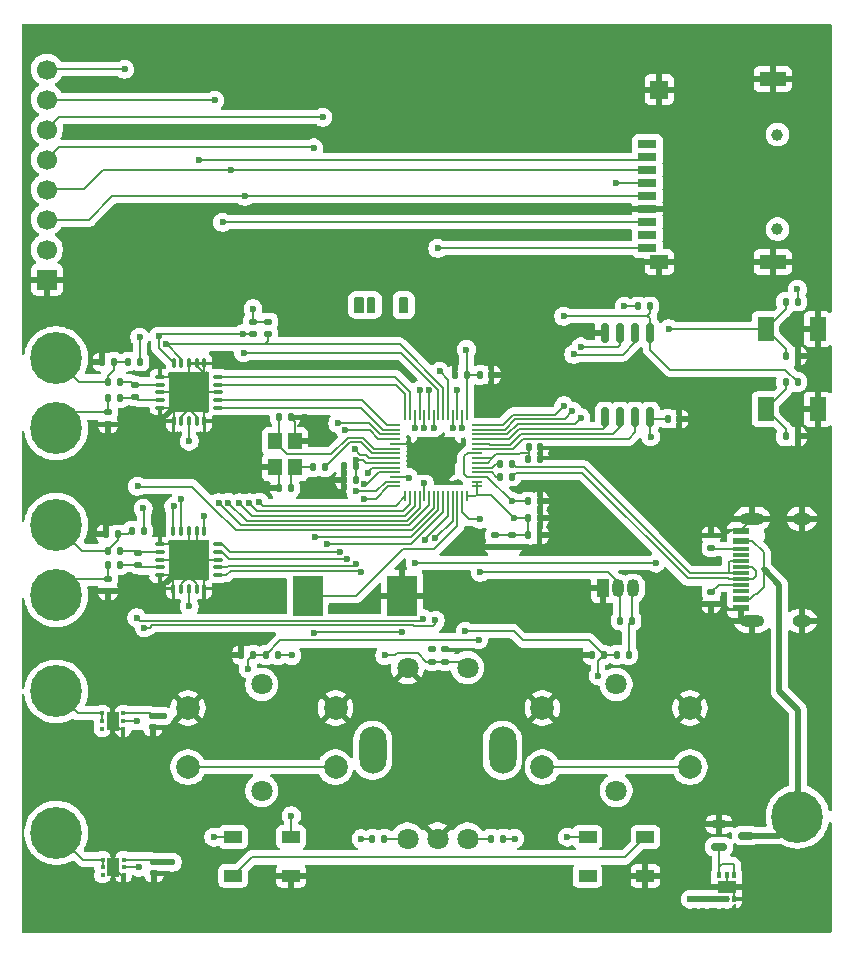
<source format=gbr>
%TF.GenerationSoftware,KiCad,Pcbnew,9.0.6*%
%TF.CreationDate,2026-01-04T04:22:01+01:00*%
%TF.ProjectId,MTR_Reflow_Oven,4d54525f-5265-4666-9c6f-775f4f76656e,rev?*%
%TF.SameCoordinates,Original*%
%TF.FileFunction,Copper,L1,Top*%
%TF.FilePolarity,Positive*%
%FSLAX46Y46*%
G04 Gerber Fmt 4.6, Leading zero omitted, Abs format (unit mm)*
G04 Created by KiCad (PCBNEW 9.0.6) date 2026-01-04 04:22:01*
%MOMM*%
%LPD*%
G01*
G04 APERTURE LIST*
G04 Aperture macros list*
%AMRoundRect*
0 Rectangle with rounded corners*
0 $1 Rounding radius*
0 $2 $3 $4 $5 $6 $7 $8 $9 X,Y pos of 4 corners*
0 Add a 4 corners polygon primitive as box body*
4,1,4,$2,$3,$4,$5,$6,$7,$8,$9,$2,$3,0*
0 Add four circle primitives for the rounded corners*
1,1,$1+$1,$2,$3*
1,1,$1+$1,$4,$5*
1,1,$1+$1,$6,$7*
1,1,$1+$1,$8,$9*
0 Add four rect primitives between the rounded corners*
20,1,$1+$1,$2,$3,$4,$5,0*
20,1,$1+$1,$4,$5,$6,$7,0*
20,1,$1+$1,$6,$7,$8,$9,0*
20,1,$1+$1,$8,$9,$2,$3,0*%
G04 Aperture macros list end*
%TA.AperFunction,Conductor*%
%ADD10C,0.200000*%
%TD*%
%TA.AperFunction,SMDPad,CuDef*%
%ADD11R,1.350000X2.000000*%
%TD*%
%TA.AperFunction,SMDPad,CuDef*%
%ADD12RoundRect,0.140000X-0.140000X-0.170000X0.140000X-0.170000X0.140000X0.170000X-0.140000X0.170000X0*%
%TD*%
%TA.AperFunction,SMDPad,CuDef*%
%ADD13RoundRect,0.135000X-0.135000X-0.185000X0.135000X-0.185000X0.135000X0.185000X-0.135000X0.185000X0*%
%TD*%
%TA.AperFunction,SMDPad,CuDef*%
%ADD14R,1.500000X1.000000*%
%TD*%
%TA.AperFunction,ComponentPad*%
%ADD15C,4.400000*%
%TD*%
%TA.AperFunction,SMDPad,CuDef*%
%ADD16R,1.450000X0.600000*%
%TD*%
%TA.AperFunction,SMDPad,CuDef*%
%ADD17R,1.450000X0.300000*%
%TD*%
%TA.AperFunction,HeatsinkPad*%
%ADD18O,2.100000X1.000000*%
%TD*%
%TA.AperFunction,HeatsinkPad*%
%ADD19O,1.600000X1.000000*%
%TD*%
%TA.AperFunction,SMDPad,CuDef*%
%ADD20RoundRect,0.135000X0.135000X0.185000X-0.135000X0.185000X-0.135000X-0.185000X0.135000X-0.185000X0*%
%TD*%
%TA.AperFunction,SMDPad,CuDef*%
%ADD21RoundRect,0.135000X-0.185000X0.135000X-0.185000X-0.135000X0.185000X-0.135000X0.185000X0.135000X0*%
%TD*%
%TA.AperFunction,SMDPad,CuDef*%
%ADD22RoundRect,0.140000X-0.170000X0.140000X-0.170000X-0.140000X0.170000X-0.140000X0.170000X0.140000X0*%
%TD*%
%TA.AperFunction,SMDPad,CuDef*%
%ADD23RoundRect,0.140000X0.140000X0.170000X-0.140000X0.170000X-0.140000X-0.170000X0.140000X-0.170000X0*%
%TD*%
%TA.AperFunction,ComponentPad*%
%ADD24O,2.300000X4.000000*%
%TD*%
%TA.AperFunction,ComponentPad*%
%ADD25C,1.800000*%
%TD*%
%TA.AperFunction,ComponentPad*%
%ADD26C,1.000000*%
%TD*%
%TA.AperFunction,SMDPad,CuDef*%
%ADD27R,1.600000X0.700000*%
%TD*%
%TA.AperFunction,SMDPad,CuDef*%
%ADD28R,1.500000X1.200000*%
%TD*%
%TA.AperFunction,SMDPad,CuDef*%
%ADD29R,2.200000X1.200000*%
%TD*%
%TA.AperFunction,SMDPad,CuDef*%
%ADD30R,1.500000X1.600000*%
%TD*%
%TA.AperFunction,SMDPad,CuDef*%
%ADD31R,1.200000X1.400000*%
%TD*%
%TA.AperFunction,SMDPad,CuDef*%
%ADD32RoundRect,0.093750X-0.093750X-0.106250X0.093750X-0.106250X0.093750X0.106250X-0.093750X0.106250X0*%
%TD*%
%TA.AperFunction,HeatsinkPad*%
%ADD33R,1.000000X1.600000*%
%TD*%
%TA.AperFunction,SMDPad,CuDef*%
%ADD34RoundRect,0.075000X-0.325000X-0.075000X0.325000X-0.075000X0.325000X0.075000X-0.325000X0.075000X0*%
%TD*%
%TA.AperFunction,SMDPad,CuDef*%
%ADD35RoundRect,0.075000X-0.075000X-0.325000X0.075000X-0.325000X0.075000X0.325000X-0.075000X0.325000X0*%
%TD*%
%TA.AperFunction,HeatsinkPad*%
%ADD36C,0.500000*%
%TD*%
%TA.AperFunction,HeatsinkPad*%
%ADD37R,3.350000X3.350000*%
%TD*%
%TA.AperFunction,SMDPad,CuDef*%
%ADD38RoundRect,0.150000X-0.512500X-0.150000X0.512500X-0.150000X0.512500X0.150000X-0.512500X0.150000X0*%
%TD*%
%TA.AperFunction,ComponentPad*%
%ADD39R,1.050000X1.500000*%
%TD*%
%TA.AperFunction,ComponentPad*%
%ADD40O,1.050000X1.500000*%
%TD*%
%TA.AperFunction,SMDPad,CuDef*%
%ADD41RoundRect,0.135000X0.185000X-0.135000X0.185000X0.135000X-0.185000X0.135000X-0.185000X-0.135000X0*%
%TD*%
%TA.AperFunction,ComponentPad*%
%ADD42C,2.000000*%
%TD*%
%TA.AperFunction,SMDPad,CuDef*%
%ADD43RoundRect,0.050000X-0.050000X0.387500X-0.050000X-0.387500X0.050000X-0.387500X0.050000X0.387500X0*%
%TD*%
%TA.AperFunction,SMDPad,CuDef*%
%ADD44RoundRect,0.050000X-0.387500X0.050000X-0.387500X-0.050000X0.387500X-0.050000X0.387500X0.050000X0*%
%TD*%
%TA.AperFunction,HeatsinkPad*%
%ADD45R,3.200000X3.200000*%
%TD*%
%TA.AperFunction,SMDPad,CuDef*%
%ADD46R,2.500000X3.500000*%
%TD*%
%TA.AperFunction,SMDPad,CuDef*%
%ADD47RoundRect,0.162500X-0.162500X0.650000X-0.162500X-0.650000X0.162500X-0.650000X0.162500X0.650000X0*%
%TD*%
%TA.AperFunction,ComponentPad*%
%ADD48R,1.700000X1.700000*%
%TD*%
%TA.AperFunction,ComponentPad*%
%ADD49C,1.700000*%
%TD*%
%TA.AperFunction,SMDPad,CuDef*%
%ADD50O,0.360000X0.610000*%
%TD*%
%TA.AperFunction,SMDPad,CuDef*%
%ADD51R,1.600000X1.000000*%
%TD*%
%TA.AperFunction,ViaPad*%
%ADD52C,0.600000*%
%TD*%
%TA.AperFunction,Conductor*%
%ADD53C,0.500000*%
%TD*%
%TA.AperFunction,Conductor*%
%ADD54C,0.127000*%
%TD*%
G04 APERTURE END LIST*
%TO.N,unconnected-(U1-GPIO2-Pad4)*%
D10*
X140625000Y-71825000D02*
X141275000Y-71825000D01*
X141275000Y-72975000D01*
X140625000Y-72975000D01*
X140625000Y-71825000D01*
%TA.AperFunction,Conductor*%
G36*
X140625000Y-71825000D02*
G01*
X141275000Y-71825000D01*
X141275000Y-72975000D01*
X140625000Y-72975000D01*
X140625000Y-71825000D01*
G37*
%TD.AperFunction*%
%TO.N,unconnected-(U1-SWD-Pad25)*%
X136874600Y-71800000D02*
X137475000Y-71800000D01*
X137475000Y-72950000D01*
X136874600Y-72950000D01*
X136874600Y-71800000D01*
%TA.AperFunction,Conductor*%
G36*
X136874600Y-71800000D02*
G01*
X137475000Y-71800000D01*
X137475000Y-72950000D01*
X136874600Y-72950000D01*
X136874600Y-71800000D01*
G37*
%TD.AperFunction*%
%TO.N,GND*%
X137100000Y-70375000D02*
X138250000Y-70375000D01*
X138250000Y-71025000D01*
X137100000Y-71025000D01*
X137100000Y-70375000D01*
%TA.AperFunction,Conductor*%
G36*
X137100000Y-70375000D02*
G01*
X138250000Y-70375000D01*
X138250000Y-71025000D01*
X137100000Y-71025000D01*
X137100000Y-70375000D01*
G37*
%TD.AperFunction*%
%TO.N,unconnected-(U1-SWCLK-Pad24)*%
X137912500Y-71800000D02*
X138487500Y-71800000D01*
X138487500Y-72950000D01*
X137912500Y-72950000D01*
X137912500Y-71800000D01*
%TA.AperFunction,Conductor*%
G36*
X137912500Y-71800000D02*
G01*
X138487500Y-71800000D01*
X138487500Y-72950000D01*
X137912500Y-72950000D01*
X137912500Y-71800000D01*
G37*
%TD.AperFunction*%
%TD*%
D11*
%TO.P,SW1,1,1*%
%TO.N,GND*%
X176000000Y-81200000D03*
%TO.P,SW1,2,2*%
%TO.N,Net-(C3-Pad2)*%
X171600000Y-81200000D03*
%TD*%
D12*
%TO.P,C13,1*%
%TO.N,+3.3V*%
X151520000Y-90400000D03*
%TO.P,C13,2*%
%TO.N,GND*%
X152480000Y-90400000D03*
%TD*%
D13*
%TO.P,R25,1*%
%TO.N,GND*%
X115417500Y-77180000D03*
%TO.P,R25,2*%
%TO.N,/+TEMP1*%
X116437500Y-77180000D03*
%TD*%
D14*
%TO.P,LED2,1,VDD*%
%TO.N,+3.3V*%
X156525000Y-117400000D03*
%TO.P,LED2,2,DOUT*%
%TO.N,unconnected-(LED2-DOUT-Pad2)*%
X156525000Y-120700000D03*
%TO.P,LED2,3,VSS*%
%TO.N,GND*%
X161425000Y-120700000D03*
%TO.P,LED2,4,DIN*%
%TO.N,Net-(LED1-DOUT)*%
X161425000Y-117400000D03*
%TD*%
D15*
%TO.P,H6,1,1*%
%TO.N,GND*%
X111527500Y-111043333D03*
%TD*%
D16*
%TO.P,J2,A1,GND*%
%TO.N,GND*%
X169555000Y-98050000D03*
%TO.P,J2,A4,VBUS*%
%TO.N,/+ALIM*%
X169555000Y-97250000D03*
D17*
%TO.P,J2,A5,CC1*%
%TO.N,Net-(J2-CC1)*%
X169555000Y-96050000D03*
%TO.P,J2,A6,D+*%
%TO.N,/USB+*%
X169555000Y-95050000D03*
%TO.P,J2,A7,D-*%
%TO.N,/USB-*%
X169555000Y-94550000D03*
%TO.P,J2,A8,SBU1*%
%TO.N,unconnected-(J2-SBU1-PadA8)*%
X169555000Y-93550000D03*
D16*
%TO.P,J2,A9,VBUS*%
%TO.N,/+ALIM*%
X169555000Y-92350000D03*
%TO.P,J2,A12,GND*%
%TO.N,GND*%
X169555000Y-91550000D03*
%TO.P,J2,B1,GND*%
X169555000Y-91550000D03*
%TO.P,J2,B4,VBUS*%
%TO.N,/+ALIM*%
X169555000Y-92350000D03*
D17*
%TO.P,J2,B5,CC2*%
%TO.N,Net-(J2-CC2)*%
X169555000Y-93050000D03*
%TO.P,J2,B6,D+*%
%TO.N,/USB+*%
X169555000Y-94050000D03*
%TO.P,J2,B7,D-*%
%TO.N,/USB-*%
X169555000Y-95550000D03*
%TO.P,J2,B8,SBU2*%
%TO.N,unconnected-(J2-SBU2-PadB8)*%
X169555000Y-96550000D03*
D16*
%TO.P,J2,B9,VBUS*%
%TO.N,/+ALIM*%
X169555000Y-97250000D03*
%TO.P,J2,B12,GND*%
%TO.N,GND*%
X169555000Y-98050000D03*
D18*
%TO.P,J2,S1,SHIELD*%
X170470000Y-99120000D03*
D19*
X174650000Y-99120000D03*
D18*
X170470000Y-90480000D03*
D19*
X174650000Y-90480000D03*
%TD*%
D11*
%TO.P,SW2,1,1*%
%TO.N,GND*%
X176000000Y-74400000D03*
%TO.P,SW2,2,2*%
%TO.N,/RUN*%
X171600000Y-74400000D03*
%TD*%
D20*
%TO.P,R13,1*%
%TO.N,+3.3V*%
X160310000Y-99100000D03*
%TO.P,R13,2*%
%TO.N,/1-wire_temp*%
X159290000Y-99100000D03*
%TD*%
D21*
%TO.P,R15,1*%
%TO.N,+3.3V*%
X129500000Y-73790000D03*
%TO.P,R15,2*%
%TO.N,/SDA*%
X129500000Y-74810000D03*
%TD*%
%TO.P,R10,1*%
%TO.N,+3.3V*%
X143350000Y-101540000D03*
%TO.P,R10,2*%
%TO.N,/rotary_BNT*%
X143350000Y-102560000D03*
%TD*%
D13*
%TO.P,R16,1*%
%TO.N,/+TEMP2*%
X115917500Y-93186667D03*
%TO.P,R16,2*%
%TO.N,Net-(U5-VIN+)*%
X116937500Y-93186667D03*
%TD*%
D22*
%TO.P,C8,1*%
%TO.N,+3.3V*%
X150150000Y-91870000D03*
%TO.P,C8,2*%
%TO.N,GND*%
X150150000Y-92830000D03*
%TD*%
D12*
%TO.P,C14,1*%
%TO.N,+3.3V*%
X151540000Y-84400000D03*
%TO.P,C14,2*%
%TO.N,GND*%
X152500000Y-84400000D03*
%TD*%
D13*
%TO.P,R9,1*%
%TO.N,+3.3V*%
X138307500Y-117575000D03*
%TO.P,R9,2*%
%TO.N,/rotary_CLK*%
X139327500Y-117575000D03*
%TD*%
D15*
%TO.P,H9,1,1*%
%TO.N,/+TEMP2*%
X111527500Y-90986667D03*
%TD*%
D23*
%TO.P,C6,1*%
%TO.N,+1V1*%
X136880000Y-86000000D03*
%TO.P,C6,2*%
%TO.N,GND*%
X135920000Y-86000000D03*
%TD*%
D22*
%TO.P,C24,1*%
%TO.N,Net-(U6-VIN+)*%
X118227500Y-79180000D03*
%TO.P,C24,2*%
%TO.N,Net-(U6-VIN-)*%
X118227500Y-80140000D03*
%TD*%
D24*
%TO.P,SW3,6*%
%TO.N,unconnected-(SW3-Pad6)*%
X149325000Y-110075000D03*
%TO.P,SW3,7*%
%TO.N,unconnected-(SW3-Pad7)*%
X138325000Y-110075000D03*
D25*
%TO.P,SW3,A,A*%
%TO.N,/rotary_CLK*%
X141285000Y-117575000D03*
%TO.P,SW3,B,B*%
%TO.N,/rotary_DT*%
X146365000Y-117575000D03*
%TO.P,SW3,C,C*%
%TO.N,GND*%
X143825000Y-117575000D03*
%TO.P,SW3,D,S2*%
X141285000Y-103075000D03*
%TO.P,SW3,E,S1*%
%TO.N,/rotary_BNT*%
X146365000Y-103075000D03*
%TD*%
D26*
%TO.P,Card1,*%
%TO.N,*%
X172600000Y-65950000D03*
X172600000Y-57950000D03*
D27*
%TO.P,Card1,1,DAT2*%
%TO.N,unconnected-(Card1-DAT2-Pad1)*%
X161600000Y-58760000D03*
%TO.P,Card1,2,CD/DAT3*%
%TO.N,/SD_DAT3{slash}CS*%
X161600000Y-59850000D03*
%TO.P,Card1,3,CMD*%
%TO.N,/SD_CMD{slash}DI*%
X161600000Y-60950000D03*
%TO.P,Card1,4,VDD*%
%TO.N,+3.3V*%
X161600000Y-62050000D03*
%TO.P,Card1,5,CLK*%
%TO.N,/SD_CLK{slash}SCLK*%
X161600000Y-63150000D03*
%TO.P,Card1,6,VSS*%
%TO.N,GND*%
X161600000Y-64250000D03*
%TO.P,Card1,7,DAT0*%
%TO.N,/SD_DAT0{slash}DO*%
X161600000Y-65350000D03*
%TO.P,Card1,8,DAT1*%
%TO.N,unconnected-(Card1-DAT1-Pad8)*%
X161600000Y-66450000D03*
%TO.P,Card1,9,CD*%
%TO.N,/SD_CD*%
X161600000Y-67550000D03*
D28*
%TO.P,Card1,10,GND*%
%TO.N,GND*%
X162600000Y-68750000D03*
D29*
%TO.P,Card1,11,GND*%
X172200000Y-68750000D03*
%TO.P,Card1,12,GND*%
X172200000Y-53250000D03*
D30*
%TO.P,Card1,13,GND*%
X162600000Y-54150000D03*
%TD*%
D22*
%TO.P,C21,1*%
%TO.N,/+ALIM*%
X119700000Y-107170000D03*
%TO.P,C21,2*%
%TO.N,GND*%
X119700000Y-108130000D03*
%TD*%
%TO.P,C12,1*%
%TO.N,+3.3V*%
X148690000Y-91870000D03*
%TO.P,C12,2*%
%TO.N,GND*%
X148690000Y-92830000D03*
%TD*%
D13*
%TO.P,R3,1*%
%TO.N,Net-(U1-USB_DM)*%
X149100000Y-86900000D03*
%TO.P,R3,2*%
%TO.N,/USB-*%
X150120000Y-86900000D03*
%TD*%
D12*
%TO.P,C9,1*%
%TO.N,+3.3V*%
X151500000Y-91860000D03*
%TO.P,C9,2*%
%TO.N,GND*%
X152460000Y-91860000D03*
%TD*%
D31*
%TO.P,Y1,1,1*%
%TO.N,Net-(U1-XIN)*%
X130065000Y-83915000D03*
%TO.P,Y1,2,2*%
%TO.N,GND*%
X130065000Y-86115000D03*
%TO.P,Y1,3,3*%
%TO.N,Net-(C2-Pad1)*%
X131765000Y-86115000D03*
%TO.P,Y1,4,4*%
%TO.N,GND*%
X131765000Y-83915000D03*
%TD*%
D20*
%TO.P,R11,1*%
%TO.N,+3.3V*%
X130310000Y-102000000D03*
%TO.P,R11,2*%
%TO.N,/BNT2*%
X129290000Y-102000000D03*
%TD*%
D12*
%TO.P,C10,1*%
%TO.N,+3.3V*%
X163300000Y-82000000D03*
%TO.P,C10,2*%
%TO.N,GND*%
X164260000Y-82000000D03*
%TD*%
D15*
%TO.P,H12,1,1*%
%TO.N,/-TEMP1*%
X111527500Y-82830000D03*
%TD*%
%TO.P,H7,1,1*%
%TO.N,/HT2*%
X111550000Y-117075000D03*
%TD*%
D23*
%TO.P,C15,1*%
%TO.N,+3.3V*%
X146280000Y-78300000D03*
%TO.P,C15,2*%
%TO.N,GND*%
X145320000Y-78300000D03*
%TD*%
D13*
%TO.P,R17,1*%
%TO.N,/-TEMP2*%
X115917500Y-94386667D03*
%TO.P,R17,2*%
%TO.N,Net-(U5-VIN-)*%
X116937500Y-94386667D03*
%TD*%
%TO.P,R19,1*%
%TO.N,/+TEMP1*%
X115917500Y-78860000D03*
%TO.P,R19,2*%
%TO.N,Net-(U6-VIN+)*%
X116937500Y-78860000D03*
%TD*%
D32*
%TO.P,U7,1,VOUT*%
%TO.N,/HT1*%
X115440000Y-106943333D03*
%TO.P,U7,2,QOD*%
X115440000Y-107593333D03*
%TO.P,U7,3,CT*%
%TO.N,unconnected-(U7-CT-Pad3)*%
X115440000Y-108243333D03*
%TO.P,U7,4,GND*%
%TO.N,GND*%
X117215000Y-108243333D03*
%TO.P,U7,5,EN/UVLO*%
%TO.N,/EN_HEAT1*%
X117215000Y-107593333D03*
%TO.P,U7,6,VIN*%
%TO.N,/+ALIM*%
X117215000Y-106943333D03*
D33*
%TO.P,U7,7,EP*%
%TO.N,GND*%
X116327500Y-107593333D03*
%TD*%
D21*
%TO.P,R22,1*%
%TO.N,/-TEMP2*%
X115927500Y-95576667D03*
%TO.P,R22,2*%
%TO.N,GND*%
X115927500Y-96596667D03*
%TD*%
D13*
%TO.P,R24,1*%
%TO.N,GND*%
X115717500Y-91786667D03*
%TO.P,R24,2*%
%TO.N,/+TEMP2*%
X116737500Y-91786667D03*
%TD*%
D34*
%TO.P,U5,1,GND*%
%TO.N,GND*%
X120317500Y-92646667D03*
%TO.P,U5,2,VIN+*%
%TO.N,Net-(U5-VIN+)*%
X120317500Y-93296667D03*
%TO.P,U5,3,GND*%
%TO.N,GND*%
X120317500Y-93946667D03*
%TO.P,U5,4,VIN-*%
%TO.N,Net-(U5-VIN-)*%
X120317500Y-94596667D03*
%TO.P,U5,5,GND*%
%TO.N,GND*%
X120317500Y-95246667D03*
D35*
%TO.P,U5,6,GND*%
X121467500Y-96396667D03*
%TO.P,U5,7,GND*%
X122117500Y-96396667D03*
%TO.P,U5,8,VDD*%
%TO.N,+3.3V*%
X122767500Y-96396667D03*
%TO.P,U5,9,GND*%
%TO.N,GND*%
X123417500Y-96396667D03*
%TO.P,U5,10,GND*%
X124067500Y-96396667D03*
D34*
%TO.P,U5,11,Alert1*%
%TO.N,/ALT1_TEMP2*%
X125217500Y-95246667D03*
%TO.P,U5,12,Alert2*%
%TO.N,/ALT2_TEMP2*%
X125217500Y-94596667D03*
%TO.P,U5,13,GND*%
%TO.N,GND*%
X125217500Y-93946667D03*
%TO.P,U5,14,Alert3*%
%TO.N,/ALT3_TEMP2*%
X125217500Y-93296667D03*
%TO.P,U5,15,Alert4*%
%TO.N,/ALT4_TEMP2*%
X125217500Y-92646667D03*
D35*
%TO.P,U5,16,ADDR*%
%TO.N,+3.3V*%
X124067500Y-91496667D03*
%TO.P,U5,17,GND*%
%TO.N,GND*%
X123417500Y-91496667D03*
%TO.P,U5,18,GND*%
X122767500Y-91496667D03*
%TO.P,U5,19,SCL*%
%TO.N,/SDA*%
X122117500Y-91496667D03*
%TO.P,U5,20,SDA*%
%TO.N,/SCL*%
X121467500Y-91496667D03*
D36*
%TO.P,U5,21,GND*%
%TO.N,GND*%
X121342500Y-92521667D03*
X121342500Y-93946667D03*
X121342500Y-95371667D03*
X122767500Y-92521667D03*
X122767500Y-93946667D03*
D37*
X122767500Y-93946667D03*
D36*
X122767500Y-95371667D03*
X124192500Y-92521667D03*
X124192500Y-93946667D03*
X124192500Y-95371667D03*
%TD*%
D13*
%TO.P,R6,1*%
%TO.N,+3.3V*%
X160790000Y-72500000D03*
%TO.P,R6,2*%
%TO.N,/QSPI_SS*%
X161810000Y-72500000D03*
%TD*%
D20*
%TO.P,C19,1*%
%TO.N,/BNT2*%
X128210000Y-102000000D03*
%TO.P,C19,2*%
%TO.N,GND*%
X127190000Y-102000000D03*
%TD*%
D15*
%TO.P,H5,1,1*%
%TO.N,/HT1*%
X111527500Y-105093333D03*
%TD*%
D38*
%TO.P,Q1,1,G*%
%TO.N,GND*%
X167662500Y-116350000D03*
%TO.P,Q1,2,S*%
%TO.N,Net-(Q1-S)*%
X167662500Y-118250000D03*
%TO.P,Q1,3,D*%
%TO.N,/+ALIM*%
X169937500Y-117300000D03*
%TD*%
D20*
%TO.P,R7,1*%
%TO.N,+3.3V*%
X149402500Y-117550000D03*
%TO.P,R7,2*%
%TO.N,/rotary_DT*%
X148382500Y-117550000D03*
%TD*%
%TO.P,C4,1*%
%TO.N,GND*%
X174310000Y-76700000D03*
%TO.P,C4,2*%
%TO.N,/RUN*%
X173290000Y-76700000D03*
%TD*%
D13*
%TO.P,R20,1*%
%TO.N,/-TEMP1*%
X115917500Y-80260000D03*
%TO.P,R20,2*%
%TO.N,Net-(U6-VIN-)*%
X116937500Y-80260000D03*
%TD*%
D39*
%TO.P,U4,1,GND*%
%TO.N,GND*%
X157830000Y-96360000D03*
D40*
%TO.P,U4,2,DQ*%
%TO.N,/1-wire_temp*%
X159100000Y-96360000D03*
%TO.P,U4,3,V_{DD}*%
%TO.N,+3.3V*%
X160370000Y-96360000D03*
%TD*%
D20*
%TO.P,C17,1*%
%TO.N,/BNT1*%
X157910000Y-102000000D03*
%TO.P,C17,2*%
%TO.N,GND*%
X156890000Y-102000000D03*
%TD*%
D41*
%TO.P,R26,1*%
%TO.N,GND*%
X167000000Y-97710000D03*
%TO.P,R26,2*%
%TO.N,Net-(J2-CC1)*%
X167000000Y-96690000D03*
%TD*%
D22*
%TO.P,C23,1*%
%TO.N,Net-(U5-VIN+)*%
X118427500Y-93406667D03*
%TO.P,C23,2*%
%TO.N,Net-(U5-VIN-)*%
X118427500Y-94366667D03*
%TD*%
D25*
%TO.P,SW4,*%
%TO.N,*%
X158947500Y-104500000D03*
X158947500Y-113500000D03*
D42*
%TO.P,SW4,1,1*%
%TO.N,/BNT1*%
X165197500Y-111500000D03*
%TO.P,SW4,2,2*%
X152697500Y-111500000D03*
%TO.P,SW4,3,K*%
%TO.N,GND*%
X165197500Y-106500000D03*
%TO.P,SW4,4,A*%
X152697500Y-106500000D03*
%TD*%
D20*
%TO.P,C3,1*%
%TO.N,GND*%
X174310000Y-83500000D03*
%TO.P,C3,2*%
%TO.N,Net-(C3-Pad2)*%
X173290000Y-83500000D03*
%TD*%
D43*
%TO.P,U1,1,IOVDD*%
%TO.N,+3.3V*%
X146300000Y-81700000D03*
%TO.P,U1,2,GPIO0*%
%TO.N,/BNT1*%
X145900000Y-81700000D03*
%TO.P,U1,3,GPIO1*%
%TO.N,/BNT2*%
X145500000Y-81700000D03*
%TO.P,U1,4,GPIO2*%
%TO.N,unconnected-(U1-GPIO2-Pad4)*%
X145100000Y-81700000D03*
%TO.P,U1,5,GPIO3*%
%TO.N,/SD_CD*%
X144700000Y-81700000D03*
%TO.P,U1,6,GPIO4*%
%TO.N,/SDA*%
X144300000Y-81700000D03*
%TO.P,U1,7,GPIO5*%
%TO.N,/SCL*%
X143900000Y-81700000D03*
%TO.P,U1,8,GPIO6*%
%TO.N,/rotary_DT*%
X143500000Y-81700000D03*
%TO.P,U1,9,GPIO7*%
%TO.N,/rotary_CLK*%
X143100000Y-81700000D03*
%TO.P,U1,10,IOVDD*%
%TO.N,+3.3V*%
X142700000Y-81700000D03*
%TO.P,U1,11,GPIO8*%
%TO.N,/rotary_BNT*%
X142300000Y-81700000D03*
%TO.P,U1,12,GPIO9*%
%TO.N,/WS_LED*%
X141900000Y-81700000D03*
%TO.P,U1,13,GPIO10*%
%TO.N,/ALT4_TEMP1*%
X141500000Y-81700000D03*
%TO.P,U1,14,GPIO11*%
%TO.N,/ALT3_TEMP1*%
X141100000Y-81700000D03*
D44*
%TO.P,U1,15,GPIO12*%
%TO.N,/ALT2_TEMP1*%
X140262500Y-82537500D03*
%TO.P,U1,16,GPIO13*%
%TO.N,/ALT1_TEMP1*%
X140262500Y-82937500D03*
%TO.P,U1,17,GPIO14*%
%TO.N,/ALT4_TEMP2*%
X140262500Y-83337500D03*
%TO.P,U1,18,GPIO15*%
%TO.N,/ALT3_TEMP2*%
X140262500Y-83737500D03*
%TO.P,U1,19,TESTEN*%
%TO.N,GND*%
X140262500Y-84137500D03*
%TO.P,U1,20,XIN*%
%TO.N,Net-(U1-XIN)*%
X140262500Y-84537500D03*
%TO.P,U1,21,XOUT*%
%TO.N,Net-(U1-XOUT)*%
X140262500Y-84937500D03*
%TO.P,U1,22,IOVDD*%
%TO.N,+3.3V*%
X140262500Y-85337500D03*
%TO.P,U1,23,DVDD*%
%TO.N,+1V1*%
X140262500Y-85737500D03*
%TO.P,U1,24,SWCLK*%
%TO.N,unconnected-(U1-SWCLK-Pad24)*%
X140262500Y-86137500D03*
%TO.P,U1,25,SWD*%
%TO.N,unconnected-(U1-SWD-Pad25)*%
X140262500Y-86537500D03*
%TO.P,U1,26,RUN*%
%TO.N,/RUN*%
X140262500Y-86937500D03*
%TO.P,U1,27,GPIO16*%
%TO.N,/ALT2_TEMP2*%
X140262500Y-87337500D03*
%TO.P,U1,28,GPIO17*%
%TO.N,/ALT1_TEMP2*%
X140262500Y-87737500D03*
D43*
%TO.P,U1,29,GPIO18*%
%TO.N,/SD_CLK{slash}SCLK*%
X141100000Y-88575000D03*
%TO.P,U1,30,GPIO19*%
%TO.N,/SD_CMD{slash}DI*%
X141500000Y-88575000D03*
%TO.P,U1,31,GPIO20*%
%TO.N,/SD_DAT0{slash}DO*%
X141900000Y-88575000D03*
%TO.P,U1,32,GPIO21*%
%TO.N,/SCREEN_CS*%
X142300000Y-88575000D03*
%TO.P,U1,33,IOVDD*%
%TO.N,+3.3V*%
X142700000Y-88575000D03*
%TO.P,U1,34,GPIO22*%
%TO.N,/SD_DAT3{slash}CS*%
X143100000Y-88575000D03*
%TO.P,U1,35,GPIO23*%
%TO.N,/SCREEN_BL*%
X143500000Y-88575000D03*
%TO.P,U1,36,GPIO24*%
%TO.N,/SCREEN_RST*%
X143900000Y-88575000D03*
%TO.P,U1,37,GPIO25*%
%TO.N,/SCREEN_DC*%
X144300000Y-88575000D03*
%TO.P,U1,38,GPIO26_ADC0*%
%TO.N,/EN_HEAT1*%
X144700000Y-88575000D03*
%TO.P,U1,39,GPIO27_ADC1*%
%TO.N,/EN_HEAT2*%
X145100000Y-88575000D03*
%TO.P,U1,40,GPIO28_ADC2*%
%TO.N,/BUZZER*%
X145500000Y-88575000D03*
%TO.P,U1,41,GPIO29_ADC3*%
%TO.N,/1-wire_temp*%
X145900000Y-88575000D03*
%TO.P,U1,42,IOVDD*%
%TO.N,+3.3V*%
X146300000Y-88575000D03*
D44*
%TO.P,U1,43,ADC_AVDD*%
X147137500Y-87737500D03*
%TO.P,U1,44,VREG_IN*%
X147137500Y-87337500D03*
%TO.P,U1,45,VREG_VOUT*%
%TO.N,+1V1*%
X147137500Y-86937500D03*
%TO.P,U1,46,USB_DM*%
%TO.N,Net-(U1-USB_DM)*%
X147137500Y-86537500D03*
%TO.P,U1,47,USB_DP*%
%TO.N,Net-(U1-USB_DP)*%
X147137500Y-86137500D03*
%TO.P,U1,48,USB_VDD*%
%TO.N,+3.3V*%
X147137500Y-85737500D03*
%TO.P,U1,49,IOVDD*%
X147137500Y-85337500D03*
%TO.P,U1,50,DVDD*%
%TO.N,+1V1*%
X147137500Y-84937500D03*
%TO.P,U1,51,QSPI_SD3*%
%TO.N,/QSPI_SD3*%
X147137500Y-84537500D03*
%TO.P,U1,52,QSPI_SCLK*%
%TO.N,/QSPI_SCLK*%
X147137500Y-84137500D03*
%TO.P,U1,53,QSPI_SD0*%
%TO.N,/QSPI_SD0*%
X147137500Y-83737500D03*
%TO.P,U1,54,QSPI_SD2*%
%TO.N,/QSPI_SD2*%
X147137500Y-83337500D03*
%TO.P,U1,55,QSPI_SD1*%
%TO.N,/QSPI_SD1*%
X147137500Y-82937500D03*
%TO.P,U1,56,QSPI_SS*%
%TO.N,/QSPI_SS*%
X147137500Y-82537500D03*
D36*
%TO.P,U1,57,GND*%
%TO.N,GND*%
X145050000Y-83787500D03*
X142350000Y-83787500D03*
D45*
X143700000Y-85137500D03*
D36*
X145050000Y-86487500D03*
X142350000Y-86487500D03*
%TD*%
D23*
%TO.P,C2,1*%
%TO.N,Net-(C2-Pad1)*%
X131380000Y-87900000D03*
%TO.P,C2,2*%
%TO.N,GND*%
X130420000Y-87900000D03*
%TD*%
D15*
%TO.P,H8,1,1*%
%TO.N,GND*%
X111550000Y-123025000D03*
%TD*%
D32*
%TO.P,U8,1,VOUT*%
%TO.N,/HT2*%
X115462500Y-119325000D03*
%TO.P,U8,2,QOD*%
X115462500Y-119975000D03*
%TO.P,U8,3,CT*%
%TO.N,unconnected-(U8-CT-Pad3)*%
X115462500Y-120625000D03*
%TO.P,U8,4,GND*%
%TO.N,GND*%
X117237500Y-120625000D03*
%TO.P,U8,5,EN/UVLO*%
%TO.N,/EN_HEAT2*%
X117237500Y-119975000D03*
%TO.P,U8,6,VIN*%
%TO.N,/+ALIM*%
X117237500Y-119325000D03*
D33*
%TO.P,U8,7,EP*%
%TO.N,GND*%
X116350000Y-119975000D03*
%TD*%
D46*
%TO.P,BZ1,1,+*%
%TO.N,/BUZZER*%
X132825000Y-97050000D03*
%TO.P,BZ1,2,-*%
%TO.N,GND*%
X140825000Y-97050000D03*
%TD*%
D47*
%TO.P,U2,1,~{CS}*%
%TO.N,/QSPI_SS*%
X161805000Y-74712500D03*
%TO.P,U2,2,DO/IO_{1}*%
%TO.N,/QSPI_SD1*%
X160535000Y-74712500D03*
%TO.P,U2,3,~{WP}/IO_{2}*%
%TO.N,/QSPI_SD2*%
X159265000Y-74712500D03*
%TO.P,U2,4,GND*%
%TO.N,GND*%
X157995000Y-74712500D03*
%TO.P,U2,5,DI/IO_{0}*%
%TO.N,/QSPI_SD0*%
X157995000Y-81887500D03*
%TO.P,U2,6,CLK*%
%TO.N,/QSPI_SCLK*%
X159265000Y-81887500D03*
%TO.P,U2,7,~{HOLD}/~{RESET}/IO_{3}*%
%TO.N,/QSPI_SD3*%
X160535000Y-81887500D03*
%TO.P,U2,8,VCC*%
%TO.N,+3.3V*%
X161805000Y-81887500D03*
%TD*%
D13*
%TO.P,R1,1*%
%TO.N,Net-(C2-Pad1)*%
X133290000Y-86100000D03*
%TO.P,R1,2*%
%TO.N,Net-(U1-XOUT)*%
X134310000Y-86100000D03*
%TD*%
D12*
%TO.P,C11,1*%
%TO.N,+3.3V*%
X151520000Y-85400000D03*
%TO.P,C11,2*%
%TO.N,GND*%
X152480000Y-85400000D03*
%TD*%
D21*
%TO.P,R27,1*%
%TO.N,GND*%
X167000000Y-91890000D03*
%TO.P,R27,2*%
%TO.N,Net-(J2-CC2)*%
X167000000Y-92910000D03*
%TD*%
D15*
%TO.P,H10,1,1*%
%TO.N,/-TEMP2*%
X111527500Y-96936667D03*
%TD*%
D23*
%TO.P,C5,1*%
%TO.N,+1V1*%
X136880000Y-87200000D03*
%TO.P,C5,2*%
%TO.N,GND*%
X135920000Y-87200000D03*
%TD*%
D13*
%TO.P,R2,1*%
%TO.N,Net-(U1-USB_DP)*%
X149090000Y-85800000D03*
%TO.P,R2,2*%
%TO.N,/USB+*%
X150110000Y-85800000D03*
%TD*%
D21*
%TO.P,R14,1*%
%TO.N,+3.3V*%
X128200000Y-73790000D03*
%TO.P,R14,2*%
%TO.N,/SCL*%
X128200000Y-74810000D03*
%TD*%
D25*
%TO.P,SW5,*%
%TO.N,*%
X128947500Y-104500000D03*
X128947500Y-113500000D03*
D42*
%TO.P,SW5,1,1*%
%TO.N,/BNT2*%
X135197500Y-111500000D03*
%TO.P,SW5,2,2*%
X122697500Y-111500000D03*
%TO.P,SW5,3,K*%
%TO.N,GND*%
X135197500Y-106500000D03*
%TO.P,SW5,4,A*%
X122697500Y-106500000D03*
%TD*%
D21*
%TO.P,C18,1*%
%TO.N,GND*%
X144450000Y-101540000D03*
%TO.P,C18,2*%
%TO.N,/rotary_BNT*%
X144450000Y-102560000D03*
%TD*%
D12*
%TO.P,C7,1*%
%TO.N,+1V1*%
X151520000Y-89000000D03*
%TO.P,C7,2*%
%TO.N,GND*%
X152480000Y-89000000D03*
%TD*%
D20*
%TO.P,R4,1*%
%TO.N,+3.3V*%
X174310000Y-72100000D03*
%TO.P,R4,2*%
%TO.N,/RUN*%
X173290000Y-72100000D03*
%TD*%
D14*
%TO.P,LED1,1,VDD*%
%TO.N,+3.3V*%
X126525000Y-117400000D03*
%TO.P,LED1,2,DOUT*%
%TO.N,Net-(LED1-DOUT)*%
X126525000Y-120700000D03*
%TO.P,LED1,3,VSS*%
%TO.N,GND*%
X131425000Y-120700000D03*
%TO.P,LED1,4,DIN*%
%TO.N,/WS_LED*%
X131425000Y-117400000D03*
%TD*%
D20*
%TO.P,R8,1*%
%TO.N,+3.3V*%
X160010000Y-102000000D03*
%TO.P,R8,2*%
%TO.N,/BNT1*%
X158990000Y-102000000D03*
%TD*%
D15*
%TO.P,H2,1,1*%
%TO.N,/+ALIM*%
X174300000Y-115700000D03*
%TD*%
D48*
%TO.P,J1,1*%
%TO.N,GND*%
X110750000Y-70225000D03*
D49*
%TO.P,J1,2*%
%TO.N,+3.3V*%
X110750000Y-67685000D03*
%TO.P,J1,3*%
%TO.N,/SD_CLK{slash}SCLK*%
X110750000Y-65145000D03*
%TO.P,J1,4*%
%TO.N,/SD_CMD{slash}DI*%
X110750000Y-62605000D03*
%TO.P,J1,5*%
%TO.N,/SCREEN_RST*%
X110750000Y-60065000D03*
%TO.P,J1,6*%
%TO.N,/SCREEN_DC*%
X110750000Y-57525000D03*
%TO.P,J1,7*%
%TO.N,/SCREEN_CS*%
X110750000Y-54985000D03*
%TO.P,J1,8*%
%TO.N,/SCREEN_BL*%
X110750000Y-52445000D03*
%TD*%
D15*
%TO.P,H11,1,1*%
%TO.N,/+TEMP1*%
X111527500Y-76880000D03*
%TD*%
D12*
%TO.P,C1,1*%
%TO.N,Net-(U1-XIN)*%
X130420000Y-81900000D03*
%TO.P,C1,2*%
%TO.N,GND*%
X131380000Y-81900000D03*
%TD*%
D13*
%TO.P,R18,1*%
%TO.N,/+TEMP2*%
X117917500Y-91486667D03*
%TO.P,R18,2*%
%TO.N,+3.3V*%
X118937500Y-91486667D03*
%TD*%
D20*
%TO.P,R5,1*%
%TO.N,/QSPI_SS*%
X174310000Y-78900000D03*
%TO.P,R5,2*%
%TO.N,Net-(C3-Pad2)*%
X173290000Y-78900000D03*
%TD*%
D21*
%TO.P,R23,1*%
%TO.N,/-TEMP1*%
X115927500Y-81470000D03*
%TO.P,R23,2*%
%TO.N,GND*%
X115927500Y-82490000D03*
%TD*%
D13*
%TO.P,R21,1*%
%TO.N,/+TEMP1*%
X117617500Y-77180000D03*
%TO.P,R21,2*%
%TO.N,+3.3V*%
X118637500Y-77180000D03*
%TD*%
D50*
%TO.P,U3,1,OUT*%
%TO.N,+3.3V*%
X167650000Y-122685000D03*
%TO.P,U3,2,FB/SNS*%
X168300000Y-122685000D03*
%TO.P,U3,3,GND*%
%TO.N,GND*%
X168950000Y-122685000D03*
%TO.P,U3,4,EN*%
%TO.N,Net-(Q1-S)*%
X168950000Y-120625000D03*
%TO.P,U3,5,GND*%
%TO.N,GND*%
X168300000Y-120625000D03*
%TO.P,U3,6,IN*%
%TO.N,Net-(Q1-S)*%
X167650000Y-120625000D03*
D51*
%TO.P,U3,7,EP*%
%TO.N,GND*%
X168300000Y-121655000D03*
%TD*%
D12*
%TO.P,C16,1*%
%TO.N,+3.3V*%
X147420000Y-78300000D03*
%TO.P,C16,2*%
%TO.N,GND*%
X148380000Y-78300000D03*
%TD*%
D22*
%TO.P,C22,1*%
%TO.N,/+ALIM*%
X119822500Y-119545000D03*
%TO.P,C22,2*%
%TO.N,GND*%
X119822500Y-120505000D03*
%TD*%
D15*
%TO.P,H1,1,1*%
%TO.N,GND*%
X174300000Y-122650000D03*
%TD*%
D34*
%TO.P,U6,1,GND*%
%TO.N,GND*%
X120337500Y-78460000D03*
%TO.P,U6,2,VIN+*%
%TO.N,Net-(U6-VIN+)*%
X120337500Y-79110000D03*
%TO.P,U6,3,GND*%
%TO.N,GND*%
X120337500Y-79760000D03*
%TO.P,U6,4,VIN-*%
%TO.N,Net-(U6-VIN-)*%
X120337500Y-80410000D03*
%TO.P,U6,5,GND*%
%TO.N,GND*%
X120337500Y-81060000D03*
D35*
%TO.P,U6,6,GND*%
X121487500Y-82210000D03*
%TO.P,U6,7,GND*%
X122137500Y-82210000D03*
%TO.P,U6,8,VDD*%
%TO.N,+3.3V*%
X122787500Y-82210000D03*
%TO.P,U6,9,GND*%
%TO.N,GND*%
X123437500Y-82210000D03*
%TO.P,U6,10,GND*%
X124087500Y-82210000D03*
D34*
%TO.P,U6,11,Alert1*%
%TO.N,/ALT1_TEMP1*%
X125237500Y-81060000D03*
%TO.P,U6,12,Alert2*%
%TO.N,/ALT2_TEMP1*%
X125237500Y-80410000D03*
%TO.P,U6,13,GND*%
%TO.N,GND*%
X125237500Y-79760000D03*
%TO.P,U6,14,Alert3*%
%TO.N,/ALT3_TEMP1*%
X125237500Y-79110000D03*
%TO.P,U6,15,Alert4*%
%TO.N,/ALT4_TEMP1*%
X125237500Y-78460000D03*
D35*
%TO.P,U6,16,ADDR*%
%TO.N,GND*%
X124087500Y-77310000D03*
%TO.P,U6,17,GND*%
X123437500Y-77310000D03*
%TO.P,U6,18,GND*%
X122787500Y-77310000D03*
%TO.P,U6,19,SCL*%
%TO.N,/SDA*%
X122137500Y-77310000D03*
%TO.P,U6,20,SDA*%
%TO.N,/SCL*%
X121487500Y-77310000D03*
D36*
%TO.P,U6,21,GND*%
%TO.N,GND*%
X121362500Y-78335000D03*
X121362500Y-79760000D03*
X121362500Y-81185000D03*
X122787500Y-78335000D03*
X122787500Y-79760000D03*
D37*
X122787500Y-79760000D03*
D36*
X122787500Y-81185000D03*
X124212500Y-78335000D03*
X124212500Y-79760000D03*
X124212500Y-81185000D03*
%TD*%
D52*
%TO.N,/ALT3_TEMP2*%
X136200283Y-93874000D03*
X136000000Y-83000000D03*
%TO.N,/ALT1_TEMP2*%
X137375000Y-94975000D03*
X137600000Y-88800000D03*
%TO.N,/ALT2_TEMP2*%
X136899486Y-94275000D03*
X136900000Y-88161859D03*
%TO.N,/ALT4_TEMP2*%
X135524697Y-93274000D03*
X135375000Y-82400000D03*
%TO.N,GND*%
X151787500Y-72000000D03*
X132600000Y-81900000D03*
X145787500Y-56000000D03*
X158787500Y-93000000D03*
X113000000Y-101000000D03*
X115787500Y-86000000D03*
X115787500Y-101000000D03*
X118000000Y-114000000D03*
X142212500Y-122000000D03*
X152475000Y-88075000D03*
X110212500Y-86000000D03*
X134787500Y-52000000D03*
X119000000Y-70000000D03*
X156000000Y-93000000D03*
X116212500Y-70000000D03*
X150212500Y-53000000D03*
X169000000Y-109000000D03*
X151000000Y-98000000D03*
X129787500Y-98000000D03*
X153212500Y-93000000D03*
X139000000Y-69000000D03*
X149000000Y-72000000D03*
X142875000Y-124000000D03*
X155212500Y-90000000D03*
X169000000Y-86000000D03*
X126212500Y-124000000D03*
X166212500Y-86000000D03*
X140212500Y-51000000D03*
X168212500Y-50000000D03*
X154787500Y-124000000D03*
X140212500Y-56000000D03*
X131787500Y-124000000D03*
X165250000Y-82000000D03*
X155787500Y-53000000D03*
X140087500Y-124000000D03*
X141787500Y-69000000D03*
X171787500Y-86000000D03*
X166212500Y-109000000D03*
X148212500Y-98000000D03*
X141399000Y-97050000D03*
X171000000Y-50000000D03*
X147787500Y-122000000D03*
X166000000Y-91900000D03*
X169787500Y-102000000D03*
X157787500Y-57000000D03*
X164212500Y-102000000D03*
X124212500Y-98000000D03*
X149212500Y-124000000D03*
X153787500Y-98000000D03*
X134800000Y-87200000D03*
X125975000Y-102025000D03*
X129000000Y-124000000D03*
X115212500Y-114000000D03*
X121787500Y-70000000D03*
X152000000Y-124000000D03*
X129212500Y-52000000D03*
X153000000Y-53000000D03*
X143000000Y-56000000D03*
X155000000Y-57000000D03*
X152212500Y-57000000D03*
X167000000Y-102000000D03*
X173787500Y-50000000D03*
X145000000Y-122000000D03*
X113000000Y-86000000D03*
X151400000Y-92850000D03*
X110212500Y-101000000D03*
X143000000Y-51000000D03*
X127000000Y-98000000D03*
X158900000Y-64250000D03*
X145787500Y-51000000D03*
X137300000Y-124000000D03*
X171787500Y-109000000D03*
X165900000Y-97700000D03*
X132000000Y-52000000D03*
X158000000Y-90000000D03*
X136212500Y-69000000D03*
X146212500Y-72000000D03*
%TO.N,/SCL*%
X120200000Y-75000000D03*
X127400000Y-76400000D03*
X121500000Y-89400000D03*
X127350000Y-74810000D03*
%TO.N,/SDA*%
X122100000Y-88800000D03*
X120800000Y-75700000D03*
%TO.N,+3.3V*%
X165925000Y-122675000D03*
X154827500Y-117425000D03*
X124877500Y-117425000D03*
X142700000Y-87475000D03*
X142700000Y-82800000D03*
X150367500Y-117550000D03*
X150300000Y-90400000D03*
X128200000Y-72700000D03*
X122800000Y-97900000D03*
X118600000Y-75100000D03*
X158900000Y-62050000D03*
X165200000Y-122675000D03*
X151520000Y-85400000D03*
X137342500Y-117575000D03*
X146275000Y-76150000D03*
X118900000Y-89600000D03*
X131500000Y-102050000D03*
X122800000Y-83900000D03*
X136800000Y-84601000D03*
X174300000Y-71050000D03*
X166625003Y-122675000D03*
X143350000Y-101540000D03*
X161875000Y-83550000D03*
X159625000Y-72475000D03*
X124067500Y-90275000D03*
%TO.N,/RUN*%
X141400000Y-87000000D03*
X141925000Y-94225000D03*
X162300000Y-94225000D03*
X163400000Y-74375000D03*
%TO.N,/rotary_BNT*%
X142300000Y-79600000D03*
X139350000Y-102050000D03*
%TO.N,/SD_CLK{slash}SCLK*%
X128750000Y-89075000D03*
X127500000Y-63175000D03*
%TO.N,/SD_CD*%
X143850000Y-67575000D03*
X144000000Y-78000000D03*
%TO.N,/SD_DAT3{slash}CS*%
X123600000Y-60125000D03*
X125288235Y-89111765D03*
%TO.N,/SD_CMD{slash}DI*%
X127886765Y-89113235D03*
X126300000Y-60950000D03*
%TO.N,/WS_LED*%
X140799000Y-100089500D03*
X141900000Y-82800000D03*
X133400000Y-100150000D03*
X131452500Y-115625000D03*
%TO.N,/SD_DAT0{slash}DO*%
X125625000Y-65375000D03*
X127042354Y-89115883D03*
%TO.N,/rotary_CLK*%
X143100000Y-79600000D03*
%TO.N,/rotary_DT*%
X143500000Y-82800000D03*
%TO.N,/QSPI_SD1*%
X155250000Y-81375000D03*
X155350000Y-76550000D03*
%TO.N,/QSPI_SS*%
X154525000Y-80900000D03*
X154500000Y-73325000D03*
%TO.N,/QSPI_SD2*%
X155950000Y-75925000D03*
X155950000Y-81925000D03*
%TO.N,/SCREEN_CS*%
X126125000Y-89100000D03*
X124975000Y-55050000D03*
%TO.N,/EN_HEAT2*%
X143638235Y-99075000D03*
X143638235Y-92088235D03*
X118522500Y-119975000D03*
X118981122Y-99688500D03*
%TO.N,+1V1*%
X136899992Y-85538052D03*
X150100000Y-89000000D03*
%TO.N,/EN_HEAT1*%
X118375000Y-107600000D03*
X142625000Y-98950000D03*
X142736765Y-92311765D03*
X118350000Y-98850000D03*
%TO.N,/SCREEN_DC*%
X134475000Y-92628000D03*
X134125000Y-56475000D03*
%TO.N,/SCREEN_BL*%
X118425000Y-87725000D03*
X117325000Y-52425000D03*
%TO.N,/SCREEN_RST*%
X133475000Y-92028000D03*
X133350000Y-59075000D03*
%TO.N,/1-wire_temp*%
X147450000Y-95000000D03*
X147425000Y-90525000D03*
%TO.N,unconnected-(U1-SWD-Pad25)*%
X137632675Y-87561859D03*
X137175000Y-72375000D03*
%TO.N,unconnected-(U1-SWCLK-Pad24)*%
X137925000Y-86625735D03*
X138150000Y-72400000D03*
%TO.N,/+ALIM*%
X120675000Y-107175000D03*
X121372500Y-119550000D03*
%TO.N,/BNT1*%
X146175000Y-100000000D03*
X157425000Y-103775000D03*
X145900000Y-82800000D03*
%TO.N,unconnected-(U1-GPIO2-Pad4)*%
X145100000Y-82800000D03*
X140975000Y-72425000D03*
%TO.N,/BNT2*%
X127775000Y-103175000D03*
X145500000Y-79600000D03*
X147300000Y-100700000D03*
%TD*%
D10*
%TO.N,/ALT1_TEMP1*%
X125237500Y-81060000D02*
X137360000Y-81060000D01*
X139237500Y-82937500D02*
X140262500Y-82937500D01*
X137360000Y-81060000D02*
X139237500Y-82937500D01*
%TO.N,/ALT3_TEMP1*%
X141100000Y-79920000D02*
X141100000Y-81700000D01*
X125237500Y-79110000D02*
X140290000Y-79110000D01*
X140290000Y-79110000D02*
X141100000Y-79920000D01*
%TO.N,/ALT3_TEMP2*%
X138812500Y-83737500D02*
X140262500Y-83737500D01*
X125571667Y-93296667D02*
X125217500Y-93296667D01*
X136200283Y-93874000D02*
X126149000Y-93874000D01*
X126149000Y-93874000D02*
X125571667Y-93296667D01*
X136000000Y-83000000D02*
X138075000Y-83000000D01*
X138075000Y-83000000D02*
X138812500Y-83737500D01*
%TO.N,/ALT2_TEMP1*%
X125237500Y-80410000D02*
X137410000Y-80410000D01*
X139537500Y-82537500D02*
X140262500Y-82537500D01*
X137410000Y-80410000D02*
X139537500Y-82537500D01*
%TO.N,/ALT1_TEMP2*%
X138600000Y-88800000D02*
X139662500Y-87737500D01*
X137600000Y-88800000D02*
X138600000Y-88800000D01*
X137375000Y-94975000D02*
X137275000Y-94875000D01*
X139662500Y-87737500D02*
X140262500Y-87737500D01*
X137275000Y-94875000D02*
X126325000Y-94875000D01*
X125953333Y-95246667D02*
X125217500Y-95246667D01*
X126325000Y-94875000D02*
X125953333Y-95246667D01*
%TO.N,/ALT2_TEMP2*%
X126158900Y-94474000D02*
X126036233Y-94596667D01*
X136899486Y-94275000D02*
X136700486Y-94474000D01*
X126036233Y-94596667D02*
X125217500Y-94596667D01*
X136700486Y-94474000D02*
X126158900Y-94474000D01*
X136900000Y-88161859D02*
X138638141Y-88161859D01*
X138638141Y-88161859D02*
X139462500Y-87337500D01*
X139462500Y-87337500D02*
X140262500Y-87337500D01*
%TO.N,/ALT4_TEMP1*%
X140260000Y-78460000D02*
X125237500Y-78460000D01*
X141500000Y-79700000D02*
X140260000Y-78460000D01*
X141500000Y-81700000D02*
X141500000Y-79700000D01*
%TO.N,/ALT4_TEMP2*%
X125596667Y-92646667D02*
X125217500Y-92646667D01*
X135524697Y-93274000D02*
X126224000Y-93274000D01*
X138050000Y-82400000D02*
X138987500Y-83337500D01*
X138987500Y-83337500D02*
X140262500Y-83337500D01*
X126224000Y-93274000D02*
X125596667Y-92646667D01*
X135375000Y-82400000D02*
X138050000Y-82400000D01*
%TO.N,GND*%
X124087500Y-78210000D02*
X124212500Y-78335000D01*
X117237500Y-120625000D02*
X117000000Y-120625000D01*
X152480000Y-84420000D02*
X152500000Y-84400000D01*
X166010000Y-91890000D02*
X166000000Y-91900000D01*
X120337500Y-79760000D02*
X121362500Y-79760000D01*
X122137500Y-81835000D02*
X122787500Y-81185000D01*
X122137500Y-82210000D02*
X122137500Y-81835000D01*
X126000000Y-102000000D02*
X125975000Y-102025000D01*
X121237500Y-81060000D02*
X121362500Y-81185000D01*
X122767500Y-91496667D02*
X122767500Y-92521667D01*
X117215000Y-108243333D02*
X116977500Y-108243333D01*
X124087500Y-77310000D02*
X124087500Y-78210000D01*
X121467500Y-96396667D02*
X121467500Y-95496667D01*
X141399000Y-97050000D02*
X140825000Y-97050000D01*
X122117500Y-96396667D02*
X122117500Y-96021667D01*
X116977500Y-108243333D02*
X116327500Y-107593333D01*
X124067500Y-96396667D02*
X124067500Y-95496667D01*
X127190000Y-102000000D02*
X126000000Y-102000000D01*
X151380000Y-92830000D02*
X151400000Y-92850000D01*
X121217500Y-92646667D02*
X121342500Y-92521667D01*
X117000000Y-120625000D02*
X116350000Y-119975000D01*
X123437500Y-77560000D02*
X124212500Y-78335000D01*
X124087500Y-81310000D02*
X124212500Y-81185000D01*
X152460000Y-91860000D02*
X152460000Y-90420000D01*
X165910000Y-97710000D02*
X165900000Y-97700000D01*
X120317500Y-92646667D02*
X121217500Y-92646667D01*
X169555000Y-91550000D02*
X169555000Y-91395000D01*
X167000000Y-97710000D02*
X165910000Y-97710000D01*
X130420000Y-86470000D02*
X130065000Y-86115000D01*
X125217500Y-93946667D02*
X124192500Y-93946667D01*
X124067500Y-95496667D02*
X124192500Y-95371667D01*
X123417500Y-96021667D02*
X122767500Y-95371667D01*
X114661269Y-123025000D02*
X116350000Y-121336269D01*
X116350000Y-121336269D02*
X116350000Y-119975000D01*
X123437500Y-77310000D02*
X123437500Y-77560000D01*
X123437500Y-82210000D02*
X123437500Y-81835000D01*
X125237500Y-79760000D02*
X124212500Y-79760000D01*
X161600000Y-64250000D02*
X158900000Y-64250000D01*
D53*
X174300000Y-122650000D02*
X171675000Y-122650000D01*
D10*
X121217500Y-95246667D02*
X121342500Y-95371667D01*
X123417500Y-93296667D02*
X122767500Y-93946667D01*
X152460000Y-90420000D02*
X152480000Y-90400000D01*
X122117500Y-96021667D02*
X122767500Y-95371667D01*
X152480000Y-90400000D02*
X152480000Y-89000000D01*
X115417500Y-77180000D02*
X115320000Y-77180000D01*
X168950000Y-121655000D02*
X168300000Y-121655000D01*
X150150000Y-92830000D02*
X151380000Y-92830000D01*
X131380000Y-81900000D02*
X132600000Y-81900000D01*
X122787500Y-77310000D02*
X122787500Y-78335000D01*
X169555000Y-98050000D02*
X169555000Y-98205000D01*
X135920000Y-87200000D02*
X134800000Y-87200000D01*
X116327500Y-109354602D02*
X116327500Y-107593333D01*
X120317500Y-95246667D02*
X121217500Y-95246667D01*
X131765000Y-82285000D02*
X131380000Y-81900000D01*
X140262500Y-84137500D02*
X142000000Y-84137500D01*
X152480000Y-85400000D02*
X152480000Y-84420000D01*
X121467500Y-95496667D02*
X121342500Y-95371667D01*
X111527500Y-111043333D02*
X114638769Y-111043333D01*
X111550000Y-123025000D02*
X114661269Y-123025000D01*
X121237500Y-78460000D02*
X121362500Y-78335000D01*
X119586667Y-108243333D02*
X119700000Y-108130000D01*
X167000000Y-91890000D02*
X166010000Y-91890000D01*
X120337500Y-78460000D02*
X121237500Y-78460000D01*
X124087500Y-82210000D02*
X124087500Y-81310000D01*
X120337500Y-81060000D02*
X121237500Y-81060000D01*
X123417500Y-96396667D02*
X123417500Y-96021667D01*
X130420000Y-87900000D02*
X130420000Y-86470000D01*
X148690000Y-92830000D02*
X150150000Y-92830000D01*
X168950000Y-122685000D02*
X168950000Y-121655000D01*
X121487500Y-82210000D02*
X121487500Y-81310000D01*
X121487500Y-81310000D02*
X121362500Y-81185000D01*
X164260000Y-82000000D02*
X165250000Y-82000000D01*
X168300000Y-120625000D02*
X168300000Y-121655000D01*
X131765000Y-83915000D02*
X131765000Y-82285000D01*
X123437500Y-81835000D02*
X122787500Y-81185000D01*
X152480000Y-88080000D02*
X152475000Y-88075000D01*
X120317500Y-93946667D02*
X121342500Y-93946667D01*
X135920000Y-86000000D02*
X135920000Y-87200000D01*
D53*
X170680000Y-121655000D02*
X168300000Y-121655000D01*
D10*
X169555000Y-91395000D02*
X170470000Y-90480000D01*
D53*
X171675000Y-122650000D02*
X170680000Y-121655000D01*
D10*
X142000000Y-84137500D02*
X142350000Y-83787500D01*
X123417500Y-91496667D02*
X123417500Y-93296667D01*
X114638769Y-111043333D02*
X116327500Y-109354602D01*
X119702500Y-120625000D02*
X119822500Y-120505000D01*
X152480000Y-89000000D02*
X152480000Y-88080000D01*
%TO.N,/SCL*%
X127350000Y-74810000D02*
X128200000Y-74810000D01*
X127350000Y-74810000D02*
X120390000Y-74810000D01*
X121467500Y-91496667D02*
X121467500Y-89432500D01*
X121487500Y-77310000D02*
X120200000Y-76022500D01*
X127400000Y-76400000D02*
X140749943Y-76400000D01*
X120200000Y-76022500D02*
X120200000Y-75000000D01*
X143900000Y-79550057D02*
X143900000Y-81700000D01*
X121467500Y-89432500D02*
X121500000Y-89400000D01*
X140749943Y-76400000D02*
X143900000Y-79550057D01*
X120390000Y-74810000D02*
X120200000Y-75000000D01*
%TO.N,/SDA*%
X129500000Y-75400000D02*
X129500000Y-74810000D01*
X128610000Y-75700000D02*
X129200000Y-75700000D01*
X122137500Y-76910001D02*
X120927499Y-75700000D01*
X122137500Y-77310000D02*
X122137500Y-76910001D01*
X129200000Y-75700000D02*
X129500000Y-75400000D01*
X140617043Y-75700000D02*
X128610000Y-75700000D01*
X122117500Y-88817500D02*
X122100000Y-88800000D01*
X144300000Y-81700000D02*
X144300000Y-79382957D01*
X120927499Y-75700000D02*
X120800000Y-75700000D01*
X144300000Y-79382957D02*
X140617043Y-75700000D01*
X120800000Y-75700000D02*
X128610000Y-75700000D01*
X122117500Y-91496667D02*
X122117500Y-88817500D01*
%TO.N,+3.3V*%
X160310000Y-96420000D02*
X160370000Y-96360000D01*
X147137500Y-88462500D02*
X148362500Y-88462500D01*
X129500000Y-73790000D02*
X128200000Y-73790000D01*
X148062500Y-85737500D02*
X147137500Y-85737500D01*
X174310000Y-72100000D02*
X174310000Y-71060000D01*
X147137500Y-88462500D02*
X147137500Y-87737500D01*
X118937500Y-89637500D02*
X118900000Y-89600000D01*
X161805000Y-83480000D02*
X161875000Y-83550000D01*
X151540000Y-84400000D02*
X151540000Y-84900000D01*
X161917500Y-82000000D02*
X161805000Y-81887500D01*
X122787500Y-83887500D02*
X122800000Y-83900000D01*
X150150000Y-91870000D02*
X151490000Y-91870000D01*
X151520000Y-84440000D02*
X151540000Y-84460000D01*
X147025000Y-88575000D02*
X147137500Y-88462500D01*
X138062500Y-85337500D02*
X140262500Y-85337500D01*
X150150000Y-91870000D02*
X148690000Y-91870000D01*
X118637500Y-75137500D02*
X118600000Y-75100000D01*
X136800000Y-84601000D02*
X137249000Y-85050000D01*
X148462500Y-85337500D02*
X148062500Y-85737500D01*
X137775000Y-85050000D02*
X138062500Y-85337500D01*
X150800000Y-84900000D02*
X151540000Y-84900000D01*
X148362500Y-88462500D02*
X150300000Y-90400000D01*
X151520000Y-91840000D02*
X151500000Y-91860000D01*
X138307500Y-117575000D02*
X137342500Y-117575000D01*
X146280000Y-76155000D02*
X146275000Y-76150000D01*
X137249000Y-85050000D02*
X137775000Y-85050000D01*
X124902500Y-117400000D02*
X124877500Y-117425000D01*
X160790000Y-72500000D02*
X159650000Y-72500000D01*
X151540000Y-84900000D02*
X151540000Y-85000000D01*
X160010000Y-102000000D02*
X160010000Y-99400000D01*
X150700000Y-85000000D02*
X150800000Y-84900000D01*
X122767500Y-96396667D02*
X122767500Y-97867500D01*
X146300000Y-88575000D02*
X147025000Y-88575000D01*
X147420000Y-78300000D02*
X146280000Y-78300000D01*
X146280000Y-78300000D02*
X146280000Y-76155000D01*
D53*
X168300000Y-122685000D02*
X167650000Y-122685000D01*
D10*
X118637500Y-77180000D02*
X118637500Y-75137500D01*
X159650000Y-72500000D02*
X159625000Y-72475000D01*
D53*
X165200000Y-122675000D02*
X168290000Y-122675000D01*
D10*
X130310000Y-102000000D02*
X131450000Y-102000000D01*
X151520000Y-90400000D02*
X151520000Y-91840000D01*
X163300000Y-82000000D02*
X161917500Y-82000000D01*
X151490000Y-91870000D02*
X151500000Y-91860000D01*
X149402500Y-117550000D02*
X150367500Y-117550000D01*
X151540000Y-85380000D02*
X151520000Y-85400000D01*
D53*
X168290000Y-122675000D02*
X168300000Y-122685000D01*
D10*
X126525000Y-117400000D02*
X124902500Y-117400000D01*
X160310000Y-99100000D02*
X160310000Y-96420000D01*
X147137500Y-85337500D02*
X148462500Y-85337500D01*
X118937500Y-91486667D02*
X118937500Y-89637500D01*
X161805000Y-81887500D02*
X161805000Y-83480000D01*
X150300000Y-90400000D02*
X151520000Y-90400000D01*
X148462500Y-85337500D02*
X148800000Y-85000000D01*
X154852500Y-117400000D02*
X154827500Y-117425000D01*
X122787500Y-82210000D02*
X122787500Y-83887500D01*
X151540000Y-85000000D02*
X151540000Y-85380000D01*
X146300000Y-81700000D02*
X146300000Y-78320000D01*
X131450000Y-102000000D02*
X131500000Y-102050000D01*
X146300000Y-78320000D02*
X146280000Y-78300000D01*
X122767500Y-97867500D02*
X122800000Y-97900000D01*
X156525000Y-117400000D02*
X154852500Y-117400000D01*
X148800000Y-85000000D02*
X150700000Y-85000000D01*
X142700000Y-88575000D02*
X142700000Y-87475000D01*
X147137500Y-87337500D02*
X147137500Y-87737500D01*
X124067500Y-90275000D02*
X124067500Y-91496667D01*
X161600000Y-62050000D02*
X158900000Y-62050000D01*
X128200000Y-73790000D02*
X128200000Y-72700000D01*
X174310000Y-71060000D02*
X174300000Y-71050000D01*
X142700000Y-81700000D02*
X142700000Y-82800000D01*
X160010000Y-99400000D02*
X160310000Y-99100000D01*
%TO.N,Net-(U5-VIN-)*%
X118407500Y-94386667D02*
X118427500Y-94366667D01*
X118427500Y-94366667D02*
X118657500Y-94596667D01*
X118657500Y-94596667D02*
X120317500Y-94596667D01*
X116937500Y-94386667D02*
X118407500Y-94386667D01*
%TO.N,Net-(U5-VIN+)*%
X120317500Y-93296667D02*
X118537500Y-93296667D01*
X118537500Y-93296667D02*
X118427500Y-93406667D01*
X116937500Y-93186667D02*
X118207500Y-93186667D01*
X118207500Y-93186667D02*
X118427500Y-93406667D01*
%TO.N,Net-(C2-Pad1)*%
X133275000Y-86115000D02*
X133290000Y-86100000D01*
X131380000Y-87900000D02*
X131380000Y-86500000D01*
X131380000Y-86500000D02*
X131765000Y-86115000D01*
X131765000Y-86115000D02*
X133275000Y-86115000D01*
%TO.N,Net-(C3-Pad2)*%
X171600000Y-81200000D02*
X173290000Y-79510000D01*
X173290000Y-79510000D02*
X173290000Y-78900000D01*
X173290000Y-82890000D02*
X173290000Y-83500000D01*
X171600000Y-81200000D02*
X173290000Y-82890000D01*
%TO.N,/RUN*%
X171600000Y-74400000D02*
X173290000Y-76090000D01*
X163400000Y-74375000D02*
X163425000Y-74400000D01*
X141337500Y-86937500D02*
X141400000Y-87000000D01*
X173290000Y-72710000D02*
X173290000Y-72100000D01*
X140262500Y-86937500D02*
X141337500Y-86937500D01*
X173290000Y-76090000D02*
X173290000Y-76700000D01*
X141925000Y-94225000D02*
X162300000Y-94225000D01*
X171600000Y-74400000D02*
X173290000Y-72710000D01*
X163425000Y-74400000D02*
X171600000Y-74400000D01*
%TO.N,/rotary_BNT*%
X142300000Y-81700000D02*
X142300000Y-79600000D01*
X146415000Y-103025000D02*
X146365000Y-103075000D01*
X144450000Y-102560000D02*
X145850000Y-102560000D01*
X139350000Y-102050000D02*
X140243265Y-102050000D01*
X145850000Y-102560000D02*
X146365000Y-103075000D01*
X142174000Y-101874000D02*
X142860000Y-102560000D01*
X140419265Y-101874000D02*
X142174000Y-101874000D01*
X140243265Y-102050000D02*
X140419265Y-101874000D01*
X142860000Y-102560000D02*
X143350000Y-102560000D01*
X144450000Y-102560000D02*
X143350000Y-102560000D01*
%TO.N,/SD_CLK{slash}SCLK*%
X114330000Y-65145000D02*
X116300000Y-63175000D01*
X129126000Y-89401000D02*
X129076000Y-89401000D01*
X116300000Y-63175000D02*
X127500000Y-63175000D01*
X127525000Y-63150000D02*
X127500000Y-63175000D01*
X161600000Y-63150000D02*
X127525000Y-63150000D01*
X141100000Y-88575000D02*
X140274000Y-89401000D01*
X110750000Y-65145000D02*
X114330000Y-65145000D01*
X140274000Y-89401000D02*
X129126000Y-89401000D01*
X129076000Y-89401000D02*
X128750000Y-89075000D01*
%TO.N,/SD_CD*%
X144700000Y-81700000D02*
X144700000Y-78700000D01*
X143850000Y-67575000D02*
X143875000Y-67550000D01*
X144700000Y-78700000D02*
X144000000Y-78000000D01*
X143875000Y-67550000D02*
X161600000Y-67550000D01*
%TO.N,/SD_DAT3{slash}CS*%
X143100000Y-89351300D02*
X141424300Y-91027000D01*
X141424300Y-91027000D02*
X127725000Y-91027000D01*
X143100000Y-88575000D02*
X143100000Y-89351300D01*
X127203470Y-91027000D02*
X125288235Y-89111765D01*
X161325000Y-60125000D02*
X123600000Y-60125000D01*
X161600000Y-59850000D02*
X161325000Y-60125000D01*
X127725000Y-91027000D02*
X127203470Y-91027000D01*
%TO.N,/SD_CMD{slash}DI*%
X140925000Y-89825000D02*
X141500000Y-89250000D01*
X115475000Y-60950000D02*
X126300000Y-60950000D01*
X110830000Y-62525000D02*
X113900000Y-62525000D01*
X128575000Y-89825000D02*
X140925000Y-89825000D01*
X127886765Y-89113235D02*
X127886765Y-89136765D01*
X141500000Y-89250000D02*
X141500000Y-88575000D01*
X113900000Y-62525000D02*
X115475000Y-60950000D01*
X110750000Y-62605000D02*
X110830000Y-62525000D01*
X127886765Y-89136765D02*
X128575000Y-89825000D01*
X126300000Y-60950000D02*
X161600000Y-60950000D01*
%TO.N,Net-(LED1-DOUT)*%
X128075000Y-119150000D02*
X159675000Y-119150000D01*
X126525000Y-120700000D02*
X128075000Y-119150000D01*
X159675000Y-119150000D02*
X161425000Y-117400000D01*
%TO.N,/WS_LED*%
X141900000Y-81700000D02*
X141900000Y-82800000D01*
X140799000Y-100089500D02*
X140788500Y-100100000D01*
X133450000Y-100100000D02*
X133400000Y-100150000D01*
X131425000Y-117400000D02*
X131425000Y-115652500D01*
X140788500Y-100100000D02*
X133450000Y-100100000D01*
X131425000Y-115652500D02*
X131452500Y-115625000D01*
%TO.N,/SD_DAT0{slash}DO*%
X127042354Y-89117354D02*
X128150000Y-90225000D01*
X125625000Y-65375000D02*
X125650000Y-65350000D01*
X141092100Y-90225000D02*
X141900000Y-89417100D01*
X127042354Y-89115883D02*
X127042354Y-89117354D01*
X125650000Y-65350000D02*
X161600000Y-65350000D01*
X141900000Y-89417100D02*
X141900000Y-88575000D01*
X128150000Y-90225000D02*
X141092100Y-90225000D01*
%TO.N,Net-(Q1-S)*%
X167925000Y-119675000D02*
X167650000Y-119950000D01*
X168950000Y-120625000D02*
X168950000Y-119800000D01*
X167650000Y-119950000D02*
X167650000Y-120625000D01*
X167662500Y-118250000D02*
X167662500Y-119937500D01*
X167662500Y-119937500D02*
X167650000Y-119950000D01*
X168950000Y-119800000D02*
X168825000Y-119675000D01*
X168825000Y-119675000D02*
X167925000Y-119675000D01*
%TO.N,/rotary_CLK*%
X141285000Y-117575000D02*
X139327500Y-117575000D01*
X143100000Y-81700000D02*
X143100000Y-79600000D01*
%TO.N,/rotary_DT*%
X148382500Y-117550000D02*
X146390000Y-117550000D01*
X146390000Y-117550000D02*
X146365000Y-117575000D01*
X143500000Y-81700000D02*
X143500000Y-82800000D01*
%TO.N,/QSPI_SD0*%
X147137500Y-83737500D02*
X149887500Y-83737500D01*
X150727000Y-82898000D02*
X157802000Y-82898000D01*
X149887500Y-83737500D02*
X150727000Y-82898000D01*
X157802000Y-82898000D02*
X157995000Y-82705000D01*
X157995000Y-82705000D02*
X157995000Y-81887500D01*
%TO.N,/QSPI_SD1*%
X149537500Y-82937500D02*
X150425000Y-82050000D01*
X160535000Y-75524999D02*
X160535000Y-74712500D01*
X150425000Y-82050000D02*
X154575000Y-82050000D01*
X147137500Y-82937500D02*
X149537500Y-82937500D01*
X154575000Y-82050000D02*
X155250000Y-81375000D01*
X159484999Y-76575000D02*
X160535000Y-75524999D01*
X155350000Y-76550000D02*
X155375000Y-76575000D01*
X155375000Y-76575000D02*
X159484999Y-76575000D01*
%TO.N,/QSPI_SCLK*%
X147137500Y-84137500D02*
X148237500Y-84137500D01*
X150000000Y-84200000D02*
X150901000Y-83299000D01*
X159265000Y-82734000D02*
X159265000Y-81887500D01*
X148237500Y-84137500D02*
X148300000Y-84200000D01*
X150901000Y-83299000D02*
X158700000Y-83299000D01*
X148300000Y-84200000D02*
X150000000Y-84200000D01*
X158700000Y-83299000D02*
X159265000Y-82734000D01*
%TO.N,/QSPI_SS*%
X150250000Y-81650000D02*
X149362500Y-82537500D01*
X161805000Y-73505000D02*
X161805000Y-74712500D01*
X161810000Y-73090000D02*
X161810000Y-72500000D01*
X161805000Y-76155000D02*
X163500000Y-77850000D01*
X163500000Y-77850000D02*
X173260000Y-77850000D01*
X161805000Y-74712500D02*
X161805000Y-76155000D01*
X173260000Y-77850000D02*
X174310000Y-78900000D01*
X154500000Y-73325000D02*
X161575000Y-73325000D01*
X153775000Y-81650000D02*
X150250000Y-81650000D01*
X149362500Y-82537500D02*
X147137500Y-82537500D01*
X161600000Y-73300000D02*
X161810000Y-73090000D01*
X161600000Y-73300000D02*
X161805000Y-73505000D01*
X161575000Y-73325000D02*
X161600000Y-73300000D01*
X154525000Y-80900000D02*
X153775000Y-81650000D01*
%TO.N,/QSPI_SD3*%
X160000000Y-83700000D02*
X160535000Y-83165000D01*
X151100000Y-83700000D02*
X160000000Y-83700000D01*
X147137500Y-84537500D02*
X148062500Y-84537500D01*
X160535000Y-83165000D02*
X160535000Y-81887500D01*
X150200000Y-84600000D02*
X151100000Y-83700000D01*
X148125000Y-84600000D02*
X150200000Y-84600000D01*
X148062500Y-84537500D02*
X148125000Y-84600000D01*
%TO.N,/QSPI_SD2*%
X155425000Y-82450000D02*
X155950000Y-81925000D01*
X159100000Y-75925000D02*
X159265000Y-75760000D01*
X149712500Y-83337500D02*
X150600000Y-82450000D01*
X159265000Y-75760000D02*
X159265000Y-74712500D01*
X155950000Y-75925000D02*
X159100000Y-75925000D01*
X147137500Y-83337500D02*
X149712500Y-83337500D01*
X150600000Y-82450000D02*
X155425000Y-82450000D01*
%TO.N,/SCREEN_CS*%
X128475000Y-90626000D02*
X127651000Y-90626000D01*
X142300000Y-88575000D02*
X142300000Y-89584200D01*
X124975000Y-55050000D02*
X110815000Y-55050000D01*
X142300000Y-89584200D02*
X141258200Y-90626000D01*
X141258200Y-90626000D02*
X138400000Y-90626000D01*
X127651000Y-90626000D02*
X126125000Y-89100000D01*
X110815000Y-55050000D02*
X110750000Y-54985000D01*
X138400000Y-90626000D02*
X128475000Y-90626000D01*
%TO.N,/EN_HEAT2*%
X117237500Y-119975000D02*
X118522500Y-119975000D01*
X141764557Y-99489500D02*
X141850057Y-99575000D01*
X118981122Y-99688500D02*
X119463500Y-99688500D01*
X145100000Y-90626470D02*
X143638235Y-92088235D01*
X141850057Y-99575000D02*
X143475000Y-99575000D01*
X143638235Y-99411765D02*
X143638235Y-99075000D01*
X143475000Y-99575000D02*
X143638235Y-99411765D01*
X145100000Y-88575000D02*
X145100000Y-90626470D01*
X119662500Y-99489500D02*
X141764557Y-99489500D01*
X119463500Y-99688500D02*
X119662500Y-99489500D01*
%TO.N,+1V1*%
X136880000Y-87200000D02*
X136880000Y-85558044D01*
X147137500Y-86937500D02*
X148037500Y-86937500D01*
X146362500Y-84937500D02*
X146100000Y-85200000D01*
X136938044Y-85500000D02*
X137525000Y-85500000D01*
X150100000Y-89000000D02*
X151520000Y-89000000D01*
X147137500Y-86937500D02*
X146337500Y-86937500D01*
X136880000Y-85558044D02*
X136899992Y-85538052D01*
X137762500Y-85737500D02*
X140262500Y-85737500D01*
X148037500Y-86937500D02*
X150100000Y-89000000D01*
X146100000Y-85200000D02*
X146100000Y-86700000D01*
X136899992Y-85538052D02*
X136938044Y-85500000D01*
X147137500Y-84937500D02*
X146362500Y-84937500D01*
X146337500Y-86937500D02*
X146100000Y-86700000D01*
X137525000Y-85500000D02*
X137762500Y-85737500D01*
D54*
%TO.N,/EN_HEAT1*%
X118350000Y-98850000D02*
X118400000Y-98900000D01*
D10*
X117215000Y-107593333D02*
X118368333Y-107593333D01*
D54*
X118450000Y-98900000D02*
X118675000Y-99125000D01*
X118400000Y-98900000D02*
X118450000Y-98900000D01*
D10*
X118368333Y-107593333D02*
X118375000Y-107600000D01*
D54*
X118675000Y-99125000D02*
X142450000Y-99125000D01*
X144700000Y-88575000D02*
X144700000Y-90228146D01*
X142736765Y-92191381D02*
X142736765Y-92311765D01*
X144700000Y-90228146D02*
X142736765Y-92191381D01*
X142450000Y-99125000D02*
X142625000Y-98950000D01*
D10*
%TO.N,/SCREEN_DC*%
X142500000Y-91700000D02*
X141572000Y-92628000D01*
X111815000Y-56460000D02*
X134110000Y-56460000D01*
X144300000Y-89125000D02*
X144302000Y-89127000D01*
X110750000Y-57525000D02*
X111815000Y-56460000D01*
X144302000Y-89127000D02*
X144302000Y-89898000D01*
X144300000Y-88575000D02*
X144300000Y-89125000D01*
X144302000Y-89898000D02*
X142500000Y-91700000D01*
X134110000Y-56460000D02*
X134125000Y-56475000D01*
X141572000Y-92628000D02*
X134475000Y-92628000D01*
%TO.N,/SCREEN_BL*%
X117325000Y-52425000D02*
X110770000Y-52425000D01*
X110770000Y-52425000D02*
X110750000Y-52445000D01*
X143500000Y-88575000D02*
X143500000Y-89550000D01*
X123076527Y-87750000D02*
X118450000Y-87750000D01*
X126754527Y-91428000D02*
X124850763Y-89524237D01*
X141622000Y-91428000D02*
X126754527Y-91428000D01*
X118450000Y-87750000D02*
X118425000Y-87725000D01*
X143500000Y-89550000D02*
X141622000Y-91428000D01*
X124850763Y-89524237D02*
X123076527Y-87750000D01*
%TO.N,/SCREEN_RST*%
X141589100Y-92028000D02*
X133475000Y-92028000D01*
X111310000Y-59450000D02*
X111300000Y-59440000D01*
X143901000Y-89716100D02*
X142346050Y-91271050D01*
X143901000Y-89383900D02*
X143901000Y-89716100D01*
X143900000Y-89382900D02*
X143901000Y-89383900D01*
X142346050Y-91271050D02*
X141589100Y-92028000D01*
X133275000Y-59000000D02*
X133350000Y-59075000D01*
X111815000Y-59000000D02*
X133275000Y-59000000D01*
X143900000Y-88575000D02*
X143900000Y-89382900D01*
X110750000Y-60065000D02*
X111815000Y-59000000D01*
%TO.N,/BUZZER*%
X132825000Y-97000000D02*
X132850000Y-97025000D01*
X132825000Y-97050000D02*
X132825000Y-97000000D01*
X136925000Y-97025000D02*
X140921000Y-93029000D01*
X143546000Y-93029000D02*
X145500000Y-91075000D01*
X145500000Y-91075000D02*
X145500000Y-88575000D01*
X140921000Y-93029000D02*
X143546000Y-93029000D01*
X132850000Y-97025000D02*
X136925000Y-97025000D01*
%TO.N,Net-(U1-XIN)*%
X134825000Y-85000000D02*
X131050000Y-85000000D01*
X137550000Y-83600000D02*
X136225000Y-83600000D01*
X136225000Y-83600000D02*
X134825000Y-85000000D01*
X130065000Y-84015000D02*
X130065000Y-83915000D01*
X140262500Y-84537500D02*
X138487500Y-84537500D01*
X138487500Y-84537500D02*
X137550000Y-83600000D01*
X130420000Y-83560000D02*
X130065000Y-83915000D01*
X131050000Y-85000000D02*
X130065000Y-84015000D01*
X130420000Y-81900000D02*
X130420000Y-83560000D01*
%TO.N,Net-(U6-VIN-)*%
X118497500Y-80410000D02*
X120337500Y-80410000D01*
X118227500Y-80140000D02*
X118497500Y-80410000D01*
X118107500Y-80260000D02*
X118227500Y-80140000D01*
X116937500Y-80260000D02*
X118107500Y-80260000D01*
%TO.N,Net-(U6-VIN+)*%
X116937500Y-78860000D02*
X117907500Y-78860000D01*
X118450000Y-79110000D02*
X120337500Y-79110000D01*
X117907500Y-78860000D02*
X118227500Y-79180000D01*
X118227500Y-79180000D02*
X118380000Y-79180000D01*
X118380000Y-79180000D02*
X118450000Y-79110000D01*
%TO.N,Net-(U1-XOUT)*%
X138287500Y-84937500D02*
X137351000Y-84001000D01*
X140262500Y-84937500D02*
X138287500Y-84937500D01*
X137351000Y-84001000D02*
X136409000Y-84001000D01*
X136409000Y-84001000D02*
X134310000Y-86100000D01*
%TO.N,Net-(U1-USB_DP)*%
X148462500Y-86137500D02*
X148800000Y-85800000D01*
X147137500Y-86137500D02*
X148462500Y-86137500D01*
X148800000Y-85800000D02*
X149090000Y-85800000D01*
%TO.N,/USB-*%
X156061803Y-86580001D02*
X165006802Y-95525000D01*
X168467499Y-95550000D02*
X169555000Y-95550000D01*
X169555000Y-95550000D02*
X170532000Y-95550000D01*
X168442499Y-95525000D02*
X168467499Y-95550000D01*
X170450000Y-94550000D02*
X169555000Y-94550000D01*
X150439999Y-86580001D02*
X156061803Y-86580001D01*
X150120000Y-86900000D02*
X150439999Y-86580001D01*
X170532000Y-95550000D02*
X170800000Y-95282000D01*
X165006802Y-95525000D02*
X168442499Y-95525000D01*
X170800000Y-94900000D02*
X170450000Y-94550000D01*
X170800000Y-95282000D02*
X170800000Y-94900000D01*
%TO.N,/USB+*%
X168442499Y-95075000D02*
X168467499Y-95050000D01*
X150439999Y-86129999D02*
X156248197Y-86129999D01*
X168550000Y-94050000D02*
X169555000Y-94050000D01*
X150110000Y-85800000D02*
X150439999Y-86129999D01*
X165193198Y-95075000D02*
X168442499Y-95075000D01*
X168467499Y-94132501D02*
X168550000Y-94050000D01*
X156248197Y-86129999D02*
X165193198Y-95075000D01*
X168467499Y-95050000D02*
X169555000Y-95050000D01*
X168467499Y-95050000D02*
X168467499Y-94132501D01*
%TO.N,Net-(U1-USB_DM)*%
X148437500Y-86537500D02*
X148800000Y-86900000D01*
X147137500Y-86537500D02*
X148437500Y-86537500D01*
X148800000Y-86900000D02*
X149100000Y-86900000D01*
%TO.N,/1-wire_temp*%
X159290000Y-96550000D02*
X159100000Y-96360000D01*
X146525000Y-90525000D02*
X145900000Y-89900000D01*
X147425000Y-90525000D02*
X146525000Y-90525000D01*
X159100000Y-95825000D02*
X159100000Y-96360000D01*
X145900000Y-89900000D02*
X145900000Y-88575000D01*
X158250000Y-94975000D02*
X159100000Y-95825000D01*
X147450000Y-95000000D02*
X147475000Y-94975000D01*
X147475000Y-94975000D02*
X158250000Y-94975000D01*
X159290000Y-99100000D02*
X159290000Y-96550000D01*
%TO.N,unconnected-(U1-SWD-Pad25)*%
X138862500Y-86537500D02*
X140262500Y-86537500D01*
X137838141Y-87561859D02*
X138862500Y-86537500D01*
X137632675Y-87561859D02*
X137838141Y-87561859D01*
%TO.N,unconnected-(U1-SWCLK-Pad24)*%
X138262500Y-86137500D02*
X140262500Y-86137500D01*
X137925000Y-86475000D02*
X138262500Y-86137500D01*
X137925000Y-86625735D02*
X137925000Y-86475000D01*
D53*
%TO.N,/+ALIM*%
X172700000Y-117300000D02*
X174300000Y-115700000D01*
D10*
X119473333Y-106943333D02*
X119700000Y-107170000D01*
X170250000Y-97250000D02*
X169555000Y-97250000D01*
D53*
X174325000Y-115675000D02*
X174325000Y-106625000D01*
X119705000Y-107175000D02*
X119700000Y-107170000D01*
X119827500Y-119550000D02*
X119822500Y-119545000D01*
X172775000Y-105075000D02*
X172775000Y-96075000D01*
D10*
X119602500Y-119325000D02*
X119822500Y-119545000D01*
D53*
X121372500Y-119550000D02*
X119827500Y-119550000D01*
X120675000Y-107175000D02*
X119705000Y-107175000D01*
D10*
X117215000Y-106943333D02*
X119473333Y-106943333D01*
D53*
X174325000Y-106625000D02*
X172775000Y-105075000D01*
D10*
X169555000Y-92350000D02*
X170480000Y-92350000D01*
X171450000Y-93320000D02*
X171450000Y-94750000D01*
D53*
X169937500Y-117300000D02*
X172700000Y-117300000D01*
D10*
X117237500Y-119325000D02*
X119602500Y-119325000D01*
X171450000Y-94750000D02*
X171450000Y-96283992D01*
D53*
X172775000Y-96075000D02*
X171450000Y-94750000D01*
D10*
X170480000Y-92350000D02*
X171450000Y-93320000D01*
X170675000Y-96825000D02*
X170250000Y-97250000D01*
X170908992Y-96825000D02*
X170675000Y-96825000D01*
X171450000Y-96283992D02*
X170908992Y-96825000D01*
D53*
X174300000Y-115700000D02*
X174325000Y-115675000D01*
D10*
%TO.N,/HT1*%
X113377500Y-106943333D02*
X111527500Y-105093333D01*
X115440000Y-106943333D02*
X113377500Y-106943333D01*
X115440000Y-107593333D02*
X115440000Y-106943333D01*
%TO.N,/HT2*%
X115462500Y-119325000D02*
X113800000Y-119325000D01*
X115462500Y-119975000D02*
X115462500Y-119325000D01*
X113800000Y-119325000D02*
X111550000Y-117075000D01*
%TO.N,/+TEMP2*%
X116737500Y-91786667D02*
X117617500Y-91786667D01*
X115917500Y-93082500D02*
X116737500Y-92262500D01*
X113727500Y-93186667D02*
X115917500Y-93186667D01*
X115917500Y-93186667D02*
X115917500Y-93082500D01*
X111527500Y-90986667D02*
X113727500Y-93186667D01*
X116737500Y-92262500D02*
X116737500Y-91786667D01*
X117617500Y-91786667D02*
X117917500Y-91486667D01*
%TO.N,/-TEMP2*%
X115927500Y-94396667D02*
X115917500Y-94386667D01*
X115927500Y-95576667D02*
X115927500Y-94396667D01*
X112887500Y-95576667D02*
X115927500Y-95576667D01*
X111527500Y-96936667D02*
X112887500Y-95576667D01*
%TO.N,/+TEMP1*%
X116437500Y-77862500D02*
X116437500Y-77180000D01*
X115917500Y-78382500D02*
X116437500Y-77862500D01*
X113507500Y-78860000D02*
X115917500Y-78860000D01*
X116437500Y-77180000D02*
X117617500Y-77180000D01*
X111527500Y-76880000D02*
X113507500Y-78860000D01*
X115917500Y-78860000D02*
X115917500Y-78382500D01*
%TO.N,/-TEMP1*%
X115927500Y-80270000D02*
X115917500Y-80260000D01*
X111527500Y-82830000D02*
X112887500Y-81470000D01*
X115927500Y-81470000D02*
X115927500Y-80270000D01*
X112887500Y-81470000D02*
X115927500Y-81470000D01*
%TO.N,Net-(J2-CC1)*%
X167000000Y-96690000D02*
X167640000Y-96050000D01*
X167640000Y-96050000D02*
X169555000Y-96050000D01*
%TO.N,Net-(J2-CC2)*%
X167000000Y-92910000D02*
X167140000Y-93050000D01*
X167140000Y-93050000D02*
X169555000Y-93050000D01*
%TO.N,/BNT1*%
X156685000Y-100775000D02*
X157910000Y-102000000D01*
X151050000Y-100775000D02*
X156685000Y-100775000D01*
X146175000Y-100000000D02*
X150275000Y-100000000D01*
X157425000Y-103775000D02*
X157425000Y-102485000D01*
X145900000Y-81700000D02*
X145900000Y-82800000D01*
X157910000Y-102000000D02*
X158990000Y-102000000D01*
X152697500Y-111500000D02*
X165197500Y-111500000D01*
X150275000Y-100000000D02*
X151050000Y-100775000D01*
X157425000Y-102485000D02*
X157910000Y-102000000D01*
%TO.N,unconnected-(U1-GPIO2-Pad4)*%
X145100000Y-81700000D02*
X145100000Y-82800000D01*
%TO.N,/BNT2*%
X130515000Y-100775000D02*
X129290000Y-102000000D01*
X147225000Y-100775000D02*
X130515000Y-100775000D01*
X127775000Y-102435000D02*
X128210000Y-102000000D01*
X127775000Y-103175000D02*
X127775000Y-102435000D01*
X147300000Y-100700000D02*
X147225000Y-100775000D01*
X135197500Y-111500000D02*
X122697500Y-111500000D01*
X145500000Y-81700000D02*
X145500000Y-79600000D01*
X128210000Y-102000000D02*
X129290000Y-102000000D01*
%TD*%
%TA.AperFunction,Conductor*%
%TO.N,GND*%
G36*
X121147936Y-92343281D02*
G01*
X121242264Y-92382354D01*
X121354780Y-92397167D01*
X121354787Y-92397167D01*
X121520192Y-92397167D01*
X121587231Y-92416852D01*
X121607873Y-92433486D01*
X122020077Y-92845691D01*
X122030808Y-92843557D01*
X122079190Y-92843557D01*
X122089921Y-92845691D01*
X122503042Y-92432571D01*
X122564365Y-92399086D01*
X122634057Y-92404070D01*
X122678404Y-92432571D01*
X122696789Y-92450956D01*
X122682724Y-92465022D01*
X122667500Y-92501776D01*
X122667500Y-92541558D01*
X122682724Y-92578312D01*
X122710855Y-92606443D01*
X122747609Y-92621667D01*
X122787391Y-92621667D01*
X122824145Y-92606443D01*
X122852276Y-92578312D01*
X122867500Y-92541558D01*
X122867500Y-92501776D01*
X122852276Y-92465022D01*
X122838209Y-92450955D01*
X122856594Y-92432571D01*
X122917917Y-92399086D01*
X122987609Y-92404070D01*
X123031957Y-92432571D01*
X123445077Y-92845691D01*
X123455808Y-92843557D01*
X123504190Y-92843557D01*
X123514920Y-92845691D01*
X123858837Y-92501776D01*
X124092500Y-92501776D01*
X124092500Y-92541558D01*
X124107724Y-92578312D01*
X124135855Y-92606443D01*
X124172609Y-92621667D01*
X124212391Y-92621667D01*
X124249145Y-92606443D01*
X124277276Y-92578312D01*
X124292500Y-92541558D01*
X124292500Y-92501776D01*
X124277276Y-92465022D01*
X124249145Y-92436891D01*
X124212391Y-92421667D01*
X124172609Y-92421667D01*
X124135855Y-92436891D01*
X124107724Y-92465022D01*
X124092500Y-92501776D01*
X123858837Y-92501776D01*
X123927127Y-92433486D01*
X123953851Y-92418893D01*
X123979404Y-92402329D01*
X123985928Y-92401377D01*
X123988450Y-92400001D01*
X124014319Y-92397168D01*
X124014572Y-92397167D01*
X124180220Y-92397167D01*
X124185338Y-92396493D01*
X124193216Y-92396462D01*
X124219477Y-92404060D01*
X124246497Y-92408260D01*
X124252555Y-92413631D01*
X124260332Y-92415882D01*
X124278317Y-92436473D01*
X124298777Y-92454614D01*
X124300969Y-92462407D01*
X124306295Y-92468505D01*
X124310293Y-92495553D01*
X124317697Y-92521873D01*
X124317127Y-92529885D01*
X124317266Y-92529895D01*
X124317000Y-92533953D01*
X124317000Y-92699358D01*
X124297315Y-92766397D01*
X124280681Y-92787039D01*
X123868474Y-93199244D01*
X123870609Y-93209976D01*
X123870609Y-93258356D01*
X123868474Y-93269088D01*
X124281595Y-93682209D01*
X124315080Y-93743532D01*
X124310096Y-93813224D01*
X124281596Y-93857571D01*
X124263210Y-93875956D01*
X124249145Y-93861891D01*
X124212391Y-93846667D01*
X124172609Y-93846667D01*
X124135855Y-93861891D01*
X124107724Y-93890022D01*
X124092500Y-93926776D01*
X124092500Y-93966558D01*
X124107724Y-94003312D01*
X124135855Y-94031443D01*
X124172609Y-94046667D01*
X124212391Y-94046667D01*
X124249145Y-94031443D01*
X124263210Y-94017377D01*
X124281595Y-94035762D01*
X124315080Y-94097085D01*
X124310096Y-94166777D01*
X124281595Y-94211124D01*
X123868474Y-94624244D01*
X123870609Y-94634976D01*
X123870609Y-94683356D01*
X123868474Y-94694088D01*
X124280681Y-95106294D01*
X124314166Y-95167617D01*
X124317000Y-95193975D01*
X124317000Y-95359394D01*
X124326074Y-95428312D01*
X124331795Y-95471770D01*
X124331813Y-95471902D01*
X124331814Y-95471906D01*
X124370884Y-95566230D01*
X124372088Y-95577433D01*
X124377489Y-95587324D01*
X124375756Y-95611549D01*
X124378353Y-95635699D01*
X124373308Y-95645775D01*
X124372505Y-95657016D01*
X124357949Y-95676458D01*
X124347078Y-95698178D01*
X124337385Y-95703928D01*
X124330633Y-95712949D01*
X124307877Y-95721436D01*
X124286989Y-95733830D01*
X124275727Y-95733427D01*
X124265169Y-95737366D01*
X124241434Y-95732202D01*
X124217163Y-95731336D01*
X124206135Y-95724523D01*
X124196896Y-95722514D01*
X124168642Y-95701363D01*
X124015723Y-95548444D01*
X123819055Y-95351776D01*
X124092500Y-95351776D01*
X124092500Y-95391558D01*
X124107724Y-95428312D01*
X124135855Y-95456443D01*
X124172609Y-95471667D01*
X124212391Y-95471667D01*
X124249145Y-95456443D01*
X124277276Y-95428312D01*
X124292500Y-95391558D01*
X124292500Y-95351776D01*
X124277276Y-95315022D01*
X124249145Y-95286891D01*
X124212391Y-95271667D01*
X124172609Y-95271667D01*
X124135855Y-95286891D01*
X124107724Y-95315022D01*
X124092500Y-95351776D01*
X123819055Y-95351776D01*
X123514921Y-95047641D01*
X123504189Y-95049776D01*
X123455809Y-95049776D01*
X123445077Y-95047641D01*
X123031957Y-95460762D01*
X122970634Y-95494247D01*
X122900942Y-95489263D01*
X122856594Y-95460762D01*
X122838210Y-95442377D01*
X122852276Y-95428312D01*
X122867500Y-95391558D01*
X122867500Y-95351776D01*
X122852276Y-95315022D01*
X122824145Y-95286891D01*
X122787391Y-95271667D01*
X122747609Y-95271667D01*
X122710855Y-95286891D01*
X122682724Y-95315022D01*
X122667500Y-95351776D01*
X122667500Y-95391558D01*
X122682724Y-95428312D01*
X122696789Y-95442377D01*
X122678403Y-95460763D01*
X122617079Y-95494247D01*
X122547388Y-95489262D01*
X122503041Y-95460762D01*
X122089921Y-95047641D01*
X122079189Y-95049776D01*
X122030809Y-95049776D01*
X122020077Y-95047641D01*
X121519277Y-95548444D01*
X120984704Y-96083016D01*
X120923381Y-96116501D01*
X120853689Y-96111517D01*
X120820258Y-96090031D01*
X120817500Y-96091174D01*
X120817500Y-96246667D01*
X121343500Y-96246667D01*
X121352185Y-96249217D01*
X121361147Y-96247929D01*
X121385187Y-96258907D01*
X121410539Y-96266352D01*
X121416466Y-96273192D01*
X121424703Y-96276954D01*
X121438992Y-96299188D01*
X121456294Y-96319156D01*
X121458581Y-96329670D01*
X121462477Y-96335732D01*
X121467500Y-96370667D01*
X121467500Y-96396667D01*
X121493500Y-96396667D01*
X121560539Y-96416352D01*
X121606294Y-96469156D01*
X121617500Y-96520667D01*
X121617500Y-97291753D01*
X121617501Y-97291754D01*
X121692596Y-97281869D01*
X121692601Y-97281867D01*
X121745046Y-97260144D01*
X121814516Y-97252675D01*
X121818548Y-97253472D01*
X122034192Y-97299805D01*
X122045807Y-97306108D01*
X122058904Y-97307903D01*
X122075923Y-97322453D01*
X122095601Y-97333133D01*
X122101964Y-97344717D01*
X122112011Y-97353306D01*
X122118461Y-97374746D01*
X122129242Y-97394370D01*
X122128332Y-97407555D01*
X122132141Y-97420213D01*
X122125976Y-97441737D01*
X122124436Y-97464074D01*
X122116542Y-97474675D01*
X122112903Y-97487382D01*
X122111248Y-97489926D01*
X122090604Y-97520822D01*
X122030264Y-97666498D01*
X122030261Y-97666510D01*
X121999500Y-97821153D01*
X121999500Y-97978846D01*
X122030261Y-98133489D01*
X122030264Y-98133501D01*
X122090602Y-98279172D01*
X122090609Y-98279185D01*
X122150027Y-98368109D01*
X122170905Y-98434786D01*
X122152421Y-98502166D01*
X122100442Y-98548857D01*
X122046925Y-98561000D01*
X119179601Y-98561000D01*
X119112562Y-98541315D01*
X119066807Y-98488511D01*
X119065052Y-98484482D01*
X119059394Y-98470821D01*
X119059389Y-98470814D01*
X118971789Y-98339711D01*
X118971786Y-98339707D01*
X118860292Y-98228213D01*
X118860288Y-98228210D01*
X118729185Y-98140609D01*
X118729172Y-98140602D01*
X118583501Y-98080264D01*
X118583489Y-98080261D01*
X118428845Y-98049500D01*
X118428842Y-98049500D01*
X118271158Y-98049500D01*
X118271155Y-98049500D01*
X118116510Y-98080261D01*
X118116498Y-98080264D01*
X117970827Y-98140602D01*
X117970814Y-98140609D01*
X117839711Y-98228210D01*
X117839707Y-98228213D01*
X117728213Y-98339707D01*
X117728210Y-98339711D01*
X117640609Y-98470814D01*
X117640602Y-98470827D01*
X117580264Y-98616498D01*
X117580261Y-98616510D01*
X117549500Y-98771153D01*
X117549500Y-98928846D01*
X117580261Y-99083489D01*
X117580264Y-99083501D01*
X117640602Y-99229172D01*
X117640609Y-99229185D01*
X117728210Y-99360288D01*
X117728213Y-99360292D01*
X117839707Y-99471786D01*
X117839711Y-99471789D01*
X117970814Y-99559390D01*
X117970821Y-99559394D01*
X118104076Y-99614589D01*
X118158477Y-99658428D01*
X118180543Y-99724722D01*
X118180622Y-99729149D01*
X118180622Y-99767346D01*
X118211383Y-99921989D01*
X118211386Y-99922001D01*
X118271724Y-100067672D01*
X118271731Y-100067685D01*
X118359332Y-100198788D01*
X118359335Y-100198792D01*
X118470829Y-100310286D01*
X118470833Y-100310289D01*
X118601936Y-100397890D01*
X118601949Y-100397897D01*
X118747620Y-100458235D01*
X118747625Y-100458237D01*
X118902275Y-100488999D01*
X118902278Y-100489000D01*
X118902280Y-100489000D01*
X119059966Y-100489000D01*
X119059967Y-100488999D01*
X119214619Y-100458237D01*
X119360301Y-100397894D01*
X119491411Y-100310289D01*
X119491412Y-100310287D01*
X119494498Y-100308226D01*
X119535190Y-100292911D01*
X119534706Y-100291104D01*
X119542554Y-100289001D01*
X119542557Y-100289001D01*
X119695285Y-100248077D01*
X119695287Y-100248075D01*
X119695289Y-100248075D01*
X119695290Y-100248074D01*
X119701723Y-100244360D01*
X119754188Y-100214069D01*
X119832216Y-100169020D01*
X119881608Y-100119627D01*
X119889230Y-100114034D01*
X119913545Y-100105226D01*
X119936240Y-100092834D01*
X119952617Y-100091073D01*
X119954923Y-100090238D01*
X119956675Y-100090636D01*
X119962598Y-100090000D01*
X130051402Y-100090000D01*
X130118441Y-100109685D01*
X130164196Y-100162489D01*
X130174140Y-100231647D01*
X130145115Y-100295203D01*
X130139083Y-100301681D01*
X129297582Y-101143181D01*
X129236259Y-101176666D01*
X129209902Y-101179500D01*
X129090831Y-101179500D01*
X129090807Y-101179501D01*
X129054794Y-101182335D01*
X128900611Y-101227129D01*
X128900608Y-101227130D01*
X128813120Y-101278870D01*
X128745396Y-101296051D01*
X128686880Y-101278870D01*
X128600174Y-101227593D01*
X128599393Y-101227131D01*
X128599392Y-101227130D01*
X128599391Y-101227130D01*
X128599388Y-101227129D01*
X128445208Y-101182335D01*
X128445202Y-101182334D01*
X128409181Y-101179500D01*
X128010830Y-101179500D01*
X128010808Y-101179501D01*
X127974794Y-101182335D01*
X127820611Y-101227129D01*
X127820607Y-101227130D01*
X127762628Y-101261419D01*
X127694903Y-101278600D01*
X127636388Y-101261419D01*
X127579189Y-101227592D01*
X127579188Y-101227591D01*
X127440001Y-101187153D01*
X127440000Y-101187154D01*
X127440000Y-101739591D01*
X127439999Y-101740067D01*
X127439981Y-101744704D01*
X127439500Y-101750819D01*
X127439500Y-101870117D01*
X127439499Y-101870378D01*
X127429591Y-101903646D01*
X127419815Y-101936941D01*
X127419594Y-101937214D01*
X127419557Y-101937341D01*
X127419347Y-101937521D01*
X127403181Y-101957583D01*
X127397083Y-101963681D01*
X127374720Y-101975891D01*
X127366578Y-101982893D01*
X127360287Y-101983772D01*
X127335760Y-101997166D01*
X127309402Y-102000000D01*
X127190000Y-102000000D01*
X127190000Y-102126000D01*
X127170315Y-102193039D01*
X127117511Y-102238794D01*
X127066000Y-102250000D01*
X126420069Y-102250000D01*
X126422832Y-102285122D01*
X126422833Y-102285128D01*
X126467592Y-102439188D01*
X126467593Y-102439191D01*
X126549261Y-102577285D01*
X126549268Y-102577294D01*
X126662705Y-102690731D01*
X126662714Y-102690738D01*
X126800808Y-102772406D01*
X126800811Y-102772407D01*
X126916681Y-102806071D01*
X126975567Y-102843677D01*
X127004773Y-102907149D01*
X127003703Y-102949338D01*
X126974500Y-103096153D01*
X126974500Y-103253846D01*
X127005261Y-103408489D01*
X127005264Y-103408501D01*
X127065602Y-103554172D01*
X127065609Y-103554185D01*
X127153210Y-103685288D01*
X127153213Y-103685292D01*
X127264707Y-103796786D01*
X127264711Y-103796789D01*
X127395814Y-103884390D01*
X127395827Y-103884397D01*
X127535938Y-103942432D01*
X127590342Y-103986272D01*
X127612407Y-104052566D01*
X127606418Y-104095309D01*
X127581484Y-104172049D01*
X127547000Y-104389778D01*
X127547000Y-104610221D01*
X127581485Y-104827952D01*
X127649603Y-105037603D01*
X127649604Y-105037606D01*
X127749687Y-105234025D01*
X127879252Y-105412358D01*
X127879256Y-105412363D01*
X128035136Y-105568243D01*
X128035141Y-105568247D01*
X128190692Y-105681260D01*
X128213478Y-105697815D01*
X128341875Y-105763237D01*
X128409893Y-105797895D01*
X128409896Y-105797896D01*
X128514721Y-105831955D01*
X128619549Y-105866015D01*
X128837278Y-105900500D01*
X128837279Y-105900500D01*
X129057721Y-105900500D01*
X129057722Y-105900500D01*
X129275451Y-105866015D01*
X129485106Y-105797895D01*
X129681522Y-105697815D01*
X129859865Y-105568242D01*
X130015742Y-105412365D01*
X130089595Y-105310715D01*
X130132462Y-105251714D01*
X130140500Y-105240648D01*
X130145315Y-105234022D01*
X130245395Y-105037606D01*
X130313515Y-104827951D01*
X130348000Y-104610222D01*
X130348000Y-104389778D01*
X130331451Y-104285289D01*
X130317658Y-104198205D01*
X130313515Y-104172047D01*
X130245396Y-103962396D01*
X130245395Y-103962393D01*
X130205652Y-103884394D01*
X130145315Y-103765978D01*
X130094588Y-103696158D01*
X130015747Y-103587641D01*
X130015743Y-103587636D01*
X129859863Y-103431756D01*
X129859858Y-103431752D01*
X129681525Y-103302187D01*
X129681524Y-103302186D01*
X129681522Y-103302185D01*
X129606826Y-103264125D01*
X129485106Y-103202104D01*
X129485103Y-103202103D01*
X129275452Y-103133985D01*
X129161684Y-103115966D01*
X129057722Y-103099500D01*
X128837278Y-103099500D01*
X128701894Y-103120942D01*
X128697764Y-103120408D01*
X128693890Y-103121945D01*
X128663396Y-103115966D01*
X128632601Y-103111987D01*
X128629414Y-103109304D01*
X128625325Y-103108503D01*
X128602908Y-103086991D01*
X128579149Y-103066991D01*
X128577060Y-103062187D01*
X128574912Y-103060126D01*
X128567125Y-103039337D01*
X128561900Y-103027318D01*
X128561346Y-103025005D01*
X128544737Y-102941503D01*
X128536770Y-102922269D01*
X128534488Y-102912729D01*
X128535783Y-102887240D01*
X128533055Y-102861865D01*
X128537527Y-102852929D01*
X128538035Y-102842950D01*
X128552904Y-102822208D01*
X128564329Y-102799385D01*
X128574316Y-102792342D01*
X128578745Y-102786165D01*
X128588646Y-102782237D01*
X128593744Y-102778642D01*
X128592678Y-102776840D01*
X128599395Y-102772868D01*
X128686879Y-102721129D01*
X128754603Y-102703947D01*
X128813120Y-102721129D01*
X128900607Y-102772869D01*
X128920478Y-102778642D01*
X129054791Y-102817664D01*
X129054794Y-102817664D01*
X129054796Y-102817665D01*
X129090819Y-102820500D01*
X129489180Y-102820499D01*
X129525204Y-102817665D01*
X129679393Y-102772869D01*
X129736882Y-102738869D01*
X129804602Y-102721688D01*
X129863117Y-102738869D01*
X129920607Y-102772869D01*
X129920610Y-102772869D01*
X129920612Y-102772871D01*
X130074791Y-102817664D01*
X130074794Y-102817664D01*
X130074796Y-102817665D01*
X130110819Y-102820500D01*
X130509180Y-102820499D01*
X130545204Y-102817665D01*
X130699393Y-102772869D01*
X130837598Y-102691135D01*
X130838159Y-102690573D01*
X130838704Y-102690276D01*
X130843759Y-102686355D01*
X130844391Y-102687170D01*
X130899477Y-102657085D01*
X130969169Y-102662064D01*
X130994736Y-102675147D01*
X131120814Y-102759390D01*
X131120827Y-102759397D01*
X131266498Y-102819735D01*
X131266503Y-102819737D01*
X131366788Y-102839685D01*
X131421153Y-102850499D01*
X131421156Y-102850500D01*
X131421158Y-102850500D01*
X131578844Y-102850500D01*
X131578845Y-102850499D01*
X131733497Y-102819737D01*
X131860565Y-102767104D01*
X131879172Y-102759397D01*
X131879172Y-102759396D01*
X131879179Y-102759394D01*
X132010289Y-102671789D01*
X132121789Y-102560289D01*
X132209394Y-102429179D01*
X132269737Y-102283497D01*
X132300500Y-102128842D01*
X132300500Y-101971158D01*
X132300500Y-101971155D01*
X132300499Y-101971153D01*
X132297800Y-101957583D01*
X132269737Y-101816503D01*
X132259965Y-101792910D01*
X132209397Y-101670827D01*
X132209390Y-101670814D01*
X132140953Y-101568391D01*
X132120075Y-101501713D01*
X132138560Y-101434333D01*
X132190538Y-101387643D01*
X132244055Y-101375500D01*
X138605945Y-101375500D01*
X138672984Y-101395185D01*
X138718739Y-101447989D01*
X138728683Y-101517147D01*
X138709047Y-101568391D01*
X138640609Y-101670814D01*
X138640602Y-101670827D01*
X138580264Y-101816498D01*
X138580261Y-101816510D01*
X138549500Y-101971153D01*
X138549500Y-102128846D01*
X138580261Y-102283489D01*
X138580264Y-102283501D01*
X138640602Y-102429172D01*
X138640609Y-102429185D01*
X138728210Y-102560288D01*
X138728213Y-102560292D01*
X138839707Y-102671786D01*
X138839711Y-102671789D01*
X138970814Y-102759390D01*
X138970827Y-102759397D01*
X139116498Y-102819735D01*
X139116503Y-102819737D01*
X139216788Y-102839685D01*
X139271153Y-102850499D01*
X139271156Y-102850500D01*
X139271158Y-102850500D01*
X139428844Y-102850500D01*
X139428845Y-102850499D01*
X139583497Y-102819737D01*
X139682710Y-102778642D01*
X139726198Y-102760629D01*
X139795667Y-102753160D01*
X139858146Y-102784435D01*
X139893798Y-102844524D01*
X139896123Y-102894587D01*
X139885000Y-102964817D01*
X139885000Y-103185181D01*
X139919473Y-103402835D01*
X139987567Y-103612410D01*
X140087611Y-103808756D01*
X140133932Y-103872513D01*
X140683948Y-103322496D01*
X140708967Y-103382896D01*
X140780103Y-103489358D01*
X140870642Y-103579897D01*
X140977104Y-103651033D01*
X141037501Y-103676050D01*
X140487485Y-104226065D01*
X140487485Y-104226066D01*
X140551243Y-104272388D01*
X140747589Y-104372432D01*
X140957164Y-104440526D01*
X141174819Y-104475000D01*
X141395181Y-104475000D01*
X141612835Y-104440526D01*
X141822410Y-104372432D01*
X142018760Y-104272386D01*
X142082513Y-104226066D01*
X142082514Y-104226066D01*
X141532497Y-103676050D01*
X141592896Y-103651033D01*
X141699358Y-103579897D01*
X141789897Y-103489358D01*
X141861033Y-103382896D01*
X141886050Y-103322497D01*
X142436066Y-103872514D01*
X142436066Y-103872513D01*
X142482386Y-103808760D01*
X142582432Y-103612410D01*
X142650527Y-103402834D01*
X142661632Y-103332720D01*
X142691561Y-103269585D01*
X142750872Y-103232653D01*
X142820735Y-103233651D01*
X142847218Y-103245381D01*
X142910607Y-103282869D01*
X142938195Y-103290884D01*
X143064791Y-103327664D01*
X143064794Y-103327664D01*
X143064796Y-103327665D01*
X143100819Y-103330500D01*
X143599180Y-103330499D01*
X143635204Y-103327665D01*
X143789393Y-103282869D01*
X143836879Y-103254785D01*
X143904602Y-103237602D01*
X143963120Y-103254785D01*
X144010607Y-103282869D01*
X144038195Y-103290884D01*
X144164791Y-103327664D01*
X144164794Y-103327664D01*
X144164796Y-103327665D01*
X144200819Y-103330500D01*
X144699180Y-103330499D01*
X144735204Y-103327665D01*
X144840915Y-103296953D01*
X144910784Y-103297152D01*
X144969454Y-103335094D01*
X144997982Y-103396622D01*
X144998985Y-103402952D01*
X145067103Y-103612603D01*
X145067104Y-103612606D01*
X145109677Y-103696158D01*
X145167049Y-103808756D01*
X145167187Y-103809025D01*
X145296752Y-103987358D01*
X145296756Y-103987363D01*
X145452636Y-104143243D01*
X145452641Y-104143247D01*
X145566632Y-104226065D01*
X145630978Y-104272815D01*
X145759375Y-104338237D01*
X145827393Y-104372895D01*
X145827396Y-104372896D01*
X145879355Y-104389778D01*
X146037049Y-104441015D01*
X146254778Y-104475500D01*
X146254779Y-104475500D01*
X146475221Y-104475500D01*
X146475222Y-104475500D01*
X146692951Y-104441015D01*
X146902606Y-104372895D01*
X147099022Y-104272815D01*
X147277365Y-104143242D01*
X147433242Y-103987365D01*
X147562815Y-103809022D01*
X147662895Y-103612606D01*
X147731015Y-103402951D01*
X147765500Y-103185222D01*
X147765500Y-102964778D01*
X147731015Y-102747049D01*
X147681438Y-102594465D01*
X147662896Y-102537396D01*
X147662895Y-102537393D01*
X147612958Y-102439388D01*
X147562815Y-102340978D01*
X147522238Y-102285128D01*
X147433247Y-102162641D01*
X147433243Y-102162636D01*
X147277363Y-102006756D01*
X147277358Y-102006752D01*
X147099025Y-101877187D01*
X147099024Y-101877186D01*
X147099022Y-101877185D01*
X147036096Y-101845122D01*
X146902606Y-101777104D01*
X146902603Y-101777103D01*
X146692952Y-101708985D01*
X146584086Y-101691742D01*
X146475222Y-101674500D01*
X146254778Y-101674500D01*
X146182201Y-101685995D01*
X146037047Y-101708985D01*
X145827396Y-101777103D01*
X145827393Y-101777104D01*
X145630977Y-101877185D01*
X145594557Y-101903646D01*
X145550274Y-101935818D01*
X145530230Y-101942970D01*
X145512326Y-101954477D01*
X145488299Y-101957931D01*
X145484470Y-101959298D01*
X145477391Y-101959500D01*
X145378753Y-101959500D01*
X145311714Y-101939815D01*
X145265959Y-101887011D01*
X145256015Y-101817853D01*
X145259676Y-101800905D01*
X145262844Y-101790000D01*
X144710409Y-101790000D01*
X144709954Y-101789999D01*
X144705305Y-101789981D01*
X144699181Y-101789500D01*
X144573886Y-101789500D01*
X144573545Y-101789499D01*
X144540216Y-101779579D01*
X144506961Y-101769815D01*
X144506806Y-101769636D01*
X144506579Y-101769569D01*
X144483867Y-101743163D01*
X144461206Y-101717011D01*
X144461149Y-101716750D01*
X144461018Y-101716598D01*
X144460840Y-101715331D01*
X144450000Y-101665500D01*
X144450000Y-101499500D01*
X144469685Y-101432461D01*
X144522489Y-101386706D01*
X144574000Y-101375500D01*
X146832480Y-101375500D01*
X146899519Y-101395185D01*
X146901372Y-101396399D01*
X146920813Y-101409389D01*
X146920815Y-101409390D01*
X146920821Y-101409394D01*
X146920823Y-101409395D01*
X146920827Y-101409397D01*
X147013998Y-101447989D01*
X147066503Y-101469737D01*
X147216131Y-101499500D01*
X147221153Y-101500499D01*
X147221156Y-101500500D01*
X147221158Y-101500500D01*
X147378844Y-101500500D01*
X147378845Y-101500499D01*
X147533497Y-101469737D01*
X147679179Y-101409394D01*
X147810289Y-101321789D01*
X147921789Y-101210289D01*
X148009394Y-101079179D01*
X148069737Y-100933497D01*
X148100500Y-100778842D01*
X148100500Y-100724500D01*
X148120185Y-100657461D01*
X148172989Y-100611706D01*
X148224500Y-100600500D01*
X149974903Y-100600500D01*
X150041942Y-100620185D01*
X150062583Y-100636818D01*
X150681284Y-101255520D01*
X150681286Y-101255521D01*
X150681290Y-101255524D01*
X150751486Y-101296051D01*
X150818216Y-101334577D01*
X150970943Y-101375501D01*
X150970945Y-101375501D01*
X151136654Y-101375501D01*
X151136670Y-101375500D01*
X156059789Y-101375500D01*
X156126828Y-101395185D01*
X156172583Y-101447989D01*
X156182527Y-101517147D01*
X156169813Y-101553271D01*
X156170691Y-101553651D01*
X156167592Y-101560811D01*
X156122833Y-101714871D01*
X156122832Y-101714877D01*
X156120069Y-101750000D01*
X156759401Y-101750000D01*
X156788834Y-101758642D01*
X156818820Y-101765163D01*
X156823842Y-101768922D01*
X156826440Y-101769685D01*
X156847076Y-101786312D01*
X156853675Y-101792911D01*
X156887164Y-101854231D01*
X156890000Y-101880598D01*
X156890000Y-102126000D01*
X156870315Y-102193039D01*
X156817511Y-102238794D01*
X156766000Y-102250000D01*
X156120069Y-102250000D01*
X156122832Y-102285122D01*
X156122833Y-102285128D01*
X156167592Y-102439188D01*
X156167593Y-102439191D01*
X156249261Y-102577285D01*
X156249268Y-102577294D01*
X156362705Y-102690731D01*
X156362714Y-102690738D01*
X156500808Y-102772406D01*
X156500811Y-102772407D01*
X156654870Y-102817166D01*
X156654876Y-102817167D01*
X156690864Y-102819999D01*
X156690880Y-102820000D01*
X156700500Y-102820000D01*
X156767539Y-102839685D01*
X156813294Y-102892489D01*
X156824500Y-102944000D01*
X156824500Y-103195234D01*
X156804815Y-103262273D01*
X156803602Y-103264125D01*
X156715609Y-103395814D01*
X156715602Y-103395827D01*
X156655264Y-103541498D01*
X156655261Y-103541510D01*
X156624500Y-103696153D01*
X156624500Y-103853846D01*
X156655261Y-104008489D01*
X156655264Y-104008501D01*
X156715602Y-104154172D01*
X156715609Y-104154185D01*
X156803210Y-104285288D01*
X156803213Y-104285292D01*
X156914707Y-104396786D01*
X156914711Y-104396789D01*
X157045814Y-104484390D01*
X157045827Y-104484397D01*
X157191498Y-104544735D01*
X157191503Y-104544737D01*
X157302999Y-104566915D01*
X157346153Y-104575499D01*
X157346156Y-104575500D01*
X157435595Y-104575500D01*
X157502634Y-104595185D01*
X157548389Y-104647989D01*
X157558068Y-104680102D01*
X157581485Y-104827952D01*
X157649603Y-105037603D01*
X157649604Y-105037606D01*
X157749687Y-105234025D01*
X157879252Y-105412358D01*
X157879256Y-105412363D01*
X158035136Y-105568243D01*
X158035141Y-105568247D01*
X158190692Y-105681260D01*
X158213478Y-105697815D01*
X158341875Y-105763237D01*
X158409893Y-105797895D01*
X158409896Y-105797896D01*
X158514721Y-105831955D01*
X158619549Y-105866015D01*
X158837278Y-105900500D01*
X158837279Y-105900500D01*
X159057721Y-105900500D01*
X159057722Y-105900500D01*
X159275451Y-105866015D01*
X159485106Y-105797895D01*
X159681522Y-105697815D01*
X159859865Y-105568242D01*
X160015742Y-105412365D01*
X160089595Y-105310715D01*
X160132462Y-105251714D01*
X160140500Y-105240648D01*
X160145315Y-105234022D01*
X160245395Y-105037606D01*
X160313515Y-104827951D01*
X160348000Y-104610222D01*
X160348000Y-104389778D01*
X160313515Y-104172049D01*
X160260372Y-104008489D01*
X160245396Y-103962396D01*
X160245395Y-103962393D01*
X160205652Y-103884394D01*
X160145315Y-103765978D01*
X160094588Y-103696158D01*
X160015747Y-103587641D01*
X160015743Y-103587636D01*
X159859863Y-103431756D01*
X159859858Y-103431752D01*
X159681525Y-103302187D01*
X159681524Y-103302186D01*
X159681522Y-103302185D01*
X159606826Y-103264125D01*
X159485106Y-103202104D01*
X159485103Y-103202103D01*
X159275452Y-103133985D01*
X159161684Y-103115966D01*
X159057722Y-103099500D01*
X158837278Y-103099500D01*
X158775378Y-103109304D01*
X158619547Y-103133985D01*
X158409896Y-103202103D01*
X158409893Y-103202104D01*
X158209137Y-103304397D01*
X158208495Y-103303137D01*
X158208256Y-103303202D01*
X158203344Y-103307614D01*
X158174945Y-103312211D01*
X158147183Y-103319720D01*
X158140890Y-103317724D01*
X158134372Y-103318780D01*
X158108002Y-103307296D01*
X158080581Y-103298602D01*
X158074868Y-103292867D01*
X158070313Y-103290884D01*
X158046731Y-103264624D01*
X158046387Y-103264109D01*
X158025519Y-103197429D01*
X158025500Y-103195234D01*
X158025500Y-102941710D01*
X158045185Y-102874671D01*
X158097989Y-102828916D01*
X158139776Y-102818092D01*
X158145204Y-102817665D01*
X158299393Y-102772869D01*
X158386879Y-102721129D01*
X158454603Y-102703947D01*
X158513120Y-102721129D01*
X158600607Y-102772869D01*
X158620478Y-102778642D01*
X158754791Y-102817664D01*
X158754794Y-102817664D01*
X158754796Y-102817665D01*
X158790819Y-102820500D01*
X159189180Y-102820499D01*
X159225204Y-102817665D01*
X159379393Y-102772869D01*
X159436882Y-102738869D01*
X159504602Y-102721688D01*
X159563117Y-102738869D01*
X159620607Y-102772869D01*
X159620610Y-102772869D01*
X159620612Y-102772871D01*
X159774791Y-102817664D01*
X159774794Y-102817664D01*
X159774796Y-102817665D01*
X159810819Y-102820500D01*
X160209180Y-102820499D01*
X160245204Y-102817665D01*
X160399393Y-102772869D01*
X160537598Y-102691135D01*
X160651135Y-102577598D01*
X160732869Y-102439393D01*
X160777665Y-102285204D01*
X160780500Y-102249181D01*
X160780499Y-101750820D01*
X160777665Y-101714796D01*
X160732869Y-101560607D01*
X160651135Y-101422402D01*
X160651133Y-101422400D01*
X160651130Y-101422396D01*
X160646819Y-101418085D01*
X160613334Y-101356762D01*
X160610500Y-101330404D01*
X160610500Y-99991796D01*
X160630185Y-99924757D01*
X160682989Y-99879002D01*
X160698711Y-99873163D01*
X160699385Y-99872871D01*
X160699393Y-99872869D01*
X160837598Y-99791135D01*
X160951135Y-99677598D01*
X161032869Y-99539393D01*
X161077665Y-99385204D01*
X161080500Y-99349181D01*
X161080499Y-98850820D01*
X161077665Y-98814796D01*
X161032869Y-98660607D01*
X160951135Y-98522402D01*
X160951133Y-98522400D01*
X160951130Y-98522396D01*
X160946819Y-98518085D01*
X160913334Y-98456762D01*
X160910500Y-98430404D01*
X160910500Y-97960000D01*
X166187156Y-97960000D01*
X166227595Y-98099194D01*
X166309261Y-98237285D01*
X166309268Y-98237294D01*
X166422705Y-98350731D01*
X166422714Y-98350738D01*
X166560808Y-98432406D01*
X166560811Y-98432407D01*
X166714871Y-98477166D01*
X166714877Y-98477167D01*
X166750000Y-98479931D01*
X166750000Y-98479930D01*
X167250000Y-98479930D01*
X167285122Y-98477167D01*
X167285128Y-98477166D01*
X167439188Y-98432407D01*
X167439191Y-98432406D01*
X167497633Y-98397844D01*
X168330000Y-98397844D01*
X168336401Y-98457372D01*
X168336403Y-98457379D01*
X168386645Y-98592086D01*
X168386649Y-98592093D01*
X168472809Y-98707187D01*
X168472812Y-98707190D01*
X168587906Y-98793350D01*
X168587913Y-98793354D01*
X168722620Y-98843596D01*
X168722627Y-98843598D01*
X168782155Y-98849999D01*
X168782172Y-98850000D01*
X168875076Y-98850000D01*
X168942115Y-98869685D01*
X168942469Y-98870000D01*
X169305000Y-98870000D01*
X169305000Y-98300000D01*
X168330000Y-98300000D01*
X168330000Y-98397844D01*
X167497633Y-98397844D01*
X167577285Y-98350738D01*
X167577294Y-98350731D01*
X167690731Y-98237294D01*
X167690738Y-98237285D01*
X167721354Y-98185517D01*
X167772404Y-98099194D01*
X167812844Y-97960000D01*
X167250000Y-97960000D01*
X167250000Y-98479930D01*
X166750000Y-98479930D01*
X166750000Y-97960000D01*
X166187156Y-97960000D01*
X160910500Y-97960000D01*
X160910500Y-97523486D01*
X160930185Y-97456447D01*
X160965606Y-97420386D01*
X161023718Y-97381558D01*
X161166558Y-97238718D01*
X161243242Y-97123952D01*
X161278782Y-97070762D01*
X161278782Y-97070761D01*
X161278786Y-97070756D01*
X161356091Y-96884127D01*
X161395500Y-96686003D01*
X161395500Y-96033997D01*
X161356091Y-95835873D01*
X161278786Y-95649244D01*
X161278784Y-95649241D01*
X161278782Y-95649237D01*
X161166558Y-95481281D01*
X161023718Y-95338441D01*
X160855762Y-95226217D01*
X160855752Y-95226212D01*
X160669127Y-95148909D01*
X160669119Y-95148907D01*
X160471007Y-95109500D01*
X160471003Y-95109500D01*
X160268997Y-95109500D01*
X160268992Y-95109500D01*
X160070880Y-95148907D01*
X160070872Y-95148909D01*
X159884244Y-95226213D01*
X159819228Y-95269656D01*
X159810222Y-95275674D01*
X159803891Y-95279904D01*
X159737213Y-95300782D01*
X159669833Y-95282297D01*
X159666109Y-95279904D01*
X159659778Y-95275674D01*
X159596644Y-95233489D01*
X159585755Y-95226213D01*
X159399127Y-95148909D01*
X159399119Y-95148907D01*
X159278755Y-95124965D01*
X159261998Y-95116200D01*
X159243519Y-95112180D01*
X159218480Y-95093435D01*
X159216844Y-95092580D01*
X159215265Y-95091029D01*
X159161417Y-95037181D01*
X159127932Y-94975858D01*
X159132916Y-94906166D01*
X159174788Y-94850233D01*
X159240252Y-94825816D01*
X159249098Y-94825500D01*
X161720234Y-94825500D01*
X161787273Y-94845185D01*
X161789125Y-94846398D01*
X161920814Y-94934390D01*
X161920827Y-94934397D01*
X162048227Y-94987167D01*
X162066503Y-94994737D01*
X162200702Y-95021431D01*
X162221153Y-95025499D01*
X162221156Y-95025500D01*
X162221158Y-95025500D01*
X162378844Y-95025500D01*
X162378845Y-95025499D01*
X162533497Y-94994737D01*
X162679179Y-94934394D01*
X162810289Y-94846789D01*
X162921789Y-94735289D01*
X163009394Y-94604179D01*
X163009396Y-94604171D01*
X163009766Y-94603483D01*
X163010059Y-94603184D01*
X163012779Y-94599114D01*
X163013550Y-94599629D01*
X163058723Y-94553634D01*
X163126859Y-94538166D01*
X163192541Y-94561991D01*
X163206811Y-94574244D01*
X164521941Y-95889374D01*
X164521951Y-95889385D01*
X164526281Y-95893715D01*
X164526282Y-95893716D01*
X164638086Y-96005520D01*
X164638088Y-96005521D01*
X164638092Y-96005524D01*
X164717351Y-96051284D01*
X164717352Y-96051284D01*
X164775017Y-96084577D01*
X164927745Y-96125501D01*
X164927748Y-96125501D01*
X165093455Y-96125501D01*
X165093471Y-96125500D01*
X166114135Y-96125500D01*
X166181174Y-96145185D01*
X166226929Y-96197989D01*
X166236873Y-96267147D01*
X166227935Y-96298749D01*
X166227130Y-96300608D01*
X166182335Y-96454791D01*
X166182334Y-96454797D01*
X166179500Y-96490811D01*
X166179500Y-96889169D01*
X166179501Y-96889191D01*
X166182335Y-96925205D01*
X166227129Y-97079388D01*
X166227130Y-97079391D01*
X166261419Y-97137371D01*
X166278601Y-97205095D01*
X166261419Y-97263611D01*
X166227594Y-97320806D01*
X166187156Y-97460000D01*
X166739591Y-97460000D01*
X166749318Y-97460382D01*
X166749516Y-97460397D01*
X166750819Y-97460500D01*
X167249180Y-97460499D01*
X167249193Y-97460498D01*
X167250668Y-97460382D01*
X167260393Y-97460000D01*
X167812844Y-97460000D01*
X167772404Y-97320805D01*
X167738581Y-97263612D01*
X167721398Y-97195888D01*
X167738582Y-97137369D01*
X167741899Y-97131761D01*
X167772869Y-97079393D01*
X167817665Y-96925204D01*
X167820500Y-96889181D01*
X167820499Y-96774499D01*
X167840183Y-96707461D01*
X167892987Y-96661706D01*
X167944499Y-96650500D01*
X168207649Y-96650500D01*
X168209852Y-96651147D01*
X168212079Y-96650579D01*
X168243219Y-96660944D01*
X168274688Y-96670185D01*
X168276191Y-96671920D01*
X168278372Y-96672646D01*
X168298969Y-96698207D01*
X168320443Y-96722989D01*
X168321219Y-96725819D01*
X168322212Y-96727051D01*
X168330939Y-96761249D01*
X168336367Y-96811752D01*
X168336367Y-96838257D01*
X168335909Y-96842516D01*
X168335909Y-96842517D01*
X168329500Y-96902127D01*
X168329500Y-96902132D01*
X168329500Y-96902133D01*
X168329500Y-97597869D01*
X168329501Y-97597880D01*
X168333931Y-97639093D01*
X168333931Y-97665596D01*
X168330000Y-97702165D01*
X168330000Y-97800000D01*
X168330051Y-97800051D01*
X168396915Y-97819685D01*
X168429140Y-97849686D01*
X168472454Y-97907546D01*
X168518643Y-97942123D01*
X168587664Y-97993793D01*
X168587671Y-97993797D01*
X168722517Y-98044091D01*
X168722516Y-98044091D01*
X168729444Y-98044835D01*
X168782127Y-98050500D01*
X169681001Y-98050499D01*
X169748039Y-98070183D01*
X169793794Y-98122987D01*
X169805000Y-98174499D01*
X169805000Y-98840230D01*
X169804204Y-98840444D01*
X169735795Y-98879940D01*
X169679940Y-98935795D01*
X169640444Y-99004204D01*
X169620000Y-99080504D01*
X169620000Y-99159496D01*
X169640444Y-99235796D01*
X169679940Y-99304205D01*
X169735795Y-99360060D01*
X169753012Y-99370000D01*
X168950138Y-99370000D01*
X168958430Y-99411690D01*
X168958430Y-99411692D01*
X169033807Y-99593671D01*
X169033814Y-99593684D01*
X169143248Y-99757462D01*
X169143251Y-99757466D01*
X169282533Y-99896748D01*
X169282537Y-99896751D01*
X169446315Y-100006185D01*
X169446328Y-100006192D01*
X169628306Y-100081569D01*
X169628318Y-100081572D01*
X169821504Y-100119999D01*
X169821508Y-100120000D01*
X170220000Y-100120000D01*
X170220000Y-99420000D01*
X170720000Y-99420000D01*
X170720000Y-100120000D01*
X171118492Y-100120000D01*
X171118495Y-100119999D01*
X171311681Y-100081572D01*
X171311693Y-100081569D01*
X171493671Y-100006192D01*
X171493684Y-100006185D01*
X171657462Y-99896751D01*
X171657466Y-99896748D01*
X171796748Y-99757466D01*
X171796752Y-99757461D01*
X171797397Y-99756497D01*
X171797865Y-99756105D01*
X171800615Y-99752755D01*
X171801250Y-99753276D01*
X171851008Y-99711691D01*
X171920333Y-99702982D01*
X171983361Y-99733136D01*
X172020081Y-99792579D01*
X172024500Y-99825386D01*
X172024500Y-105148918D01*
X172024500Y-105148920D01*
X172024499Y-105148920D01*
X172053340Y-105293907D01*
X172053343Y-105293917D01*
X172109913Y-105430490D01*
X172109914Y-105430491D01*
X172109916Y-105430495D01*
X172131000Y-105462049D01*
X172187357Y-105546396D01*
X172192049Y-105553417D01*
X173538181Y-106899549D01*
X173571666Y-106960872D01*
X173574500Y-106987230D01*
X173574500Y-113004828D01*
X173554815Y-113071867D01*
X173502011Y-113117622D01*
X173491455Y-113121869D01*
X173264931Y-113201133D01*
X172991661Y-113332733D01*
X172734837Y-113494107D01*
X172497696Y-113683220D01*
X172283220Y-113897696D01*
X172094107Y-114134837D01*
X171932733Y-114391661D01*
X171801133Y-114664931D01*
X171700957Y-114951216D01*
X171700953Y-114951228D01*
X171633460Y-115246937D01*
X171633457Y-115246951D01*
X171599500Y-115548336D01*
X171599500Y-115851663D01*
X171633457Y-116153048D01*
X171633460Y-116153066D01*
X171689344Y-116397908D01*
X171685071Y-116467646D01*
X171643772Y-116524004D01*
X171578560Y-116549087D01*
X171568453Y-116549500D01*
X170732328Y-116549500D01*
X170697733Y-116544576D01*
X170552573Y-116502402D01*
X170552567Y-116502401D01*
X170515701Y-116499500D01*
X170515694Y-116499500D01*
X169359306Y-116499500D01*
X169359298Y-116499500D01*
X169322432Y-116502401D01*
X169322426Y-116502402D01*
X169164606Y-116548254D01*
X169164603Y-116548255D01*
X169023137Y-116631917D01*
X169016969Y-116636702D01*
X169015664Y-116635019D01*
X168963954Y-116663246D01*
X168894263Y-116658251D01*
X168846558Y-116626247D01*
X168822296Y-116600000D01*
X167912500Y-116600000D01*
X167912500Y-117150000D01*
X168240634Y-117150000D01*
X168240649Y-117149999D01*
X168277489Y-117147100D01*
X168277495Y-117147099D01*
X168435193Y-117101283D01*
X168435196Y-117101282D01*
X168583271Y-117013712D01*
X168584290Y-117015435D01*
X168639526Y-116993744D01*
X168708045Y-117007418D01*
X168758293Y-117055966D01*
X168774500Y-117117257D01*
X168774500Y-117482104D01*
X168754815Y-117549143D01*
X168702011Y-117594898D01*
X168632853Y-117604842D01*
X168584502Y-117584330D01*
X168583580Y-117585890D01*
X168464884Y-117515694D01*
X168435398Y-117498256D01*
X168435397Y-117498255D01*
X168435396Y-117498255D01*
X168435393Y-117498254D01*
X168277573Y-117452402D01*
X168277567Y-117452401D01*
X168240701Y-117449500D01*
X168240694Y-117449500D01*
X167084306Y-117449500D01*
X167084298Y-117449500D01*
X167047432Y-117452401D01*
X167047426Y-117452402D01*
X166889606Y-117498254D01*
X166889603Y-117498255D01*
X166748137Y-117581917D01*
X166748129Y-117581923D01*
X166631923Y-117698129D01*
X166631917Y-117698137D01*
X166548255Y-117839603D01*
X166548254Y-117839606D01*
X166502402Y-117997426D01*
X166502401Y-117997432D01*
X166499500Y-118034298D01*
X166499500Y-118465701D01*
X166502401Y-118502567D01*
X166502402Y-118502573D01*
X166548254Y-118660393D01*
X166548255Y-118660396D01*
X166548256Y-118660398D01*
X166553627Y-118669480D01*
X166631917Y-118801862D01*
X166631923Y-118801870D01*
X166748129Y-118918076D01*
X166748133Y-118918079D01*
X166748135Y-118918081D01*
X166889602Y-119001744D01*
X166972597Y-119025856D01*
X167031480Y-119063462D01*
X167060687Y-119126934D01*
X167062000Y-119144932D01*
X167062000Y-119807963D01*
X167061819Y-119814660D01*
X167061120Y-119827570D01*
X167049499Y-119870943D01*
X167049499Y-120029057D01*
X167049500Y-120029060D01*
X167049500Y-120042409D01*
X167049500Y-120146836D01*
X167040061Y-120194288D01*
X166995651Y-120301503D01*
X166995648Y-120301512D01*
X166969500Y-120432972D01*
X166969500Y-120817027D01*
X166995649Y-120948489D01*
X166995653Y-120948501D01*
X167002093Y-120964049D01*
X167009560Y-121033519D01*
X167007822Y-121039989D01*
X167008186Y-121040075D01*
X167006401Y-121047626D01*
X167000000Y-121107155D01*
X167000000Y-121405000D01*
X167442567Y-121405000D01*
X167466758Y-121407383D01*
X167582974Y-121430499D01*
X167582976Y-121430500D01*
X167582977Y-121430500D01*
X167717024Y-121430500D01*
X167717024Y-121430499D01*
X167833242Y-121407383D01*
X167857433Y-121405000D01*
X168742567Y-121405000D01*
X168766758Y-121407383D01*
X168882974Y-121430499D01*
X168882976Y-121430500D01*
X168882977Y-121430500D01*
X169017024Y-121430500D01*
X169017024Y-121430499D01*
X169133242Y-121407383D01*
X169157433Y-121405000D01*
X169600000Y-121405000D01*
X169600000Y-121107172D01*
X169599999Y-121107155D01*
X169593598Y-121047627D01*
X169591813Y-121040070D01*
X169595241Y-121039260D01*
X169591209Y-120985572D01*
X169597906Y-120964049D01*
X169604349Y-120948495D01*
X169630500Y-120817023D01*
X169630500Y-120432977D01*
X169620123Y-120380805D01*
X169604351Y-120301512D01*
X169604348Y-120301503D01*
X169603725Y-120300000D01*
X169559939Y-120194288D01*
X169550500Y-120146836D01*
X169550500Y-119889060D01*
X169550501Y-119889047D01*
X169550501Y-119720944D01*
X169548539Y-119713621D01*
X169509577Y-119568216D01*
X169509573Y-119568209D01*
X169430523Y-119431288D01*
X169430520Y-119431284D01*
X169305520Y-119306285D01*
X169305520Y-119306284D01*
X169193717Y-119194481D01*
X169193716Y-119194480D01*
X169091266Y-119135331D01*
X169091265Y-119135330D01*
X169056783Y-119115422D01*
X169000881Y-119100443D01*
X168904057Y-119074499D01*
X168745943Y-119074499D01*
X168738347Y-119074499D01*
X168738331Y-119074500D01*
X168719809Y-119074500D01*
X168652770Y-119054815D01*
X168607015Y-119002011D01*
X168597071Y-118932853D01*
X168626096Y-118869297D01*
X168632128Y-118862819D01*
X168693076Y-118801870D01*
X168693081Y-118801865D01*
X168776744Y-118660398D01*
X168822598Y-118502569D01*
X168825500Y-118465694D01*
X168825500Y-118067895D01*
X168845185Y-118000856D01*
X168897989Y-117955101D01*
X168967147Y-117945157D01*
X169015496Y-117965671D01*
X169016420Y-117964110D01*
X169023135Y-117968081D01*
X169164602Y-118051744D01*
X169194014Y-118060289D01*
X169322426Y-118097597D01*
X169322429Y-118097597D01*
X169322431Y-118097598D01*
X169359306Y-118100500D01*
X169359314Y-118100500D01*
X170515686Y-118100500D01*
X170515694Y-118100500D01*
X170552569Y-118097598D01*
X170552571Y-118097597D01*
X170552573Y-118097597D01*
X170697733Y-118055424D01*
X170732328Y-118050500D01*
X172773919Y-118050500D01*
X172792589Y-118046786D01*
X172870649Y-118031258D01*
X172940237Y-118037484D01*
X172960804Y-118047877D01*
X172991659Y-118067265D01*
X172991662Y-118067266D01*
X172991663Y-118067267D01*
X173054644Y-118097597D01*
X173264935Y-118198868D01*
X173457174Y-118266135D01*
X173551216Y-118299042D01*
X173551228Y-118299046D01*
X173846937Y-118366540D01*
X173846946Y-118366541D01*
X173846951Y-118366542D01*
X174047874Y-118389180D01*
X174148337Y-118400499D01*
X174148340Y-118400500D01*
X174148343Y-118400500D01*
X174451660Y-118400500D01*
X174451661Y-118400499D01*
X174605694Y-118383144D01*
X174753048Y-118366542D01*
X174753051Y-118366541D01*
X174753063Y-118366540D01*
X175048772Y-118299046D01*
X175335065Y-118198868D01*
X175608341Y-118067265D01*
X175865164Y-117905892D01*
X176102304Y-117716779D01*
X176316779Y-117502304D01*
X176505892Y-117265164D01*
X176667265Y-117008341D01*
X176798868Y-116735065D01*
X176899046Y-116448772D01*
X176946765Y-116239699D01*
X176980873Y-116178722D01*
X177042535Y-116145864D01*
X177112172Y-116151559D01*
X177167676Y-116193999D01*
X177191424Y-116259709D01*
X177191656Y-116267307D01*
X177190605Y-125400840D01*
X177170913Y-125467877D01*
X177118103Y-125513626D01*
X177066649Y-125524826D01*
X108724544Y-125549276D01*
X108657498Y-125529615D01*
X108611724Y-125476828D01*
X108600500Y-125425276D01*
X108600500Y-122596153D01*
X164399500Y-122596153D01*
X164399500Y-122753846D01*
X164430261Y-122908489D01*
X164430264Y-122908501D01*
X164490602Y-123054172D01*
X164490609Y-123054185D01*
X164578210Y-123185288D01*
X164578213Y-123185292D01*
X164689707Y-123296786D01*
X164689711Y-123296789D01*
X164820814Y-123384390D01*
X164820827Y-123384397D01*
X164956329Y-123440523D01*
X164966503Y-123444737D01*
X165121153Y-123475499D01*
X165121156Y-123475500D01*
X165121158Y-123475500D01*
X165278844Y-123475500D01*
X165278845Y-123475499D01*
X165355152Y-123460320D01*
X165433488Y-123444739D01*
X165433489Y-123444738D01*
X165433497Y-123444737D01*
X165457155Y-123434937D01*
X165465329Y-123433311D01*
X165469669Y-123430523D01*
X165504604Y-123425500D01*
X165620396Y-123425500D01*
X165667844Y-123434937D01*
X165691503Y-123444737D01*
X165691508Y-123444738D01*
X165691511Y-123444739D01*
X165846153Y-123475499D01*
X165846156Y-123475500D01*
X165846158Y-123475500D01*
X166003844Y-123475500D01*
X166003845Y-123475499D01*
X166080152Y-123460320D01*
X166158488Y-123444739D01*
X166158489Y-123444738D01*
X166158497Y-123444737D01*
X166182155Y-123434937D01*
X166190329Y-123433311D01*
X166194669Y-123430523D01*
X166229604Y-123425500D01*
X166320399Y-123425500D01*
X166367847Y-123434937D01*
X166391506Y-123444737D01*
X166391511Y-123444738D01*
X166391514Y-123444739D01*
X166546156Y-123475499D01*
X166546159Y-123475500D01*
X166546161Y-123475500D01*
X166703847Y-123475500D01*
X166703848Y-123475499D01*
X166780155Y-123460320D01*
X166858491Y-123444739D01*
X166858492Y-123444738D01*
X166858500Y-123444737D01*
X166882158Y-123434937D01*
X166929607Y-123425500D01*
X167333050Y-123425500D01*
X167380502Y-123434939D01*
X167451505Y-123464349D01*
X167582972Y-123490499D01*
X167582976Y-123490500D01*
X167582977Y-123490500D01*
X167717024Y-123490500D01*
X167717025Y-123490499D01*
X167760847Y-123481783D01*
X167848487Y-123464351D01*
X167848487Y-123464350D01*
X167848495Y-123464349D01*
X167895358Y-123444937D01*
X167903534Y-123443311D01*
X167907873Y-123440523D01*
X167942808Y-123435500D01*
X168007192Y-123435500D01*
X168054641Y-123444937D01*
X168101505Y-123464349D01*
X168101512Y-123464350D01*
X168101512Y-123464351D01*
X168232972Y-123490499D01*
X168232976Y-123490500D01*
X168232977Y-123490500D01*
X168367024Y-123490500D01*
X168367025Y-123490499D01*
X168410847Y-123481783D01*
X168498487Y-123464351D01*
X168498489Y-123464350D01*
X168498495Y-123464349D01*
X168578204Y-123431332D01*
X168647669Y-123423864D01*
X168673107Y-123431333D01*
X168751648Y-123463866D01*
X168770000Y-123467516D01*
X168770000Y-123353735D01*
X168776358Y-123332081D01*
X168778128Y-123309579D01*
X168786977Y-123295915D01*
X168789685Y-123286696D01*
X168795262Y-123278723D01*
X168800358Y-123272014D01*
X168828579Y-123243794D01*
X168878078Y-123169711D01*
X168880350Y-123166722D01*
X168880740Y-123166433D01*
X168882689Y-123163807D01*
X168882948Y-123163418D01*
X168882951Y-123163416D01*
X168902897Y-123133563D01*
X168956509Y-123088759D01*
X169025834Y-123080050D01*
X169088862Y-123110205D01*
X169125581Y-123169647D01*
X169130000Y-123202454D01*
X169130000Y-123467515D01*
X169148353Y-123463866D01*
X169272097Y-123412609D01*
X169272107Y-123412604D01*
X169383474Y-123338190D01*
X169383478Y-123338187D01*
X169478187Y-123243478D01*
X169478190Y-123243474D01*
X169552604Y-123132107D01*
X169552609Y-123132098D01*
X169603867Y-123008349D01*
X169603869Y-123008341D01*
X169629999Y-122876978D01*
X169630000Y-122876975D01*
X169630000Y-122865000D01*
X169174500Y-122865000D01*
X169165814Y-122862449D01*
X169156853Y-122863738D01*
X169132812Y-122852759D01*
X169107461Y-122845315D01*
X169101533Y-122838474D01*
X169093297Y-122834713D01*
X169079007Y-122812478D01*
X169061706Y-122792511D01*
X169059418Y-122781996D01*
X169055523Y-122775935D01*
X169050500Y-122741000D01*
X169050500Y-122629000D01*
X169070185Y-122561961D01*
X169122989Y-122516206D01*
X169174500Y-122505000D01*
X169630000Y-122505000D01*
X169630000Y-122493025D01*
X169629999Y-122493021D01*
X169603869Y-122361658D01*
X169603867Y-122361650D01*
X169597651Y-122346643D01*
X169590181Y-122277174D01*
X169592152Y-122270005D01*
X169591814Y-122269926D01*
X169593598Y-122262375D01*
X169599999Y-122202844D01*
X169600000Y-122202827D01*
X169600000Y-121905000D01*
X168507434Y-121905000D01*
X168483243Y-121902617D01*
X168367027Y-121879500D01*
X168367023Y-121879500D01*
X168232977Y-121879500D01*
X168232972Y-121879500D01*
X168116757Y-121902617D01*
X168092566Y-121905000D01*
X167857433Y-121905000D01*
X167833242Y-121902617D01*
X167717026Y-121879500D01*
X167717023Y-121879500D01*
X167582977Y-121879500D01*
X167582973Y-121879500D01*
X167466758Y-121902617D01*
X167442567Y-121905000D01*
X166985903Y-121905000D01*
X166955630Y-121921529D01*
X166885938Y-121916543D01*
X166881825Y-121914924D01*
X166858501Y-121905263D01*
X166858491Y-121905260D01*
X166703848Y-121874500D01*
X166703845Y-121874500D01*
X166546161Y-121874500D01*
X166546158Y-121874500D01*
X166391514Y-121905260D01*
X166391509Y-121905262D01*
X166391507Y-121905262D01*
X166391506Y-121905263D01*
X166367847Y-121915062D01*
X166359673Y-121916688D01*
X166355334Y-121919477D01*
X166320399Y-121924500D01*
X166229604Y-121924500D01*
X166182155Y-121915062D01*
X166158497Y-121905263D01*
X166158493Y-121905262D01*
X166158488Y-121905260D01*
X166003845Y-121874500D01*
X166003842Y-121874500D01*
X165846158Y-121874500D01*
X165846155Y-121874500D01*
X165691511Y-121905260D01*
X165691506Y-121905262D01*
X165691504Y-121905262D01*
X165691503Y-121905263D01*
X165667844Y-121915062D01*
X165659670Y-121916688D01*
X165655331Y-121919477D01*
X165620396Y-121924500D01*
X165504604Y-121924500D01*
X165457155Y-121915062D01*
X165433497Y-121905263D01*
X165433493Y-121905262D01*
X165433488Y-121905260D01*
X165278845Y-121874500D01*
X165278842Y-121874500D01*
X165121158Y-121874500D01*
X165121155Y-121874500D01*
X164966510Y-121905261D01*
X164966498Y-121905264D01*
X164820827Y-121965602D01*
X164820814Y-121965609D01*
X164689711Y-122053210D01*
X164689707Y-122053213D01*
X164578213Y-122164707D01*
X164578210Y-122164711D01*
X164490609Y-122295814D01*
X164490602Y-122295827D01*
X164430264Y-122441498D01*
X164430261Y-122441510D01*
X164399500Y-122596153D01*
X108600500Y-122596153D01*
X108600500Y-116923336D01*
X108849500Y-116923336D01*
X108849500Y-117226663D01*
X108883457Y-117528048D01*
X108883459Y-117528060D01*
X108883460Y-117528063D01*
X108894173Y-117575000D01*
X108950953Y-117823771D01*
X108950957Y-117823783D01*
X109051133Y-118110068D01*
X109182733Y-118383338D01*
X109182735Y-118383341D01*
X109344108Y-118640164D01*
X109443263Y-118764500D01*
X109526835Y-118869297D01*
X109533221Y-118877304D01*
X109747696Y-119091779D01*
X109984836Y-119280892D01*
X110241659Y-119442265D01*
X110514935Y-119573868D01*
X110729951Y-119649105D01*
X110801216Y-119674042D01*
X110801228Y-119674046D01*
X111096937Y-119741540D01*
X111096946Y-119741541D01*
X111096951Y-119741542D01*
X111297874Y-119764180D01*
X111398337Y-119775499D01*
X111398340Y-119775500D01*
X111398343Y-119775500D01*
X111701660Y-119775500D01*
X111701661Y-119775499D01*
X111869001Y-119756645D01*
X112003048Y-119741542D01*
X112003051Y-119741541D01*
X112003063Y-119741540D01*
X112298772Y-119674046D01*
X112585065Y-119573868D01*
X112858341Y-119442265D01*
X112903386Y-119413960D01*
X112970617Y-119394960D01*
X113037453Y-119415326D01*
X113057037Y-119431273D01*
X113431284Y-119805520D01*
X113431286Y-119805521D01*
X113431290Y-119805524D01*
X113495871Y-119842809D01*
X113568216Y-119884577D01*
X113720943Y-119925501D01*
X113720945Y-119925501D01*
X113886654Y-119925501D01*
X113886670Y-119925500D01*
X114650500Y-119925500D01*
X114717539Y-119945185D01*
X114763294Y-119997989D01*
X114774500Y-120049500D01*
X114774500Y-120120195D01*
X114774501Y-120120211D01*
X114789794Y-120236378D01*
X114789795Y-120236380D01*
X114794466Y-120247657D01*
X114796493Y-120252551D01*
X114803959Y-120322021D01*
X114796493Y-120347449D01*
X114789795Y-120363620D01*
X114789794Y-120363621D01*
X114774501Y-120479788D01*
X114774500Y-120479804D01*
X114774500Y-120770195D01*
X114774501Y-120770211D01*
X114789794Y-120886378D01*
X114789796Y-120886383D01*
X114849671Y-121030936D01*
X114849672Y-121030938D01*
X114849673Y-121030939D01*
X114944926Y-121155074D01*
X115069061Y-121250327D01*
X115213620Y-121310205D01*
X115329798Y-121325500D01*
X115329805Y-121325500D01*
X115595195Y-121325500D01*
X115595202Y-121325500D01*
X115711380Y-121310205D01*
X115855939Y-121250327D01*
X115980074Y-121155074D01*
X116075327Y-121030939D01*
X116135205Y-120886380D01*
X116150500Y-120770202D01*
X116150500Y-120479798D01*
X116135205Y-120363620D01*
X116128508Y-120347454D01*
X116121039Y-120277986D01*
X116128509Y-120252545D01*
X116135205Y-120236380D01*
X116150500Y-120120202D01*
X116150500Y-119829798D01*
X116135205Y-119713620D01*
X116128508Y-119697454D01*
X116125001Y-119664832D01*
X116120331Y-119632353D01*
X116121284Y-119630265D01*
X116121039Y-119627986D01*
X116128509Y-119602545D01*
X116135205Y-119586380D01*
X116150500Y-119470202D01*
X116150500Y-119179804D01*
X116549500Y-119179804D01*
X116549500Y-119470195D01*
X116549501Y-119470211D01*
X116564794Y-119586378D01*
X116564795Y-119586379D01*
X116571493Y-119602551D01*
X116574999Y-119635179D01*
X116579668Y-119667647D01*
X116578820Y-119670735D01*
X116578959Y-119672021D01*
X116577873Y-119674189D01*
X116571493Y-119697449D01*
X116564795Y-119713620D01*
X116564794Y-119713621D01*
X116549501Y-119829788D01*
X116549500Y-119829804D01*
X116549500Y-120120195D01*
X116549501Y-120120211D01*
X116564794Y-120236378D01*
X116564797Y-120236386D01*
X116571763Y-120253205D01*
X116579230Y-120322674D01*
X116571764Y-120348103D01*
X116565283Y-120363750D01*
X116565283Y-120363751D01*
X116555574Y-120437499D01*
X116555575Y-120437500D01*
X116606924Y-120437500D01*
X116673963Y-120457185D01*
X116705299Y-120486013D01*
X116719924Y-120505072D01*
X116719923Y-120505072D01*
X116830765Y-120590125D01*
X116871967Y-120646553D01*
X116876122Y-120716299D01*
X116841909Y-120777219D01*
X116780192Y-120809971D01*
X116755278Y-120812500D01*
X116555574Y-120812500D01*
X116565283Y-120886248D01*
X116565284Y-120886253D01*
X116625108Y-121030682D01*
X116625108Y-121030683D01*
X116720283Y-121154716D01*
X116844317Y-121249891D01*
X116988746Y-121309715D01*
X116988758Y-121309719D01*
X117049998Y-121317780D01*
X117050000Y-121317779D01*
X117050000Y-120799500D01*
X117052550Y-120790814D01*
X117051262Y-120781853D01*
X117062240Y-120757812D01*
X117069685Y-120732461D01*
X117076525Y-120726533D01*
X117080287Y-120718297D01*
X117102521Y-120704007D01*
X117122489Y-120686706D01*
X117133003Y-120684418D01*
X117139065Y-120680523D01*
X117174000Y-120675500D01*
X117301000Y-120675500D01*
X117368039Y-120695185D01*
X117413794Y-120747989D01*
X117425000Y-120799500D01*
X117425000Y-121317779D01*
X117425001Y-121317780D01*
X117486241Y-121309719D01*
X117486253Y-121309715D01*
X117630682Y-121249891D01*
X117630683Y-121249891D01*
X117754716Y-121154716D01*
X117849891Y-121030683D01*
X117849891Y-121030682D01*
X117909715Y-120886253D01*
X117909717Y-120886248D01*
X117925000Y-120770157D01*
X117925266Y-120766112D01*
X117926277Y-120766178D01*
X117944666Y-120703493D01*
X117997457Y-120657723D01*
X118066613Y-120647761D01*
X118117890Y-120667402D01*
X118143315Y-120684390D01*
X118143321Y-120684394D01*
X118143323Y-120684395D01*
X118143327Y-120684397D01*
X118288998Y-120744735D01*
X118289003Y-120744737D01*
X118417069Y-120770211D01*
X118443653Y-120775499D01*
X118443656Y-120775500D01*
X118443658Y-120775500D01*
X118601344Y-120775500D01*
X118601345Y-120775499D01*
X118755997Y-120744737D01*
X118859288Y-120701952D01*
X118928755Y-120694484D01*
X118991235Y-120725759D01*
X119025815Y-120781919D01*
X119060466Y-120901190D01*
X119060468Y-120901195D01*
X119142778Y-121040374D01*
X119142785Y-121040383D01*
X119257116Y-121154714D01*
X119257125Y-121154721D01*
X119396304Y-121237031D01*
X119551589Y-121282145D01*
X119572500Y-121283789D01*
X120072500Y-121283789D01*
X120093410Y-121282145D01*
X120248695Y-121237031D01*
X120387874Y-121154721D01*
X120387883Y-121154714D01*
X120502214Y-121040383D01*
X120502221Y-121040374D01*
X120584531Y-120901195D01*
X120627004Y-120755000D01*
X120072500Y-120755000D01*
X120072500Y-121283789D01*
X119572500Y-121283789D01*
X119572500Y-120629000D01*
X119592185Y-120561961D01*
X119644989Y-120516206D01*
X119696500Y-120505000D01*
X119822500Y-120505000D01*
X119822500Y-120449500D01*
X119823212Y-120447072D01*
X119822596Y-120444619D01*
X119833006Y-120413720D01*
X119842185Y-120382461D01*
X119844095Y-120380805D01*
X119844904Y-120378406D01*
X119870378Y-120358031D01*
X119894989Y-120336706D01*
X119898100Y-120335858D01*
X119899468Y-120334765D01*
X119909034Y-120332880D01*
X119933698Y-120326163D01*
X119940086Y-120325500D01*
X120057190Y-120325500D01*
X120093493Y-120322643D01*
X120163465Y-120302313D01*
X120174554Y-120301163D01*
X120178103Y-120301816D01*
X120187356Y-120300500D01*
X121067896Y-120300500D01*
X121115344Y-120309937D01*
X121139003Y-120319737D01*
X121139008Y-120319738D01*
X121139011Y-120319739D01*
X121293653Y-120350499D01*
X121293656Y-120350500D01*
X121293658Y-120350500D01*
X121451344Y-120350500D01*
X121451345Y-120350499D01*
X121605997Y-120319737D01*
X121751679Y-120259394D01*
X121882789Y-120171789D01*
X121902443Y-120152135D01*
X125274500Y-120152135D01*
X125274500Y-121247870D01*
X125274501Y-121247876D01*
X125280908Y-121307483D01*
X125331202Y-121442328D01*
X125331206Y-121442335D01*
X125417452Y-121557544D01*
X125417455Y-121557547D01*
X125532664Y-121643793D01*
X125532671Y-121643797D01*
X125667517Y-121694091D01*
X125667516Y-121694091D01*
X125674444Y-121694835D01*
X125727127Y-121700500D01*
X127322872Y-121700499D01*
X127382483Y-121694091D01*
X127517331Y-121643796D01*
X127632546Y-121557546D01*
X127718796Y-121442331D01*
X127769091Y-121307483D01*
X127775500Y-121247873D01*
X127775500Y-121247844D01*
X130175000Y-121247844D01*
X130181401Y-121307372D01*
X130181403Y-121307379D01*
X130231645Y-121442086D01*
X130231649Y-121442093D01*
X130317809Y-121557187D01*
X130317812Y-121557190D01*
X130432906Y-121643350D01*
X130432913Y-121643354D01*
X130567620Y-121693596D01*
X130567627Y-121693598D01*
X130627155Y-121699999D01*
X130627172Y-121700000D01*
X131175000Y-121700000D01*
X131675000Y-121700000D01*
X132222828Y-121700000D01*
X132222844Y-121699999D01*
X132282372Y-121693598D01*
X132282379Y-121693596D01*
X132417086Y-121643354D01*
X132417093Y-121643350D01*
X132532187Y-121557190D01*
X132532190Y-121557187D01*
X132618350Y-121442093D01*
X132618354Y-121442086D01*
X132668596Y-121307379D01*
X132668598Y-121307372D01*
X132674999Y-121247844D01*
X132675000Y-121247827D01*
X132675000Y-120950000D01*
X131675000Y-120950000D01*
X131675000Y-121700000D01*
X131175000Y-121700000D01*
X131175000Y-120950000D01*
X130175000Y-120950000D01*
X130175000Y-121247844D01*
X127775500Y-121247844D01*
X127775499Y-120770211D01*
X127775499Y-120350097D01*
X127795183Y-120283058D01*
X127811818Y-120262416D01*
X128287416Y-119786819D01*
X128348739Y-119753334D01*
X128375097Y-119750500D01*
X130139192Y-119750500D01*
X130206231Y-119770185D01*
X130251986Y-119822989D01*
X130261930Y-119892147D01*
X130238460Y-119948810D01*
X130231646Y-119957911D01*
X130231645Y-119957913D01*
X130181403Y-120092620D01*
X130181401Y-120092627D01*
X130175000Y-120152155D01*
X130175000Y-120450000D01*
X132675000Y-120450000D01*
X132675000Y-120152172D01*
X132674999Y-120152155D01*
X132668598Y-120092627D01*
X132668596Y-120092620D01*
X132618354Y-119957913D01*
X132618353Y-119957911D01*
X132611540Y-119948810D01*
X132587124Y-119883345D01*
X132601976Y-119815072D01*
X132651382Y-119765667D01*
X132710808Y-119750500D01*
X155238568Y-119750500D01*
X155305607Y-119770185D01*
X155351362Y-119822989D01*
X155361306Y-119892147D01*
X155337835Y-119948810D01*
X155331206Y-119957665D01*
X155331202Y-119957671D01*
X155280908Y-120092517D01*
X155277933Y-120120195D01*
X155274501Y-120152123D01*
X155274500Y-120152135D01*
X155274500Y-121247870D01*
X155274501Y-121247876D01*
X155280908Y-121307483D01*
X155331202Y-121442328D01*
X155331206Y-121442335D01*
X155417452Y-121557544D01*
X155417455Y-121557547D01*
X155532664Y-121643793D01*
X155532671Y-121643797D01*
X155667517Y-121694091D01*
X155667516Y-121694091D01*
X155674444Y-121694835D01*
X155727127Y-121700500D01*
X157322872Y-121700499D01*
X157382483Y-121694091D01*
X157517331Y-121643796D01*
X157632546Y-121557546D01*
X157718796Y-121442331D01*
X157769091Y-121307483D01*
X157775500Y-121247873D01*
X157775500Y-121247844D01*
X160175000Y-121247844D01*
X160181401Y-121307372D01*
X160181403Y-121307379D01*
X160231645Y-121442086D01*
X160231649Y-121442093D01*
X160317809Y-121557187D01*
X160317812Y-121557190D01*
X160432906Y-121643350D01*
X160432913Y-121643354D01*
X160567620Y-121693596D01*
X160567627Y-121693598D01*
X160627155Y-121699999D01*
X160627172Y-121700000D01*
X161175000Y-121700000D01*
X161675000Y-121700000D01*
X162222828Y-121700000D01*
X162222844Y-121699999D01*
X162282372Y-121693598D01*
X162282379Y-121693596D01*
X162417086Y-121643354D01*
X162417093Y-121643350D01*
X162532187Y-121557190D01*
X162532190Y-121557187D01*
X162618350Y-121442093D01*
X162618354Y-121442086D01*
X162668596Y-121307379D01*
X162668598Y-121307372D01*
X162674999Y-121247844D01*
X162675000Y-121247827D01*
X162675000Y-120950000D01*
X161675000Y-120950000D01*
X161675000Y-121700000D01*
X161175000Y-121700000D01*
X161175000Y-120950000D01*
X160175000Y-120950000D01*
X160175000Y-121247844D01*
X157775500Y-121247844D01*
X157775499Y-120695185D01*
X157775499Y-120152155D01*
X160175000Y-120152155D01*
X160175000Y-120450000D01*
X161175000Y-120450000D01*
X161675000Y-120450000D01*
X162675000Y-120450000D01*
X162675000Y-120152172D01*
X162674999Y-120152155D01*
X162668598Y-120092627D01*
X162668596Y-120092620D01*
X162618354Y-119957913D01*
X162618350Y-119957906D01*
X162532190Y-119842812D01*
X162532187Y-119842809D01*
X162417093Y-119756649D01*
X162417086Y-119756645D01*
X162282379Y-119706403D01*
X162282372Y-119706401D01*
X162222844Y-119700000D01*
X161675000Y-119700000D01*
X161675000Y-120450000D01*
X161175000Y-120450000D01*
X161175000Y-119700000D01*
X160627155Y-119700000D01*
X160567627Y-119706401D01*
X160567620Y-119706403D01*
X160432913Y-119756645D01*
X160432906Y-119756649D01*
X160317812Y-119842809D01*
X160317809Y-119842812D01*
X160231649Y-119957906D01*
X160231645Y-119957913D01*
X160181403Y-120092620D01*
X160181401Y-120092627D01*
X160175000Y-120152155D01*
X157775499Y-120152155D01*
X157775499Y-120152129D01*
X157775498Y-120152123D01*
X157775497Y-120152116D01*
X157769091Y-120092517D01*
X157757070Y-120060288D01*
X157718797Y-119957671D01*
X157718793Y-119957665D01*
X157712165Y-119948810D01*
X157687748Y-119883346D01*
X157702600Y-119815073D01*
X157752005Y-119765668D01*
X157811432Y-119750500D01*
X159588331Y-119750500D01*
X159588347Y-119750501D01*
X159595943Y-119750501D01*
X159754054Y-119750501D01*
X159754057Y-119750501D01*
X159906785Y-119709577D01*
X159980750Y-119666873D01*
X160043716Y-119630520D01*
X160155520Y-119518716D01*
X160155520Y-119518714D01*
X160165724Y-119508511D01*
X160165727Y-119508506D01*
X161237417Y-118436818D01*
X161298740Y-118403333D01*
X161325098Y-118400499D01*
X162222871Y-118400499D01*
X162222872Y-118400499D01*
X162282483Y-118394091D01*
X162417331Y-118343796D01*
X162532546Y-118257546D01*
X162618796Y-118142331D01*
X162669091Y-118007483D01*
X162675500Y-117947873D01*
X162675499Y-116852128D01*
X162670184Y-116802681D01*
X162669091Y-116792516D01*
X162618797Y-116657671D01*
X162618793Y-116657664D01*
X162598059Y-116629967D01*
X162575626Y-116600001D01*
X166502704Y-116600001D01*
X166502899Y-116602486D01*
X166548718Y-116760198D01*
X166632314Y-116901552D01*
X166632321Y-116901561D01*
X166748438Y-117017678D01*
X166748447Y-117017685D01*
X166889803Y-117101282D01*
X166889806Y-117101283D01*
X167047504Y-117147099D01*
X167047510Y-117147100D01*
X167084350Y-117149999D01*
X167084366Y-117150000D01*
X167412500Y-117150000D01*
X167412500Y-116600000D01*
X166502705Y-116600000D01*
X166502704Y-116600001D01*
X162575626Y-116600001D01*
X162532547Y-116542455D01*
X162532544Y-116542452D01*
X162417335Y-116456206D01*
X162417328Y-116456202D01*
X162282482Y-116405908D01*
X162282483Y-116405908D01*
X162222883Y-116399501D01*
X162222881Y-116399500D01*
X162222873Y-116399500D01*
X162222864Y-116399500D01*
X160627129Y-116399500D01*
X160627123Y-116399501D01*
X160567516Y-116405908D01*
X160432671Y-116456202D01*
X160432664Y-116456206D01*
X160317455Y-116542452D01*
X160317452Y-116542455D01*
X160231206Y-116657664D01*
X160231202Y-116657671D01*
X160180908Y-116792517D01*
X160174586Y-116851324D01*
X160174501Y-116852123D01*
X160174500Y-116852135D01*
X160174500Y-117749901D01*
X160154815Y-117816940D01*
X160138181Y-117837582D01*
X159968282Y-118007482D01*
X159620986Y-118354779D01*
X159462584Y-118513181D01*
X159401261Y-118546666D01*
X159374903Y-118549500D01*
X157615103Y-118549500D01*
X157548064Y-118529815D01*
X157502309Y-118477011D01*
X157492365Y-118407853D01*
X157521390Y-118344297D01*
X157540792Y-118326234D01*
X157607171Y-118276542D01*
X157632546Y-118257546D01*
X157718796Y-118142331D01*
X157769091Y-118007483D01*
X157775500Y-117947873D01*
X157775499Y-116852128D01*
X157770184Y-116802681D01*
X157769091Y-116792516D01*
X157718797Y-116657671D01*
X157718793Y-116657664D01*
X157632547Y-116542455D01*
X157632544Y-116542452D01*
X157517335Y-116456206D01*
X157517328Y-116456202D01*
X157382482Y-116405908D01*
X157382483Y-116405908D01*
X157322883Y-116399501D01*
X157322881Y-116399500D01*
X157322873Y-116399500D01*
X157322864Y-116399500D01*
X155727129Y-116399500D01*
X155727123Y-116399501D01*
X155667516Y-116405908D01*
X155532671Y-116456202D01*
X155532664Y-116456206D01*
X155417455Y-116542452D01*
X155326349Y-116664153D01*
X155270415Y-116706023D01*
X155200723Y-116711007D01*
X155179631Y-116704402D01*
X155061001Y-116655264D01*
X155060989Y-116655261D01*
X154906345Y-116624500D01*
X154906342Y-116624500D01*
X154748658Y-116624500D01*
X154748655Y-116624500D01*
X154594010Y-116655261D01*
X154593998Y-116655264D01*
X154448327Y-116715602D01*
X154448314Y-116715609D01*
X154317211Y-116803210D01*
X154317207Y-116803213D01*
X154205713Y-116914707D01*
X154205710Y-116914711D01*
X154118109Y-117045814D01*
X154118102Y-117045827D01*
X154057764Y-117191498D01*
X154057761Y-117191510D01*
X154027000Y-117346153D01*
X154027000Y-117503846D01*
X154057761Y-117658489D01*
X154057764Y-117658501D01*
X154118102Y-117804172D01*
X154118109Y-117804185D01*
X154205710Y-117935288D01*
X154205713Y-117935292D01*
X154317207Y-118046786D01*
X154317211Y-118046789D01*
X154448314Y-118134390D01*
X154448327Y-118134397D01*
X154585553Y-118191237D01*
X154594003Y-118194737D01*
X154746205Y-118225012D01*
X154748653Y-118225499D01*
X154748656Y-118225500D01*
X154748658Y-118225500D01*
X154906344Y-118225500D01*
X154906345Y-118225499D01*
X155060997Y-118194737D01*
X155206679Y-118134394D01*
X155206681Y-118134392D01*
X155208201Y-118133763D01*
X155277671Y-118126294D01*
X155340150Y-118157569D01*
X155354920Y-118174012D01*
X155374399Y-118200032D01*
X155412959Y-118251542D01*
X155417455Y-118257547D01*
X155509208Y-118326234D01*
X155551079Y-118382168D01*
X155556063Y-118451859D01*
X155522577Y-118513182D01*
X155461254Y-118546666D01*
X155434897Y-118549500D01*
X150669690Y-118549500D01*
X150602651Y-118529815D01*
X150556896Y-118477011D01*
X150546952Y-118407853D01*
X150575977Y-118344297D01*
X150622238Y-118310939D01*
X150746672Y-118259397D01*
X150746672Y-118259396D01*
X150746679Y-118259394D01*
X150877789Y-118171789D01*
X150989289Y-118060289D01*
X151076894Y-117929179D01*
X151137237Y-117783497D01*
X151168000Y-117628842D01*
X151168000Y-117471158D01*
X151168000Y-117471155D01*
X151167999Y-117471153D01*
X151150941Y-117385399D01*
X151137237Y-117316503D01*
X151137235Y-117316498D01*
X151076897Y-117170827D01*
X151076890Y-117170814D01*
X150989289Y-117039711D01*
X150989286Y-117039707D01*
X150877792Y-116928213D01*
X150877788Y-116928210D01*
X150746685Y-116840609D01*
X150746672Y-116840602D01*
X150601001Y-116780264D01*
X150600989Y-116780261D01*
X150446345Y-116749500D01*
X150446342Y-116749500D01*
X150288658Y-116749500D01*
X150288655Y-116749500D01*
X150134010Y-116780261D01*
X150133998Y-116780264D01*
X149993165Y-116838599D01*
X149923696Y-116846068D01*
X149882592Y-116830770D01*
X149791893Y-116777131D01*
X149791888Y-116777129D01*
X149637708Y-116732335D01*
X149637702Y-116732334D01*
X149601681Y-116729500D01*
X149203330Y-116729500D01*
X149203308Y-116729501D01*
X149167294Y-116732335D01*
X149013111Y-116777129D01*
X149013104Y-116777132D01*
X148955619Y-116811128D01*
X148887895Y-116828309D01*
X148829381Y-116811128D01*
X148771895Y-116777132D01*
X148771888Y-116777129D01*
X148617708Y-116732335D01*
X148617702Y-116732334D01*
X148581681Y-116729500D01*
X148183330Y-116729500D01*
X148183308Y-116729501D01*
X148147294Y-116732335D01*
X147993111Y-116777129D01*
X147993106Y-116777131D01*
X147854904Y-116858863D01*
X147854900Y-116858866D01*
X147840814Y-116872953D01*
X147800584Y-116913182D01*
X147773653Y-116927888D01*
X147747840Y-116944477D01*
X147741640Y-116945368D01*
X147739264Y-116946666D01*
X147712905Y-116949500D01*
X147694097Y-116949500D01*
X147627058Y-116929815D01*
X147583612Y-116881795D01*
X147575365Y-116865609D01*
X147562815Y-116840978D01*
X147562813Y-116840975D01*
X147562812Y-116840973D01*
X147433247Y-116662641D01*
X147433243Y-116662636D01*
X147277363Y-116506756D01*
X147277358Y-116506752D01*
X147099025Y-116377187D01*
X147099024Y-116377186D01*
X147099022Y-116377185D01*
X147031026Y-116342539D01*
X146902606Y-116277104D01*
X146902600Y-116277102D01*
X146856965Y-116262275D01*
X146856964Y-116262275D01*
X146692952Y-116208985D01*
X146584086Y-116191742D01*
X146475222Y-116174500D01*
X146254778Y-116174500D01*
X146194305Y-116184078D01*
X146037047Y-116208985D01*
X145827396Y-116277103D01*
X145827393Y-116277104D01*
X145630974Y-116377187D01*
X145452641Y-116506752D01*
X145452636Y-116506756D01*
X145296756Y-116662636D01*
X145195008Y-116802681D01*
X145139678Y-116845346D01*
X145070065Y-116851325D01*
X145008270Y-116818719D01*
X144994371Y-116802680D01*
X144976066Y-116777485D01*
X144976065Y-116777485D01*
X144426050Y-117327501D01*
X144401033Y-117267104D01*
X144329897Y-117160642D01*
X144239358Y-117070103D01*
X144132896Y-116998967D01*
X144072496Y-116973948D01*
X144622513Y-116423932D01*
X144558756Y-116377611D01*
X144362410Y-116277567D01*
X144152835Y-116209473D01*
X143935181Y-116175000D01*
X143714819Y-116175000D01*
X143497164Y-116209473D01*
X143287589Y-116277567D01*
X143091233Y-116377616D01*
X143027485Y-116423931D01*
X143027485Y-116423932D01*
X143577502Y-116973949D01*
X143517104Y-116998967D01*
X143410642Y-117070103D01*
X143320103Y-117160642D01*
X143248967Y-117267104D01*
X143223949Y-117327502D01*
X142673932Y-116777485D01*
X142673930Y-116777485D01*
X142655626Y-116802679D01*
X142600296Y-116845345D01*
X142530683Y-116851324D01*
X142468888Y-116818718D01*
X142454990Y-116802679D01*
X142353247Y-116662640D01*
X142197363Y-116506756D01*
X142197358Y-116506752D01*
X142019025Y-116377187D01*
X142019024Y-116377186D01*
X142019022Y-116377185D01*
X141951026Y-116342539D01*
X141822606Y-116277104D01*
X141822603Y-116277103D01*
X141612952Y-116208985D01*
X141504086Y-116191742D01*
X141395222Y-116174500D01*
X141174778Y-116174500D01*
X141114305Y-116184078D01*
X140957047Y-116208985D01*
X140747396Y-116277103D01*
X140747393Y-116277104D01*
X140550974Y-116377187D01*
X140372641Y-116506752D01*
X140372636Y-116506756D01*
X140216756Y-116662636D01*
X140216752Y-116662641D01*
X140087184Y-116840978D01*
X140087182Y-116840980D01*
X140071851Y-116871069D01*
X140023876Y-116921864D01*
X139956055Y-116938658D01*
X139889920Y-116916119D01*
X139873687Y-116902453D01*
X139855103Y-116883869D01*
X139855095Y-116883863D01*
X139716893Y-116802131D01*
X139716888Y-116802129D01*
X139562708Y-116757335D01*
X139562702Y-116757334D01*
X139526681Y-116754500D01*
X139128330Y-116754500D01*
X139128308Y-116754501D01*
X139092294Y-116757335D01*
X138938111Y-116802129D01*
X138938104Y-116802132D01*
X138880619Y-116836128D01*
X138812895Y-116853309D01*
X138754381Y-116836128D01*
X138696895Y-116802132D01*
X138696888Y-116802129D01*
X138542708Y-116757335D01*
X138542702Y-116757334D01*
X138506681Y-116754500D01*
X138108330Y-116754500D01*
X138108308Y-116754501D01*
X138072294Y-116757335D01*
X137918111Y-116802129D01*
X137918106Y-116802131D01*
X137827408Y-116855770D01*
X137759684Y-116872953D01*
X137716835Y-116863599D01*
X137576001Y-116805264D01*
X137575989Y-116805261D01*
X137421345Y-116774500D01*
X137421342Y-116774500D01*
X137263658Y-116774500D01*
X137263655Y-116774500D01*
X137109010Y-116805261D01*
X137108998Y-116805264D01*
X136963327Y-116865602D01*
X136963314Y-116865609D01*
X136832211Y-116953210D01*
X136832207Y-116953213D01*
X136720713Y-117064707D01*
X136720710Y-117064711D01*
X136633109Y-117195814D01*
X136633102Y-117195827D01*
X136572764Y-117341498D01*
X136572761Y-117341510D01*
X136542000Y-117496153D01*
X136542000Y-117653846D01*
X136572761Y-117808489D01*
X136572764Y-117808501D01*
X136633102Y-117954172D01*
X136633109Y-117954185D01*
X136720710Y-118085288D01*
X136720713Y-118085292D01*
X136832207Y-118196786D01*
X136832211Y-118196789D01*
X136963314Y-118284390D01*
X136963327Y-118284397D01*
X137027406Y-118310939D01*
X137081810Y-118354779D01*
X137103875Y-118421073D01*
X137086596Y-118488773D01*
X137035459Y-118536384D01*
X136979954Y-118549500D01*
X132515103Y-118549500D01*
X132448064Y-118529815D01*
X132402309Y-118477011D01*
X132392365Y-118407853D01*
X132421390Y-118344297D01*
X132440792Y-118326234D01*
X132507171Y-118276542D01*
X132532546Y-118257546D01*
X132618796Y-118142331D01*
X132669091Y-118007483D01*
X132675500Y-117947873D01*
X132675499Y-116852128D01*
X132670184Y-116802681D01*
X132669091Y-116792516D01*
X132618797Y-116657671D01*
X132618793Y-116657664D01*
X132532547Y-116542455D01*
X132532544Y-116542452D01*
X132417335Y-116456206D01*
X132417328Y-116456202D01*
X132282482Y-116405908D01*
X132282483Y-116405908D01*
X132222883Y-116399501D01*
X132222881Y-116399500D01*
X132222873Y-116399500D01*
X132222865Y-116399500D01*
X132149500Y-116399500D01*
X132140814Y-116396949D01*
X132131853Y-116398238D01*
X132107812Y-116387259D01*
X132082461Y-116379815D01*
X132076533Y-116372974D01*
X132068297Y-116369213D01*
X132054007Y-116346978D01*
X132036706Y-116327011D01*
X132034418Y-116316496D01*
X132030523Y-116310435D01*
X132025500Y-116275500D01*
X132025500Y-116235440D01*
X132045185Y-116168401D01*
X132061816Y-116147761D01*
X132074289Y-116135289D01*
X132097870Y-116099998D01*
X166502704Y-116099998D01*
X166502705Y-116100000D01*
X167412500Y-116100000D01*
X167912500Y-116100000D01*
X168822295Y-116100000D01*
X168822295Y-116099998D01*
X168822100Y-116097513D01*
X168776281Y-115939801D01*
X168692685Y-115798447D01*
X168692678Y-115798438D01*
X168576561Y-115682321D01*
X168576552Y-115682314D01*
X168435196Y-115598717D01*
X168435193Y-115598716D01*
X168277495Y-115552900D01*
X168277489Y-115552899D01*
X168240649Y-115550000D01*
X167912500Y-115550000D01*
X167912500Y-116100000D01*
X167412500Y-116100000D01*
X167412500Y-115550000D01*
X167084350Y-115550000D01*
X167047510Y-115552899D01*
X167047504Y-115552900D01*
X166889806Y-115598716D01*
X166889803Y-115598717D01*
X166748447Y-115682314D01*
X166748438Y-115682321D01*
X166632321Y-115798438D01*
X166632314Y-115798447D01*
X166548718Y-115939801D01*
X166502899Y-116097513D01*
X166502704Y-116099998D01*
X132097870Y-116099998D01*
X132161894Y-116004179D01*
X132222237Y-115858497D01*
X132253000Y-115703842D01*
X132253000Y-115546158D01*
X132253000Y-115546155D01*
X132252999Y-115546153D01*
X132222238Y-115391510D01*
X132222237Y-115391503D01*
X132166116Y-115256013D01*
X132161897Y-115245827D01*
X132161890Y-115245814D01*
X132074289Y-115114711D01*
X132074286Y-115114707D01*
X131962792Y-115003213D01*
X131962788Y-115003210D01*
X131831685Y-114915609D01*
X131831672Y-114915602D01*
X131686001Y-114855264D01*
X131685989Y-114855261D01*
X131531345Y-114824500D01*
X131531342Y-114824500D01*
X131373658Y-114824500D01*
X131373655Y-114824500D01*
X131219010Y-114855261D01*
X131218998Y-114855264D01*
X131073327Y-114915602D01*
X131073314Y-114915609D01*
X130942211Y-115003210D01*
X130942207Y-115003213D01*
X130830713Y-115114707D01*
X130830710Y-115114711D01*
X130743109Y-115245814D01*
X130743102Y-115245827D01*
X130682764Y-115391498D01*
X130682761Y-115391510D01*
X130652000Y-115546153D01*
X130652000Y-115703846D01*
X130682761Y-115858489D01*
X130682764Y-115858501D01*
X130743102Y-116004172D01*
X130743106Y-116004179D01*
X130803602Y-116094718D01*
X130809253Y-116112764D01*
X130819477Y-116128673D01*
X130823928Y-116159632D01*
X130824480Y-116161394D01*
X130824500Y-116163608D01*
X130824500Y-116275500D01*
X130804815Y-116342539D01*
X130752011Y-116388294D01*
X130700502Y-116399500D01*
X130627130Y-116399500D01*
X130627123Y-116399501D01*
X130567516Y-116405908D01*
X130432671Y-116456202D01*
X130432664Y-116456206D01*
X130317455Y-116542452D01*
X130317452Y-116542455D01*
X130231206Y-116657664D01*
X130231202Y-116657671D01*
X130180908Y-116792517D01*
X130174586Y-116851324D01*
X130174501Y-116852123D01*
X130174500Y-116852135D01*
X130174500Y-117947870D01*
X130174501Y-117947876D01*
X130180908Y-118007483D01*
X130231202Y-118142328D01*
X130231206Y-118142335D01*
X130317452Y-118257544D01*
X130317455Y-118257547D01*
X130409208Y-118326234D01*
X130451079Y-118382168D01*
X130456063Y-118451859D01*
X130422577Y-118513182D01*
X130361254Y-118546666D01*
X130334897Y-118549500D01*
X128161669Y-118549500D01*
X128161653Y-118549499D01*
X128154057Y-118549499D01*
X127995943Y-118549499D01*
X127888587Y-118578265D01*
X127843210Y-118590424D01*
X127843209Y-118590425D01*
X127793096Y-118619359D01*
X127793095Y-118619360D01*
X127757702Y-118639794D01*
X127706285Y-118669479D01*
X127706282Y-118669481D01*
X127594478Y-118781286D01*
X126712582Y-119663181D01*
X126651259Y-119696666D01*
X126624901Y-119699500D01*
X125727129Y-119699500D01*
X125727123Y-119699501D01*
X125667516Y-119705908D01*
X125532671Y-119756202D01*
X125532664Y-119756206D01*
X125417455Y-119842452D01*
X125417452Y-119842455D01*
X125331206Y-119957664D01*
X125331202Y-119957671D01*
X125280908Y-120092517D01*
X125277933Y-120120195D01*
X125274501Y-120152123D01*
X125274500Y-120152135D01*
X121902443Y-120152135D01*
X121934383Y-120120195D01*
X121993454Y-120061125D01*
X121994286Y-120060292D01*
X121994289Y-120060289D01*
X122081894Y-119929179D01*
X122083418Y-119925501D01*
X122100370Y-119884573D01*
X122142237Y-119783497D01*
X122173000Y-119628842D01*
X122173000Y-119471158D01*
X122173000Y-119471155D01*
X122172999Y-119471153D01*
X122165069Y-119431288D01*
X122142237Y-119316503D01*
X122127487Y-119280892D01*
X122081897Y-119170827D01*
X122081890Y-119170814D01*
X121994289Y-119039711D01*
X121994286Y-119039707D01*
X121882792Y-118928213D01*
X121882788Y-118928210D01*
X121751685Y-118840609D01*
X121751672Y-118840602D01*
X121606001Y-118780264D01*
X121605989Y-118780261D01*
X121451345Y-118749500D01*
X121451342Y-118749500D01*
X121293658Y-118749500D01*
X121293655Y-118749500D01*
X121139011Y-118780260D01*
X121139006Y-118780262D01*
X121139004Y-118780262D01*
X121139003Y-118780263D01*
X121115344Y-118790062D01*
X121067896Y-118799500D01*
X120221776Y-118799500D01*
X120187181Y-118794576D01*
X120137919Y-118780264D01*
X120093494Y-118767357D01*
X120093491Y-118767356D01*
X120057197Y-118764500D01*
X120057190Y-118764500D01*
X119847166Y-118764500D01*
X119815072Y-118760275D01*
X119681557Y-118724499D01*
X119523443Y-118724499D01*
X119515847Y-118724499D01*
X119515831Y-118724500D01*
X117705386Y-118724500D01*
X117638347Y-118704815D01*
X117631469Y-118699979D01*
X117630937Y-118699671D01*
X117486383Y-118639796D01*
X117486378Y-118639794D01*
X117370211Y-118624501D01*
X117370208Y-118624500D01*
X117370202Y-118624500D01*
X117104798Y-118624500D01*
X117104792Y-118624500D01*
X117104788Y-118624501D01*
X116988621Y-118639794D01*
X116988616Y-118639796D01*
X116844063Y-118699671D01*
X116719926Y-118794926D01*
X116624671Y-118919063D01*
X116564796Y-119063616D01*
X116564794Y-119063621D01*
X116549501Y-119179788D01*
X116549500Y-119179804D01*
X116150500Y-119179804D01*
X116150500Y-119179798D01*
X116135205Y-119063620D01*
X116075327Y-118919061D01*
X115980074Y-118794926D01*
X115855939Y-118699673D01*
X115855938Y-118699672D01*
X115855936Y-118699671D01*
X115711383Y-118639796D01*
X115711378Y-118639794D01*
X115595211Y-118624501D01*
X115595208Y-118624500D01*
X115595202Y-118624500D01*
X115329798Y-118624500D01*
X115329792Y-118624500D01*
X115329788Y-118624501D01*
X115213621Y-118639794D01*
X115213616Y-118639796D01*
X115069062Y-118699671D01*
X115062022Y-118703737D01*
X115061201Y-118702315D01*
X115004935Y-118724070D01*
X114994614Y-118724500D01*
X114100098Y-118724500D01*
X114070657Y-118715855D01*
X114040671Y-118709332D01*
X114035655Y-118705577D01*
X114033059Y-118704815D01*
X114012417Y-118688181D01*
X113906273Y-118582037D01*
X113872788Y-118520714D01*
X113877772Y-118451022D01*
X113888954Y-118428395D01*
X113917265Y-118383341D01*
X114048868Y-118110065D01*
X114149046Y-117823772D01*
X114216540Y-117528063D01*
X114225813Y-117445754D01*
X114237037Y-117346153D01*
X124077000Y-117346153D01*
X124077000Y-117503846D01*
X124107761Y-117658489D01*
X124107764Y-117658501D01*
X124168102Y-117804172D01*
X124168109Y-117804185D01*
X124255710Y-117935288D01*
X124255713Y-117935292D01*
X124367207Y-118046786D01*
X124367211Y-118046789D01*
X124498314Y-118134390D01*
X124498327Y-118134397D01*
X124635553Y-118191237D01*
X124644003Y-118194737D01*
X124796205Y-118225012D01*
X124798653Y-118225499D01*
X124798656Y-118225500D01*
X124798658Y-118225500D01*
X124956344Y-118225500D01*
X124956345Y-118225499D01*
X125110997Y-118194737D01*
X125220038Y-118149570D01*
X125289505Y-118142102D01*
X125351985Y-118173377D01*
X125366750Y-118189814D01*
X125417454Y-118257546D01*
X125417455Y-118257546D01*
X125417456Y-118257548D01*
X125532664Y-118343793D01*
X125532671Y-118343797D01*
X125667517Y-118394091D01*
X125667516Y-118394091D01*
X125674444Y-118394835D01*
X125727127Y-118400500D01*
X127322872Y-118400499D01*
X127382483Y-118394091D01*
X127517331Y-118343796D01*
X127632546Y-118257546D01*
X127718796Y-118142331D01*
X127769091Y-118007483D01*
X127775500Y-117947873D01*
X127775499Y-116852128D01*
X127770184Y-116802681D01*
X127769091Y-116792516D01*
X127718797Y-116657671D01*
X127718793Y-116657664D01*
X127632547Y-116542455D01*
X127632544Y-116542452D01*
X127517335Y-116456206D01*
X127517328Y-116456202D01*
X127382482Y-116405908D01*
X127382483Y-116405908D01*
X127322883Y-116399501D01*
X127322881Y-116399500D01*
X127322873Y-116399500D01*
X127322864Y-116399500D01*
X125727129Y-116399500D01*
X125727123Y-116399501D01*
X125667516Y-116405908D01*
X125532671Y-116456202D01*
X125532664Y-116456206D01*
X125417455Y-116542452D01*
X125338183Y-116648344D01*
X125282248Y-116690215D01*
X125212557Y-116695198D01*
X125191465Y-116688593D01*
X125111001Y-116655264D01*
X125110989Y-116655261D01*
X124956345Y-116624500D01*
X124956342Y-116624500D01*
X124798658Y-116624500D01*
X124798655Y-116624500D01*
X124644010Y-116655261D01*
X124643998Y-116655264D01*
X124498327Y-116715602D01*
X124498314Y-116715609D01*
X124367211Y-116803210D01*
X124367207Y-116803213D01*
X124255713Y-116914707D01*
X124255710Y-116914711D01*
X124168109Y-117045814D01*
X124168102Y-117045827D01*
X124107764Y-117191498D01*
X124107761Y-117191510D01*
X124077000Y-117346153D01*
X114237037Y-117346153D01*
X114239287Y-117326182D01*
X114239287Y-117326181D01*
X114250499Y-117226663D01*
X114250500Y-117226659D01*
X114250500Y-116923340D01*
X114250499Y-116923336D01*
X114243768Y-116863599D01*
X114237196Y-116805263D01*
X114216542Y-116621951D01*
X114216541Y-116621946D01*
X114216540Y-116621937D01*
X114149046Y-116326228D01*
X114131856Y-116277103D01*
X114102777Y-116193999D01*
X114048868Y-116039935D01*
X113917265Y-115766659D01*
X113755892Y-115509836D01*
X113566779Y-115272696D01*
X113352304Y-115058221D01*
X113115164Y-114869108D01*
X112858341Y-114707735D01*
X112858338Y-114707733D01*
X112585068Y-114576133D01*
X112298783Y-114475957D01*
X112298771Y-114475953D01*
X112070556Y-114423864D01*
X112003063Y-114408460D01*
X112003060Y-114408459D01*
X112003048Y-114408457D01*
X111701663Y-114374500D01*
X111701657Y-114374500D01*
X111398343Y-114374500D01*
X111398336Y-114374500D01*
X111096951Y-114408457D01*
X111096937Y-114408460D01*
X110801228Y-114475953D01*
X110801216Y-114475957D01*
X110514931Y-114576133D01*
X110241661Y-114707733D01*
X109984837Y-114869107D01*
X109747696Y-115058220D01*
X109533220Y-115272696D01*
X109344107Y-115509837D01*
X109182733Y-115766661D01*
X109051133Y-116039931D01*
X108950957Y-116326216D01*
X108950953Y-116326228D01*
X108883460Y-116621937D01*
X108883457Y-116621951D01*
X108849500Y-116923336D01*
X108600500Y-116923336D01*
X108600500Y-111381902D01*
X121197000Y-111381902D01*
X121197000Y-111618097D01*
X121233946Y-111851368D01*
X121306933Y-112075996D01*
X121391592Y-112242147D01*
X121414157Y-112286433D01*
X121552983Y-112477510D01*
X121719990Y-112644517D01*
X121911067Y-112783343D01*
X122010491Y-112834002D01*
X122121503Y-112890566D01*
X122121505Y-112890566D01*
X122121508Y-112890568D01*
X122241912Y-112929689D01*
X122346131Y-112963553D01*
X122579403Y-113000500D01*
X122579408Y-113000500D01*
X122815597Y-113000500D01*
X123048868Y-112963553D01*
X123052438Y-112962393D01*
X123273492Y-112890568D01*
X123483933Y-112783343D01*
X123675010Y-112644517D01*
X123842017Y-112477510D01*
X123980843Y-112286433D01*
X124041083Y-112168204D01*
X124089058Y-112117409D01*
X124151568Y-112100500D01*
X128109440Y-112100500D01*
X128176479Y-112120185D01*
X128222234Y-112172989D01*
X128232178Y-112242147D01*
X128203153Y-112305703D01*
X128182325Y-112324818D01*
X128035141Y-112431752D01*
X128035136Y-112431756D01*
X127879256Y-112587636D01*
X127879252Y-112587641D01*
X127749687Y-112765974D01*
X127649604Y-112962393D01*
X127649603Y-112962396D01*
X127581485Y-113172047D01*
X127547000Y-113389778D01*
X127547000Y-113610221D01*
X127581485Y-113827952D01*
X127649603Y-114037603D01*
X127649604Y-114037606D01*
X127749687Y-114234025D01*
X127879252Y-114412358D01*
X127879256Y-114412363D01*
X128035136Y-114568243D01*
X128035141Y-114568247D01*
X128168217Y-114664931D01*
X128213478Y-114697815D01*
X128341875Y-114763237D01*
X128409893Y-114797895D01*
X128409896Y-114797896D01*
X128491777Y-114824500D01*
X128619549Y-114866015D01*
X128837278Y-114900500D01*
X128837279Y-114900500D01*
X129057721Y-114900500D01*
X129057722Y-114900500D01*
X129275451Y-114866015D01*
X129485106Y-114797895D01*
X129681522Y-114697815D01*
X129859865Y-114568242D01*
X130015742Y-114412365D01*
X130145315Y-114234022D01*
X130245395Y-114037606D01*
X130313515Y-113827951D01*
X130348000Y-113610222D01*
X130348000Y-113389778D01*
X130313515Y-113172049D01*
X130264867Y-113022323D01*
X130245396Y-112962396D01*
X130245395Y-112962393D01*
X130208796Y-112890566D01*
X130145315Y-112765978D01*
X130057067Y-112644514D01*
X130015747Y-112587641D01*
X130015743Y-112587636D01*
X129859863Y-112431756D01*
X129859858Y-112431752D01*
X129712675Y-112324818D01*
X129670009Y-112269489D01*
X129664030Y-112199875D01*
X129696635Y-112138080D01*
X129757474Y-112103723D01*
X129785560Y-112100500D01*
X133743432Y-112100500D01*
X133810471Y-112120185D01*
X133853916Y-112168203D01*
X133914157Y-112286433D01*
X134052983Y-112477510D01*
X134219990Y-112644517D01*
X134411067Y-112783343D01*
X134510491Y-112834002D01*
X134621503Y-112890566D01*
X134621505Y-112890566D01*
X134621508Y-112890568D01*
X134741912Y-112929689D01*
X134846131Y-112963553D01*
X135079403Y-113000500D01*
X135079408Y-113000500D01*
X135315597Y-113000500D01*
X135548868Y-112963553D01*
X135552438Y-112962393D01*
X135773492Y-112890568D01*
X135983933Y-112783343D01*
X136175010Y-112644517D01*
X136342017Y-112477510D01*
X136480843Y-112286433D01*
X136588068Y-112075992D01*
X136661053Y-111851368D01*
X136668593Y-111803757D01*
X136698521Y-111740626D01*
X136757833Y-111703694D01*
X136827695Y-111704692D01*
X136885928Y-111743301D01*
X136901550Y-111766862D01*
X136913366Y-111790052D01*
X137066066Y-112000225D01*
X137066069Y-112000229D01*
X137249771Y-112183931D01*
X137459949Y-112336634D01*
X137607445Y-112411787D01*
X137691423Y-112454577D01*
X137691425Y-112454577D01*
X137691428Y-112454579D01*
X137938507Y-112534860D01*
X138070706Y-112555797D01*
X138195098Y-112575500D01*
X138195103Y-112575500D01*
X138454902Y-112575500D01*
X138568298Y-112557539D01*
X138711493Y-112534860D01*
X138958572Y-112454579D01*
X139190051Y-112336634D01*
X139400229Y-112183931D01*
X139583931Y-112000229D01*
X139736634Y-111790051D01*
X139854579Y-111558572D01*
X139934860Y-111311493D01*
X139960654Y-111148631D01*
X139975500Y-111054902D01*
X139975500Y-109095097D01*
X147674500Y-109095097D01*
X147674500Y-111054902D01*
X147715140Y-111311493D01*
X147795422Y-111558576D01*
X147869365Y-111703694D01*
X147913366Y-111790051D01*
X148066069Y-112000229D01*
X148249771Y-112183931D01*
X148459949Y-112336634D01*
X148607445Y-112411787D01*
X148691423Y-112454577D01*
X148691425Y-112454577D01*
X148691428Y-112454579D01*
X148938507Y-112534860D01*
X149070706Y-112555797D01*
X149195098Y-112575500D01*
X149195103Y-112575500D01*
X149454902Y-112575500D01*
X149568298Y-112557539D01*
X149711493Y-112534860D01*
X149958572Y-112454579D01*
X150190051Y-112336634D01*
X150400229Y-112183931D01*
X150583931Y-112000229D01*
X150736634Y-111790051D01*
X150854579Y-111558572D01*
X150911983Y-111381902D01*
X151197000Y-111381902D01*
X151197000Y-111618097D01*
X151233946Y-111851368D01*
X151306933Y-112075996D01*
X151391592Y-112242147D01*
X151414157Y-112286433D01*
X151552983Y-112477510D01*
X151719990Y-112644517D01*
X151911067Y-112783343D01*
X152010491Y-112834002D01*
X152121503Y-112890566D01*
X152121505Y-112890566D01*
X152121508Y-112890568D01*
X152241912Y-112929689D01*
X152346131Y-112963553D01*
X152579403Y-113000500D01*
X152579408Y-113000500D01*
X152815597Y-113000500D01*
X153048868Y-112963553D01*
X153052438Y-112962393D01*
X153273492Y-112890568D01*
X153483933Y-112783343D01*
X153675010Y-112644517D01*
X153842017Y-112477510D01*
X153980843Y-112286433D01*
X154041083Y-112168204D01*
X154089058Y-112117409D01*
X154151568Y-112100500D01*
X158109440Y-112100500D01*
X158176479Y-112120185D01*
X158222234Y-112172989D01*
X158232178Y-112242147D01*
X158203153Y-112305703D01*
X158182325Y-112324818D01*
X158035141Y-112431752D01*
X158035136Y-112431756D01*
X157879256Y-112587636D01*
X157879252Y-112587641D01*
X157749687Y-112765974D01*
X157649604Y-112962393D01*
X157649603Y-112962396D01*
X157581485Y-113172047D01*
X157547000Y-113389778D01*
X157547000Y-113610221D01*
X157581485Y-113827952D01*
X157649603Y-114037603D01*
X157649604Y-114037606D01*
X157749687Y-114234025D01*
X157879252Y-114412358D01*
X157879256Y-114412363D01*
X158035136Y-114568243D01*
X158035141Y-114568247D01*
X158168217Y-114664931D01*
X158213478Y-114697815D01*
X158341875Y-114763237D01*
X158409893Y-114797895D01*
X158409896Y-114797896D01*
X158491777Y-114824500D01*
X158619549Y-114866015D01*
X158837278Y-114900500D01*
X158837279Y-114900500D01*
X159057721Y-114900500D01*
X159057722Y-114900500D01*
X159275451Y-114866015D01*
X159485106Y-114797895D01*
X159681522Y-114697815D01*
X159859865Y-114568242D01*
X160015742Y-114412365D01*
X160145315Y-114234022D01*
X160245395Y-114037606D01*
X160313515Y-113827951D01*
X160348000Y-113610222D01*
X160348000Y-113389778D01*
X160313515Y-113172049D01*
X160264867Y-113022323D01*
X160245396Y-112962396D01*
X160245395Y-112962393D01*
X160208796Y-112890566D01*
X160145315Y-112765978D01*
X160057067Y-112644514D01*
X160015747Y-112587641D01*
X160015743Y-112587636D01*
X159859863Y-112431756D01*
X159859858Y-112431752D01*
X159712675Y-112324818D01*
X159670009Y-112269489D01*
X159664030Y-112199875D01*
X159696635Y-112138080D01*
X159757474Y-112103723D01*
X159785560Y-112100500D01*
X163743432Y-112100500D01*
X163810471Y-112120185D01*
X163853916Y-112168203D01*
X163914157Y-112286433D01*
X164052983Y-112477510D01*
X164219990Y-112644517D01*
X164411067Y-112783343D01*
X164510491Y-112834002D01*
X164621503Y-112890566D01*
X164621505Y-112890566D01*
X164621508Y-112890568D01*
X164741912Y-112929689D01*
X164846131Y-112963553D01*
X165079403Y-113000500D01*
X165079408Y-113000500D01*
X165315597Y-113000500D01*
X165548868Y-112963553D01*
X165552438Y-112962393D01*
X165773492Y-112890568D01*
X165983933Y-112783343D01*
X166175010Y-112644517D01*
X166342017Y-112477510D01*
X166480843Y-112286433D01*
X166588068Y-112075992D01*
X166661053Y-111851368D01*
X166670764Y-111790054D01*
X166698000Y-111618097D01*
X166698000Y-111381902D01*
X166661053Y-111148631D01*
X166588066Y-110924003D01*
X166480842Y-110713566D01*
X166479177Y-110711274D01*
X166342017Y-110522490D01*
X166175010Y-110355483D01*
X165983933Y-110216657D01*
X165773496Y-110109433D01*
X165548868Y-110036446D01*
X165315597Y-109999500D01*
X165315592Y-109999500D01*
X165079408Y-109999500D01*
X165079403Y-109999500D01*
X164846131Y-110036446D01*
X164621503Y-110109433D01*
X164411066Y-110216657D01*
X164302050Y-110295862D01*
X164219990Y-110355483D01*
X164219988Y-110355485D01*
X164219987Y-110355485D01*
X164052985Y-110522487D01*
X164052985Y-110522488D01*
X164052983Y-110522490D01*
X163997773Y-110598480D01*
X163914157Y-110713566D01*
X163853917Y-110831795D01*
X163805942Y-110882591D01*
X163743432Y-110899500D01*
X154151568Y-110899500D01*
X154084529Y-110879815D01*
X154041083Y-110831795D01*
X153980842Y-110713566D01*
X153979177Y-110711274D01*
X153842017Y-110522490D01*
X153675010Y-110355483D01*
X153483933Y-110216657D01*
X153273496Y-110109433D01*
X153048868Y-110036446D01*
X152815597Y-109999500D01*
X152815592Y-109999500D01*
X152579408Y-109999500D01*
X152579403Y-109999500D01*
X152346131Y-110036446D01*
X152121503Y-110109433D01*
X151911066Y-110216657D01*
X151802050Y-110295862D01*
X151719990Y-110355483D01*
X151719988Y-110355485D01*
X151719987Y-110355485D01*
X151552985Y-110522487D01*
X151552985Y-110522488D01*
X151552983Y-110522490D01*
X151497773Y-110598480D01*
X151414157Y-110713566D01*
X151306933Y-110924003D01*
X151233946Y-111148631D01*
X151197000Y-111381902D01*
X150911983Y-111381902D01*
X150926015Y-111338717D01*
X150926016Y-111338715D01*
X150934858Y-111311501D01*
X150934858Y-111311497D01*
X150934860Y-111311493D01*
X150960654Y-111148631D01*
X150975500Y-111054902D01*
X150975500Y-109095097D01*
X150949042Y-108928052D01*
X150934860Y-108838507D01*
X150854579Y-108591428D01*
X150854577Y-108591425D01*
X150854577Y-108591423D01*
X150772751Y-108430833D01*
X150736634Y-108359949D01*
X150583931Y-108149771D01*
X150400229Y-107966069D01*
X150345303Y-107926163D01*
X150190054Y-107813368D01*
X150190053Y-107813367D01*
X150190051Y-107813366D01*
X150130286Y-107782914D01*
X149958576Y-107695422D01*
X149711493Y-107615140D01*
X149454902Y-107574500D01*
X149454897Y-107574500D01*
X149195103Y-107574500D01*
X149195098Y-107574500D01*
X148938506Y-107615140D01*
X148691423Y-107695422D01*
X148459945Y-107813368D01*
X148249774Y-107966066D01*
X148249768Y-107966071D01*
X148066071Y-108149768D01*
X148066066Y-108149774D01*
X147913368Y-108359945D01*
X147795422Y-108591423D01*
X147715140Y-108838506D01*
X147674500Y-109095097D01*
X139975500Y-109095097D01*
X139949042Y-108928052D01*
X139934860Y-108838507D01*
X139854579Y-108591428D01*
X139854577Y-108591425D01*
X139854577Y-108591423D01*
X139772751Y-108430833D01*
X139736634Y-108359949D01*
X139583931Y-108149771D01*
X139400229Y-107966069D01*
X139345303Y-107926163D01*
X139190054Y-107813368D01*
X139190053Y-107813367D01*
X139190051Y-107813366D01*
X139117764Y-107776534D01*
X138958576Y-107695422D01*
X138711493Y-107615140D01*
X138454902Y-107574500D01*
X138454897Y-107574500D01*
X138195103Y-107574500D01*
X138195098Y-107574500D01*
X137938506Y-107615140D01*
X137691423Y-107695422D01*
X137459945Y-107813368D01*
X137249774Y-107966066D01*
X137249768Y-107966071D01*
X137066071Y-108149768D01*
X137066066Y-108149774D01*
X136913368Y-108359945D01*
X136795422Y-108591423D01*
X136715140Y-108838506D01*
X136674500Y-109095097D01*
X136674500Y-110598480D01*
X136654815Y-110665519D01*
X136602011Y-110711274D01*
X136532853Y-110721218D01*
X136469297Y-110692193D01*
X136450182Y-110671366D01*
X136445934Y-110665519D01*
X136342017Y-110522490D01*
X136175010Y-110355483D01*
X135983933Y-110216657D01*
X135773496Y-110109433D01*
X135548868Y-110036446D01*
X135315597Y-109999500D01*
X135315592Y-109999500D01*
X135079408Y-109999500D01*
X135079403Y-109999500D01*
X134846131Y-110036446D01*
X134621503Y-110109433D01*
X134411066Y-110216657D01*
X134302050Y-110295862D01*
X134219990Y-110355483D01*
X134219988Y-110355485D01*
X134219987Y-110355485D01*
X134052985Y-110522487D01*
X134052985Y-110522488D01*
X134052983Y-110522490D01*
X133997773Y-110598480D01*
X133914157Y-110713566D01*
X133853917Y-110831795D01*
X133805942Y-110882591D01*
X133743432Y-110899500D01*
X124151568Y-110899500D01*
X124084529Y-110879815D01*
X124041083Y-110831795D01*
X123980842Y-110713566D01*
X123979177Y-110711274D01*
X123842017Y-110522490D01*
X123675010Y-110355483D01*
X123483933Y-110216657D01*
X123273496Y-110109433D01*
X123048868Y-110036446D01*
X122815597Y-109999500D01*
X122815592Y-109999500D01*
X122579408Y-109999500D01*
X122579403Y-109999500D01*
X122346131Y-110036446D01*
X122121503Y-110109433D01*
X121911066Y-110216657D01*
X121802050Y-110295862D01*
X121719990Y-110355483D01*
X121719988Y-110355485D01*
X121719987Y-110355485D01*
X121552985Y-110522487D01*
X121552985Y-110522488D01*
X121552983Y-110522490D01*
X121497773Y-110598480D01*
X121414157Y-110713566D01*
X121306933Y-110924003D01*
X121233946Y-111148631D01*
X121197000Y-111381902D01*
X108600500Y-111381902D01*
X108600500Y-105442774D01*
X108620185Y-105375735D01*
X108672989Y-105329980D01*
X108742147Y-105320036D01*
X108805703Y-105349061D01*
X108843477Y-105407839D01*
X108847720Y-105428891D01*
X108860957Y-105546381D01*
X108860959Y-105546393D01*
X108860960Y-105546396D01*
X108876364Y-105613889D01*
X108928453Y-105842104D01*
X108928457Y-105842116D01*
X109028633Y-106128401D01*
X109160233Y-106401671D01*
X109181790Y-106435979D01*
X109321608Y-106658497D01*
X109510721Y-106895637D01*
X109725196Y-107110112D01*
X109962336Y-107299225D01*
X110219159Y-107460598D01*
X110492435Y-107592201D01*
X110707451Y-107667438D01*
X110778716Y-107692375D01*
X110778728Y-107692379D01*
X111074437Y-107759873D01*
X111074446Y-107759874D01*
X111074451Y-107759875D01*
X111275374Y-107782513D01*
X111375837Y-107793832D01*
X111375840Y-107793833D01*
X111375843Y-107793833D01*
X111679160Y-107793833D01*
X111679161Y-107793832D01*
X111833194Y-107776477D01*
X111980548Y-107759875D01*
X111980551Y-107759874D01*
X111980563Y-107759873D01*
X112276272Y-107692379D01*
X112562565Y-107592201D01*
X112835841Y-107460598D01*
X112885865Y-107429164D01*
X112899628Y-107425275D01*
X112911279Y-107416979D01*
X112932578Y-107415963D01*
X112953102Y-107410164D01*
X112968119Y-107414270D01*
X112981070Y-107413653D01*
X113013836Y-107426770D01*
X113027730Y-107434791D01*
X113072429Y-107460598D01*
X113145715Y-107502910D01*
X113298443Y-107543833D01*
X114628000Y-107543833D01*
X114695039Y-107563518D01*
X114740794Y-107616322D01*
X114752000Y-107667833D01*
X114752000Y-107738528D01*
X114752001Y-107738544D01*
X114767294Y-107854711D01*
X114767295Y-107854713D01*
X114771966Y-107865990D01*
X114773993Y-107870884D01*
X114781459Y-107940354D01*
X114773993Y-107965782D01*
X114767295Y-107981953D01*
X114767294Y-107981954D01*
X114752001Y-108098121D01*
X114752000Y-108098137D01*
X114752000Y-108388528D01*
X114752001Y-108388544D01*
X114767294Y-108504711D01*
X114767296Y-108504716D01*
X114827171Y-108649269D01*
X114827172Y-108649271D01*
X114827173Y-108649272D01*
X114922426Y-108773407D01*
X115046561Y-108868660D01*
X115191120Y-108928538D01*
X115307298Y-108943833D01*
X115307305Y-108943833D01*
X115572695Y-108943833D01*
X115572702Y-108943833D01*
X115688880Y-108928538D01*
X115833439Y-108868660D01*
X115957574Y-108773407D01*
X116052827Y-108649272D01*
X116112705Y-108504713D01*
X116128000Y-108388535D01*
X116128000Y-108098131D01*
X116112705Y-107981953D01*
X116106008Y-107965787D01*
X116098539Y-107896319D01*
X116106009Y-107870878D01*
X116112705Y-107854713D01*
X116128000Y-107738535D01*
X116128000Y-107448131D01*
X116112705Y-107331953D01*
X116106008Y-107315787D01*
X116102501Y-107283165D01*
X116097831Y-107250686D01*
X116098784Y-107248598D01*
X116098539Y-107246319D01*
X116106009Y-107220878D01*
X116112705Y-107204713D01*
X116128000Y-107088535D01*
X116128000Y-106798137D01*
X116527000Y-106798137D01*
X116527000Y-107088528D01*
X116527001Y-107088544D01*
X116542294Y-107204711D01*
X116542295Y-107204712D01*
X116548993Y-107220884D01*
X116552499Y-107253512D01*
X116557168Y-107285980D01*
X116556320Y-107289068D01*
X116556459Y-107290354D01*
X116555373Y-107292522D01*
X116548993Y-107315782D01*
X116542295Y-107331953D01*
X116542294Y-107331954D01*
X116527001Y-107448121D01*
X116527000Y-107448137D01*
X116527000Y-107738528D01*
X116527001Y-107738544D01*
X116542294Y-107854711D01*
X116542297Y-107854719D01*
X116549263Y-107871538D01*
X116556730Y-107941007D01*
X116549264Y-107966436D01*
X116542783Y-107982083D01*
X116542783Y-107982084D01*
X116533074Y-108055832D01*
X116533075Y-108055833D01*
X116584424Y-108055833D01*
X116651463Y-108075518D01*
X116682799Y-108104346D01*
X116697424Y-108123405D01*
X116697423Y-108123405D01*
X116808265Y-108208458D01*
X116849467Y-108264886D01*
X116853622Y-108334632D01*
X116819409Y-108395552D01*
X116757692Y-108428304D01*
X116732778Y-108430833D01*
X116533074Y-108430833D01*
X116542783Y-108504581D01*
X116542784Y-108504586D01*
X116602608Y-108649015D01*
X116602608Y-108649016D01*
X116697783Y-108773049D01*
X116821817Y-108868224D01*
X116966246Y-108928048D01*
X116966258Y-108928052D01*
X117027498Y-108936113D01*
X117027500Y-108936112D01*
X117027500Y-108417833D01*
X117030050Y-108409147D01*
X117028762Y-108400186D01*
X117039740Y-108376145D01*
X117047185Y-108350794D01*
X117054025Y-108344866D01*
X117057787Y-108336630D01*
X117080021Y-108322340D01*
X117099989Y-108305039D01*
X117110503Y-108302751D01*
X117116565Y-108298856D01*
X117151500Y-108293833D01*
X117278500Y-108293833D01*
X117345539Y-108313518D01*
X117391294Y-108366322D01*
X117402500Y-108417833D01*
X117402500Y-108936112D01*
X117402501Y-108936113D01*
X117463741Y-108928052D01*
X117463753Y-108928048D01*
X117608182Y-108868224D01*
X117608183Y-108868224D01*
X117732216Y-108773049D01*
X117827391Y-108649016D01*
X117827391Y-108649015D01*
X117887215Y-108504586D01*
X117887217Y-108504581D01*
X117896108Y-108437046D01*
X117924374Y-108373150D01*
X117982698Y-108334678D01*
X118052563Y-108333846D01*
X118066499Y-108338670D01*
X118117872Y-108359949D01*
X118141503Y-108369737D01*
X118236052Y-108388544D01*
X118296153Y-108400499D01*
X118296156Y-108400500D01*
X118296158Y-108400500D01*
X118453844Y-108400500D01*
X118453845Y-108400499D01*
X118608497Y-108369737D01*
X118734102Y-108317709D01*
X118803571Y-108310241D01*
X118866050Y-108341516D01*
X118900631Y-108397677D01*
X118937968Y-108526195D01*
X119020278Y-108665374D01*
X119020285Y-108665383D01*
X119134616Y-108779714D01*
X119134625Y-108779721D01*
X119273804Y-108862031D01*
X119429089Y-108907145D01*
X119450000Y-108908789D01*
X119950000Y-108908789D01*
X119970910Y-108907145D01*
X120126195Y-108862031D01*
X120265374Y-108779721D01*
X120265383Y-108779714D01*
X120379714Y-108665383D01*
X120379721Y-108665374D01*
X120462031Y-108526195D01*
X120504504Y-108380000D01*
X119950000Y-108380000D01*
X119950000Y-108908789D01*
X119450000Y-108908789D01*
X119450000Y-108254000D01*
X119469685Y-108186961D01*
X119522489Y-108141206D01*
X119574000Y-108130000D01*
X119700000Y-108130000D01*
X119700000Y-108074500D01*
X119700712Y-108072072D01*
X119700096Y-108069619D01*
X119710506Y-108038720D01*
X119719685Y-108007461D01*
X119721595Y-108005805D01*
X119722404Y-108003406D01*
X119747878Y-107983031D01*
X119772489Y-107961706D01*
X119775600Y-107960858D01*
X119776968Y-107959765D01*
X119786534Y-107957880D01*
X119811198Y-107951163D01*
X119817586Y-107950500D01*
X119934690Y-107950500D01*
X119970993Y-107947643D01*
X120040965Y-107927313D01*
X120052054Y-107926163D01*
X120055603Y-107926816D01*
X120064856Y-107925500D01*
X120370396Y-107925500D01*
X120417844Y-107934937D01*
X120441503Y-107944737D01*
X120441508Y-107944738D01*
X120441511Y-107944739D01*
X120596153Y-107975499D01*
X120596156Y-107975500D01*
X120596158Y-107975500D01*
X120753844Y-107975500D01*
X120753845Y-107975499D01*
X120908497Y-107944737D01*
X121054179Y-107884394D01*
X121185289Y-107796789D01*
X121296789Y-107685289D01*
X121384394Y-107554179D01*
X121443342Y-107411863D01*
X121445026Y-107408420D01*
X121450689Y-107402221D01*
X121468745Y-107375200D01*
X122096448Y-106747496D01*
X122121467Y-106807896D01*
X122192603Y-106914358D01*
X122283142Y-107004897D01*
X122389604Y-107076033D01*
X122450002Y-107101050D01*
X121828393Y-107722658D01*
X121911328Y-107782914D01*
X122121697Y-107890102D01*
X122346252Y-107963065D01*
X122346251Y-107963065D01*
X122579448Y-108000000D01*
X122815552Y-108000000D01*
X123048747Y-107963065D01*
X123273302Y-107890102D01*
X123483663Y-107782918D01*
X123483669Y-107782914D01*
X123566604Y-107722658D01*
X123566605Y-107722658D01*
X122944997Y-107101050D01*
X123005396Y-107076033D01*
X123111858Y-107004897D01*
X123202397Y-106914358D01*
X123273533Y-106807896D01*
X123298550Y-106747497D01*
X123920158Y-107369105D01*
X123920158Y-107369104D01*
X123980414Y-107286169D01*
X123980418Y-107286163D01*
X124087602Y-107075802D01*
X124160565Y-106851247D01*
X124197500Y-106618052D01*
X124197500Y-106381947D01*
X133697500Y-106381947D01*
X133697500Y-106618052D01*
X133734434Y-106851247D01*
X133807397Y-107075802D01*
X133914587Y-107286174D01*
X133974838Y-107369104D01*
X133974840Y-107369105D01*
X134596448Y-106747496D01*
X134621467Y-106807896D01*
X134692603Y-106914358D01*
X134783142Y-107004897D01*
X134889604Y-107076033D01*
X134950002Y-107101050D01*
X134328393Y-107722658D01*
X134411328Y-107782914D01*
X134621697Y-107890102D01*
X134846252Y-107963065D01*
X134846251Y-107963065D01*
X135079448Y-108000000D01*
X135315552Y-108000000D01*
X135548747Y-107963065D01*
X135773302Y-107890102D01*
X135983663Y-107782918D01*
X135983669Y-107782914D01*
X136066604Y-107722658D01*
X136066605Y-107722658D01*
X135444997Y-107101050D01*
X135505396Y-107076033D01*
X135611858Y-107004897D01*
X135702397Y-106914358D01*
X135773533Y-106807896D01*
X135798550Y-106747497D01*
X136420158Y-107369105D01*
X136420158Y-107369104D01*
X136480414Y-107286169D01*
X136480418Y-107286163D01*
X136587602Y-107075802D01*
X136660565Y-106851247D01*
X136697500Y-106618052D01*
X136697500Y-106381947D01*
X151197500Y-106381947D01*
X151197500Y-106618052D01*
X151234434Y-106851247D01*
X151307397Y-107075802D01*
X151414587Y-107286174D01*
X151474838Y-107369104D01*
X151474840Y-107369105D01*
X152096448Y-106747496D01*
X152121467Y-106807896D01*
X152192603Y-106914358D01*
X152283142Y-107004897D01*
X152389604Y-107076033D01*
X152450002Y-107101050D01*
X151828393Y-107722658D01*
X151911328Y-107782914D01*
X152121697Y-107890102D01*
X152346252Y-107963065D01*
X152346251Y-107963065D01*
X152579448Y-108000000D01*
X152815552Y-108000000D01*
X153048747Y-107963065D01*
X153273302Y-107890102D01*
X153483663Y-107782918D01*
X153483669Y-107782914D01*
X153566604Y-107722658D01*
X153566605Y-107722658D01*
X152944997Y-107101050D01*
X153005396Y-107076033D01*
X153111858Y-107004897D01*
X153202397Y-106914358D01*
X153273533Y-106807896D01*
X153298550Y-106747497D01*
X153920158Y-107369105D01*
X153920158Y-107369104D01*
X153980414Y-107286169D01*
X153980418Y-107286163D01*
X154087602Y-107075802D01*
X154160565Y-106851247D01*
X154197500Y-106618052D01*
X154197500Y-106381947D01*
X163697500Y-106381947D01*
X163697500Y-106618052D01*
X163734434Y-106851247D01*
X163807397Y-107075802D01*
X163914587Y-107286174D01*
X163974838Y-107369104D01*
X163974840Y-107369105D01*
X164596448Y-106747496D01*
X164621467Y-106807896D01*
X164692603Y-106914358D01*
X164783142Y-107004897D01*
X164889604Y-107076033D01*
X164950002Y-107101050D01*
X164328393Y-107722658D01*
X164411328Y-107782914D01*
X164621697Y-107890102D01*
X164846252Y-107963065D01*
X164846251Y-107963065D01*
X165079448Y-108000000D01*
X165315552Y-108000000D01*
X165548747Y-107963065D01*
X165773302Y-107890102D01*
X165983663Y-107782918D01*
X165983669Y-107782914D01*
X166066604Y-107722658D01*
X166066605Y-107722658D01*
X165444997Y-107101050D01*
X165505396Y-107076033D01*
X165611858Y-107004897D01*
X165702397Y-106914358D01*
X165773533Y-106807896D01*
X165798550Y-106747497D01*
X166420158Y-107369105D01*
X166420158Y-107369104D01*
X166480414Y-107286169D01*
X166480418Y-107286163D01*
X166587602Y-107075802D01*
X166660565Y-106851247D01*
X166697500Y-106618052D01*
X166697500Y-106381947D01*
X166660565Y-106148752D01*
X166587602Y-105924197D01*
X166480414Y-105713828D01*
X166420158Y-105630894D01*
X166420158Y-105630893D01*
X165798550Y-106252501D01*
X165773533Y-106192104D01*
X165702397Y-106085642D01*
X165611858Y-105995103D01*
X165505396Y-105923967D01*
X165444997Y-105898949D01*
X166066605Y-105277340D01*
X166066604Y-105277338D01*
X165983674Y-105217087D01*
X165773302Y-105109897D01*
X165548747Y-105036934D01*
X165548748Y-105036934D01*
X165315552Y-105000000D01*
X165079448Y-105000000D01*
X164846252Y-105036934D01*
X164621697Y-105109897D01*
X164411330Y-105217084D01*
X164328394Y-105277340D01*
X164950003Y-105898949D01*
X164889604Y-105923967D01*
X164783142Y-105995103D01*
X164692603Y-106085642D01*
X164621467Y-106192104D01*
X164596449Y-106252502D01*
X163974840Y-105630894D01*
X163914584Y-105713830D01*
X163807397Y-105924197D01*
X163734434Y-106148752D01*
X163697500Y-106381947D01*
X154197500Y-106381947D01*
X154160565Y-106148752D01*
X154087602Y-105924197D01*
X153980414Y-105713828D01*
X153920158Y-105630894D01*
X153920158Y-105630893D01*
X153298550Y-106252501D01*
X153273533Y-106192104D01*
X153202397Y-106085642D01*
X153111858Y-105995103D01*
X153005396Y-105923967D01*
X152944997Y-105898949D01*
X153566605Y-105277340D01*
X153566604Y-105277338D01*
X153483674Y-105217087D01*
X153273302Y-105109897D01*
X153048747Y-105036934D01*
X153048748Y-105036934D01*
X152815552Y-105000000D01*
X152579448Y-105000000D01*
X152346252Y-105036934D01*
X152121697Y-105109897D01*
X151911330Y-105217084D01*
X151828394Y-105277340D01*
X152450003Y-105898949D01*
X152389604Y-105923967D01*
X152283142Y-105995103D01*
X152192603Y-106085642D01*
X152121467Y-106192104D01*
X152096449Y-106252503D01*
X151474840Y-105630894D01*
X151414584Y-105713830D01*
X151307397Y-105924197D01*
X151234434Y-106148752D01*
X151197500Y-106381947D01*
X136697500Y-106381947D01*
X136660565Y-106148752D01*
X136587602Y-105924197D01*
X136480414Y-105713828D01*
X136420158Y-105630894D01*
X136420158Y-105630893D01*
X135798550Y-106252501D01*
X135773533Y-106192104D01*
X135702397Y-106085642D01*
X135611858Y-105995103D01*
X135505396Y-105923967D01*
X135444997Y-105898949D01*
X136066605Y-105277340D01*
X136066604Y-105277339D01*
X135983674Y-105217087D01*
X135773302Y-105109897D01*
X135548747Y-105036934D01*
X135548748Y-105036934D01*
X135315552Y-105000000D01*
X135079448Y-105000000D01*
X134846252Y-105036934D01*
X134621697Y-105109897D01*
X134411330Y-105217084D01*
X134328394Y-105277340D01*
X134950003Y-105898949D01*
X134889604Y-105923967D01*
X134783142Y-105995103D01*
X134692603Y-106085642D01*
X134621467Y-106192104D01*
X134596449Y-106252503D01*
X133974840Y-105630894D01*
X133914584Y-105713830D01*
X133807397Y-105924197D01*
X133734434Y-106148752D01*
X133697500Y-106381947D01*
X124197500Y-106381947D01*
X124160565Y-106148752D01*
X124087602Y-105924197D01*
X123980414Y-105713828D01*
X123920158Y-105630894D01*
X123920158Y-105630893D01*
X123298550Y-106252501D01*
X123273533Y-106192104D01*
X123202397Y-106085642D01*
X123111858Y-105995103D01*
X123005396Y-105923967D01*
X122944997Y-105898949D01*
X123566605Y-105277340D01*
X123566604Y-105277338D01*
X123483674Y-105217087D01*
X123273302Y-105109897D01*
X123048747Y-105036934D01*
X123048748Y-105036934D01*
X122815552Y-105000000D01*
X122579448Y-105000000D01*
X122346252Y-105036934D01*
X122121697Y-105109897D01*
X121911330Y-105217084D01*
X121828394Y-105277340D01*
X122450003Y-105898949D01*
X122389604Y-105923967D01*
X122283142Y-105995103D01*
X122192603Y-106085642D01*
X122121467Y-106192104D01*
X122096449Y-106252503D01*
X121474840Y-105630894D01*
X121414584Y-105713830D01*
X121307397Y-105924197D01*
X121234434Y-106148752D01*
X121200847Y-106360809D01*
X121170918Y-106423944D01*
X121111606Y-106460875D01*
X121041743Y-106459877D01*
X121030922Y-106455972D01*
X120908501Y-106405264D01*
X120908489Y-106405261D01*
X120753845Y-106374500D01*
X120753842Y-106374500D01*
X120596158Y-106374500D01*
X120596155Y-106374500D01*
X120441511Y-106405260D01*
X120441506Y-106405262D01*
X120441504Y-106405262D01*
X120441503Y-106405263D01*
X120417844Y-106415062D01*
X120370396Y-106424500D01*
X120099276Y-106424500D01*
X120064681Y-106419576D01*
X120018252Y-106406087D01*
X119970994Y-106392357D01*
X119970991Y-106392356D01*
X119934697Y-106389500D01*
X119934690Y-106389500D01*
X119742879Y-106389500D01*
X119710785Y-106385275D01*
X119705119Y-106383756D01*
X119705118Y-106383756D01*
X119552390Y-106342832D01*
X119394276Y-106342832D01*
X119386680Y-106342832D01*
X119386664Y-106342833D01*
X117682886Y-106342833D01*
X117615847Y-106323148D01*
X117608969Y-106318312D01*
X117608437Y-106318004D01*
X117463883Y-106258129D01*
X117463878Y-106258127D01*
X117347711Y-106242834D01*
X117347708Y-106242833D01*
X117347702Y-106242833D01*
X117082298Y-106242833D01*
X117082292Y-106242833D01*
X117082288Y-106242834D01*
X116966121Y-106258127D01*
X116966116Y-106258129D01*
X116821563Y-106318004D01*
X116697426Y-106413259D01*
X116602171Y-106537396D01*
X116542296Y-106681949D01*
X116542294Y-106681954D01*
X116527001Y-106798121D01*
X116527000Y-106798137D01*
X116128000Y-106798137D01*
X116128000Y-106798131D01*
X116112705Y-106681953D01*
X116058497Y-106551082D01*
X116052828Y-106537396D01*
X116052827Y-106537395D01*
X116052827Y-106537394D01*
X115957574Y-106413259D01*
X115833439Y-106318006D01*
X115833438Y-106318005D01*
X115833436Y-106318004D01*
X115688883Y-106258129D01*
X115688878Y-106258127D01*
X115572711Y-106242834D01*
X115572708Y-106242833D01*
X115572702Y-106242833D01*
X115307298Y-106242833D01*
X115307292Y-106242833D01*
X115307288Y-106242834D01*
X115191121Y-106258127D01*
X115191116Y-106258129D01*
X115046562Y-106318004D01*
X115039522Y-106322070D01*
X115038701Y-106320648D01*
X114982435Y-106342403D01*
X114972114Y-106342833D01*
X114120447Y-106342833D01*
X114053408Y-106323148D01*
X114007653Y-106270344D01*
X113997709Y-106201186D01*
X114008727Y-106165032D01*
X114026363Y-106128409D01*
X114026364Y-106128406D01*
X114026368Y-106128398D01*
X114126546Y-105842105D01*
X114194040Y-105546396D01*
X114203544Y-105462047D01*
X114220595Y-105310716D01*
X114220595Y-105310715D01*
X114227242Y-105251714D01*
X114228000Y-105244990D01*
X114228000Y-104941676D01*
X114216680Y-104841207D01*
X114194042Y-104640284D01*
X114194041Y-104640279D01*
X114194040Y-104640270D01*
X114126546Y-104344561D01*
X114026368Y-104058268D01*
X113894765Y-103784992D01*
X113733392Y-103528169D01*
X113544279Y-103291029D01*
X113329804Y-103076554D01*
X113317812Y-103066991D01*
X113247576Y-103010979D01*
X113092664Y-102887441D01*
X112835841Y-102726068D01*
X112835838Y-102726066D01*
X112562568Y-102594466D01*
X112276283Y-102494290D01*
X112276271Y-102494286D01*
X112034869Y-102439188D01*
X111980563Y-102426793D01*
X111980560Y-102426792D01*
X111980548Y-102426790D01*
X111679163Y-102392833D01*
X111679157Y-102392833D01*
X111375843Y-102392833D01*
X111375836Y-102392833D01*
X111074451Y-102426790D01*
X111074437Y-102426793D01*
X110778728Y-102494286D01*
X110778716Y-102494290D01*
X110492431Y-102594466D01*
X110219161Y-102726066D01*
X109962337Y-102887440D01*
X109725196Y-103076553D01*
X109510720Y-103291029D01*
X109321607Y-103528170D01*
X109160233Y-103784994D01*
X109028633Y-104058264D01*
X108928457Y-104344549D01*
X108928453Y-104344561D01*
X108860960Y-104640270D01*
X108860957Y-104640284D01*
X108847720Y-104757774D01*
X108820654Y-104822188D01*
X108763059Y-104861744D01*
X108693222Y-104863881D01*
X108633315Y-104827923D01*
X108602360Y-104765285D01*
X108600500Y-104743891D01*
X108600500Y-101750000D01*
X126420069Y-101750000D01*
X126940000Y-101750000D01*
X126940000Y-101187154D01*
X126939998Y-101187153D01*
X126800811Y-101227591D01*
X126800808Y-101227593D01*
X126662714Y-101309261D01*
X126662705Y-101309268D01*
X126549268Y-101422705D01*
X126549261Y-101422714D01*
X126467593Y-101560808D01*
X126467592Y-101560811D01*
X126422833Y-101714871D01*
X126422832Y-101714877D01*
X126420069Y-101750000D01*
X108600500Y-101750000D01*
X108600500Y-97286108D01*
X108620185Y-97219069D01*
X108672989Y-97173314D01*
X108742147Y-97163370D01*
X108805703Y-97192395D01*
X108843477Y-97251173D01*
X108847720Y-97272225D01*
X108860957Y-97389715D01*
X108860959Y-97389727D01*
X108860960Y-97389730D01*
X108869558Y-97427398D01*
X108928453Y-97685438D01*
X108928457Y-97685450D01*
X109028633Y-97971735D01*
X109160233Y-98245005D01*
X109160235Y-98245008D01*
X109321608Y-98501831D01*
X109510721Y-98738971D01*
X109725196Y-98953446D01*
X109962336Y-99142559D01*
X110219159Y-99303932D01*
X110492435Y-99435535D01*
X110647262Y-99489711D01*
X110778716Y-99535709D01*
X110778728Y-99535713D01*
X111074437Y-99603207D01*
X111074446Y-99603208D01*
X111074451Y-99603209D01*
X111275374Y-99625847D01*
X111375837Y-99637166D01*
X111375840Y-99637167D01*
X111375843Y-99637167D01*
X111679160Y-99637167D01*
X111679161Y-99637166D01*
X111833854Y-99619737D01*
X111980548Y-99603209D01*
X111980551Y-99603208D01*
X111980563Y-99603207D01*
X112276272Y-99535713D01*
X112562565Y-99435535D01*
X112835841Y-99303932D01*
X113092664Y-99142559D01*
X113329804Y-98953446D01*
X113544279Y-98738971D01*
X113733392Y-98501831D01*
X113894765Y-98245008D01*
X114026368Y-97971732D01*
X114126546Y-97685439D01*
X114194040Y-97389730D01*
X114194962Y-97381553D01*
X114214843Y-97205095D01*
X114228000Y-97088324D01*
X114228000Y-96846667D01*
X115114656Y-96846667D01*
X115155095Y-96985861D01*
X115236761Y-97123952D01*
X115236768Y-97123961D01*
X115350205Y-97237398D01*
X115350214Y-97237405D01*
X115488308Y-97319073D01*
X115488311Y-97319074D01*
X115642371Y-97363833D01*
X115642377Y-97363834D01*
X115677500Y-97366598D01*
X115677500Y-97366597D01*
X116177500Y-97366597D01*
X116212622Y-97363834D01*
X116212628Y-97363833D01*
X116366688Y-97319074D01*
X116366691Y-97319073D01*
X116504785Y-97237405D01*
X116504794Y-97237398D01*
X116618231Y-97123961D01*
X116618238Y-97123952D01*
X116699904Y-96985861D01*
X116740344Y-96846667D01*
X116177500Y-96846667D01*
X116177500Y-97366597D01*
X115677500Y-97366597D01*
X115677500Y-96846667D01*
X115114656Y-96846667D01*
X114228000Y-96846667D01*
X114228000Y-96785010D01*
X114225110Y-96759364D01*
X120817500Y-96759364D01*
X120832300Y-96871771D01*
X120832301Y-96871775D01*
X120890236Y-97011645D01*
X120982405Y-97131761D01*
X121102521Y-97223930D01*
X121242396Y-97281867D01*
X121242401Y-97281868D01*
X121317498Y-97291754D01*
X121317500Y-97291753D01*
X121317500Y-96546667D01*
X120817500Y-96546667D01*
X120817500Y-96759364D01*
X114225110Y-96759364D01*
X114212853Y-96650579D01*
X114194042Y-96483618D01*
X114194039Y-96483600D01*
X114158698Y-96328759D01*
X114162971Y-96259020D01*
X114204270Y-96202663D01*
X114269482Y-96177580D01*
X114279589Y-96177167D01*
X114998747Y-96177167D01*
X115065786Y-96196852D01*
X115111541Y-96249656D01*
X115121485Y-96318814D01*
X115117824Y-96335762D01*
X115114656Y-96346667D01*
X115667091Y-96346667D01*
X115676818Y-96347049D01*
X115677016Y-96347064D01*
X115678319Y-96347167D01*
X116176680Y-96347166D01*
X116176693Y-96347165D01*
X116178168Y-96347049D01*
X116187893Y-96346667D01*
X116740344Y-96346667D01*
X116699904Y-96207472D01*
X116666081Y-96150279D01*
X116648898Y-96082555D01*
X116666082Y-96024036D01*
X116700367Y-95966063D01*
X116700369Y-95966060D01*
X116745165Y-95811871D01*
X116748000Y-95775848D01*
X116747999Y-95377487D01*
X116746818Y-95362481D01*
X116745120Y-95340891D01*
X116759486Y-95272515D01*
X116808539Y-95222759D01*
X116868735Y-95207166D01*
X117136680Y-95207166D01*
X117172704Y-95204332D01*
X117326893Y-95159536D01*
X117465098Y-95077802D01*
X117519415Y-95023484D01*
X117546346Y-95008778D01*
X117572160Y-94992190D01*
X117578359Y-94991298D01*
X117580736Y-94990001D01*
X117607095Y-94987167D01*
X117781176Y-94987167D01*
X117848215Y-95006852D01*
X117857176Y-95013187D01*
X117861810Y-95016781D01*
X117861813Y-95016784D01*
X118001105Y-95099161D01*
X118025657Y-95106294D01*
X118156502Y-95144309D01*
X118156505Y-95144309D01*
X118156507Y-95144310D01*
X118192810Y-95147167D01*
X118379136Y-95147167D01*
X118417678Y-95154832D01*
X118417864Y-95154140D01*
X118425713Y-95156243D01*
X118425715Y-95156244D01*
X118578443Y-95197167D01*
X119323695Y-95197167D01*
X119390734Y-95216852D01*
X119436489Y-95269656D01*
X119446433Y-95338814D01*
X119421874Y-95392588D01*
X119432300Y-95471770D01*
X119432301Y-95471775D01*
X119490236Y-95611645D01*
X119582405Y-95731761D01*
X119702521Y-95823930D01*
X119842391Y-95881865D01*
X119842395Y-95881866D01*
X119954802Y-95896666D01*
X119954817Y-95896667D01*
X120167500Y-95896667D01*
X120167500Y-95371167D01*
X120170050Y-95362481D01*
X120168762Y-95353520D01*
X120179740Y-95329479D01*
X120187185Y-95304128D01*
X120194025Y-95298200D01*
X120197787Y-95289964D01*
X120220021Y-95275674D01*
X120239989Y-95258373D01*
X120250503Y-95256085D01*
X120256565Y-95252190D01*
X120291500Y-95247167D01*
X120343500Y-95247167D01*
X120410539Y-95266852D01*
X120456294Y-95319656D01*
X120467500Y-95371167D01*
X120467500Y-95896667D01*
X120622991Y-95896667D01*
X120624589Y-95892809D01*
X120597665Y-95843501D01*
X120602649Y-95773809D01*
X120631150Y-95729462D01*
X121008837Y-95351776D01*
X121242500Y-95351776D01*
X121242500Y-95391558D01*
X121257724Y-95428312D01*
X121285855Y-95456443D01*
X121322609Y-95471667D01*
X121362391Y-95471667D01*
X121399145Y-95456443D01*
X121427276Y-95428312D01*
X121442500Y-95391558D01*
X121442500Y-95351776D01*
X121427276Y-95315022D01*
X121399145Y-95286891D01*
X121362391Y-95271667D01*
X121322609Y-95271667D01*
X121285855Y-95286891D01*
X121257724Y-95315022D01*
X121242500Y-95351776D01*
X121008837Y-95351776D01*
X121165723Y-95194890D01*
X121666524Y-94694088D01*
X121664390Y-94683357D01*
X121664390Y-94675019D01*
X121662501Y-94670218D01*
X121664390Y-94634975D01*
X121666524Y-94624244D01*
X122443474Y-94624244D01*
X122445609Y-94634976D01*
X122445609Y-94683356D01*
X122443474Y-94694088D01*
X122767500Y-95018113D01*
X122767501Y-95018113D01*
X123091524Y-94694087D01*
X123089390Y-94683357D01*
X123089390Y-94634975D01*
X123091524Y-94624244D01*
X122767501Y-94300221D01*
X122767500Y-94300221D01*
X122443474Y-94624244D01*
X121666524Y-94624244D01*
X121253404Y-94211124D01*
X121219919Y-94149801D01*
X121224903Y-94080109D01*
X121253404Y-94035761D01*
X121271788Y-94017376D01*
X121285855Y-94031443D01*
X121322609Y-94046667D01*
X121362391Y-94046667D01*
X121399145Y-94031443D01*
X121427276Y-94003312D01*
X121442500Y-93966558D01*
X121442500Y-93946666D01*
X121696054Y-93946666D01*
X121696054Y-93946668D01*
X122020077Y-94270691D01*
X122030808Y-94268557D01*
X122079190Y-94268557D01*
X122089920Y-94270691D01*
X122413946Y-93946667D01*
X122413946Y-93946666D01*
X122394056Y-93926776D01*
X122667500Y-93926776D01*
X122667500Y-93966558D01*
X122682724Y-94003312D01*
X122710855Y-94031443D01*
X122747609Y-94046667D01*
X122787391Y-94046667D01*
X122824145Y-94031443D01*
X122852276Y-94003312D01*
X122867500Y-93966558D01*
X122867500Y-93946666D01*
X123121054Y-93946666D01*
X123121054Y-93946668D01*
X123445077Y-94270691D01*
X123455808Y-94268557D01*
X123504190Y-94268557D01*
X123514920Y-94270691D01*
X123838946Y-93946667D01*
X123838946Y-93946666D01*
X123514921Y-93622641D01*
X123504189Y-93624776D01*
X123455809Y-93624776D01*
X123445077Y-93622641D01*
X123121054Y-93946666D01*
X122867500Y-93946666D01*
X122867500Y-93926776D01*
X122852276Y-93890022D01*
X122824145Y-93861891D01*
X122787391Y-93846667D01*
X122747609Y-93846667D01*
X122710855Y-93861891D01*
X122682724Y-93890022D01*
X122667500Y-93926776D01*
X122394056Y-93926776D01*
X122089921Y-93622641D01*
X122079189Y-93624776D01*
X122030809Y-93624776D01*
X122020077Y-93622641D01*
X121696054Y-93946666D01*
X121442500Y-93946666D01*
X121442500Y-93926776D01*
X121427276Y-93890022D01*
X121399145Y-93861891D01*
X121362391Y-93846667D01*
X121322609Y-93846667D01*
X121285855Y-93861891D01*
X121271789Y-93875956D01*
X121253404Y-93857571D01*
X121219919Y-93796248D01*
X121224903Y-93726556D01*
X121253404Y-93682209D01*
X121666524Y-93269088D01*
X121664390Y-93258357D01*
X121664390Y-93250019D01*
X121662501Y-93245218D01*
X121664390Y-93209975D01*
X121666524Y-93199244D01*
X122443474Y-93199244D01*
X122445609Y-93209976D01*
X122445609Y-93258356D01*
X122443474Y-93269088D01*
X122767500Y-93593113D01*
X122767501Y-93593113D01*
X123091524Y-93269087D01*
X123089390Y-93258357D01*
X123089390Y-93209975D01*
X123091524Y-93199244D01*
X122767501Y-92875221D01*
X122767500Y-92875221D01*
X122443474Y-93199244D01*
X121666524Y-93199244D01*
X121165723Y-92698444D01*
X121012803Y-92545524D01*
X120988915Y-92501776D01*
X121242500Y-92501776D01*
X121242500Y-92541558D01*
X121257724Y-92578312D01*
X121285855Y-92606443D01*
X121322609Y-92621667D01*
X121362391Y-92621667D01*
X121399145Y-92606443D01*
X121427276Y-92578312D01*
X121442500Y-92541558D01*
X121442500Y-92501776D01*
X121427276Y-92465022D01*
X121399145Y-92436891D01*
X121362391Y-92421667D01*
X121322609Y-92421667D01*
X121285855Y-92436891D01*
X121257724Y-92465022D01*
X121242500Y-92501776D01*
X120988915Y-92501776D01*
X120979318Y-92484201D01*
X120984302Y-92414509D01*
X121026174Y-92358576D01*
X121091638Y-92334159D01*
X121147936Y-92343281D01*
G37*
%TD.AperFunction*%
%TA.AperFunction,Conductor*%
G36*
X177142468Y-48620185D02*
G01*
X177188223Y-48672989D01*
X177199428Y-48724512D01*
X177198674Y-55283489D01*
X177196644Y-72918214D01*
X177176952Y-72985251D01*
X177124142Y-73031000D01*
X177054983Y-73040936D01*
X176998332Y-73017466D01*
X176917089Y-72956647D01*
X176917086Y-72956645D01*
X176782379Y-72906403D01*
X176782372Y-72906401D01*
X176722844Y-72900000D01*
X176250000Y-72900000D01*
X176250000Y-75900000D01*
X176722828Y-75900000D01*
X176722844Y-75899999D01*
X176782372Y-75893598D01*
X176782379Y-75893596D01*
X176917086Y-75843354D01*
X176917089Y-75843352D01*
X176997991Y-75782788D01*
X177063454Y-75758370D01*
X177131728Y-75773221D01*
X177181134Y-75822625D01*
X177196303Y-75882068D01*
X177195862Y-79717628D01*
X177176170Y-79784665D01*
X177123360Y-79830414D01*
X177054201Y-79840350D01*
X176997551Y-79816881D01*
X176917088Y-79756646D01*
X176917086Y-79756645D01*
X176782379Y-79706403D01*
X176782372Y-79706401D01*
X176722844Y-79700000D01*
X176250000Y-79700000D01*
X176250000Y-82700000D01*
X176722828Y-82700000D01*
X176722844Y-82699999D01*
X176782372Y-82693598D01*
X176782379Y-82693596D01*
X176917086Y-82643354D01*
X176917089Y-82643352D01*
X176997209Y-82583374D01*
X177062673Y-82558956D01*
X177130946Y-82573807D01*
X177180352Y-82623211D01*
X177195521Y-82682654D01*
X177191786Y-115133291D01*
X177172094Y-115200328D01*
X177119284Y-115246077D01*
X177050125Y-115256013D01*
X176986572Y-115226981D01*
X176948805Y-115168198D01*
X176946895Y-115160869D01*
X176923466Y-115058221D01*
X176899046Y-114951228D01*
X176886582Y-114915609D01*
X176845393Y-114797896D01*
X176798868Y-114664935D01*
X176667265Y-114391659D01*
X176505892Y-114134836D01*
X176316779Y-113897696D01*
X176102304Y-113683221D01*
X175865164Y-113494108D01*
X175608341Y-113332735D01*
X175608338Y-113332733D01*
X175335072Y-113201135D01*
X175335058Y-113201129D01*
X175158545Y-113139364D01*
X175101769Y-113098642D01*
X175076022Y-113033690D01*
X175075500Y-113022323D01*
X175075500Y-106551079D01*
X175046659Y-106406092D01*
X175046658Y-106406091D01*
X175046658Y-106406087D01*
X175046316Y-106405261D01*
X174990086Y-106269509D01*
X174990085Y-106269507D01*
X174982482Y-106258129D01*
X174957186Y-106220270D01*
X174938367Y-106192104D01*
X174907956Y-106146589D01*
X174907952Y-106146584D01*
X173561819Y-104800451D01*
X173528334Y-104739128D01*
X173525500Y-104712770D01*
X173525500Y-100003764D01*
X173545185Y-99936725D01*
X173597989Y-99890970D01*
X173667147Y-99881026D01*
X173718391Y-99900662D01*
X173876316Y-100006185D01*
X173876328Y-100006192D01*
X174058306Y-100081569D01*
X174058318Y-100081572D01*
X174251504Y-100119999D01*
X174251508Y-100120000D01*
X174400000Y-100120000D01*
X174400000Y-99420000D01*
X174900000Y-99420000D01*
X174900000Y-100120000D01*
X175048492Y-100120000D01*
X175048495Y-100119999D01*
X175241681Y-100081572D01*
X175241693Y-100081569D01*
X175423671Y-100006192D01*
X175423684Y-100006185D01*
X175587462Y-99896751D01*
X175587466Y-99896748D01*
X175726748Y-99757466D01*
X175726751Y-99757462D01*
X175836185Y-99593684D01*
X175836192Y-99593671D01*
X175911569Y-99411692D01*
X175911569Y-99411690D01*
X175919862Y-99370000D01*
X175116988Y-99370000D01*
X175134205Y-99360060D01*
X175190060Y-99304205D01*
X175229556Y-99235796D01*
X175250000Y-99159496D01*
X175250000Y-99080504D01*
X175229556Y-99004204D01*
X175190060Y-98935795D01*
X175134205Y-98879940D01*
X175116988Y-98870000D01*
X175919862Y-98870000D01*
X175911569Y-98828309D01*
X175911569Y-98828307D01*
X175836192Y-98646328D01*
X175836185Y-98646315D01*
X175726751Y-98482537D01*
X175726748Y-98482533D01*
X175587466Y-98343251D01*
X175587462Y-98343248D01*
X175423684Y-98233814D01*
X175423671Y-98233807D01*
X175241693Y-98158430D01*
X175241681Y-98158427D01*
X175048495Y-98120000D01*
X174900000Y-98120000D01*
X174900000Y-98820000D01*
X174400000Y-98820000D01*
X174400000Y-98120000D01*
X174251504Y-98120000D01*
X174058318Y-98158427D01*
X174058306Y-98158430D01*
X173876328Y-98233807D01*
X173876315Y-98233814D01*
X173718391Y-98339337D01*
X173651714Y-98360215D01*
X173584333Y-98341731D01*
X173537643Y-98289752D01*
X173525500Y-98236235D01*
X173525500Y-96001079D01*
X173496659Y-95856092D01*
X173496658Y-95856091D01*
X173496658Y-95856087D01*
X173478342Y-95811869D01*
X173440085Y-95719507D01*
X173433325Y-95709390D01*
X173394121Y-95650716D01*
X173393139Y-95649247D01*
X173357950Y-95596581D01*
X172086819Y-94325450D01*
X172053334Y-94264127D01*
X172050500Y-94237769D01*
X172050500Y-93240944D01*
X172050500Y-93240943D01*
X172042190Y-93209931D01*
X172009577Y-93088215D01*
X171964576Y-93010272D01*
X171930520Y-92951284D01*
X171818716Y-92839480D01*
X171818715Y-92839479D01*
X171814385Y-92835149D01*
X171814374Y-92835139D01*
X171439238Y-92460003D01*
X171405753Y-92398680D01*
X171410737Y-92328988D01*
X171439235Y-92284644D01*
X171460515Y-92263365D01*
X171536281Y-92132135D01*
X171575500Y-91985766D01*
X171575500Y-91834234D01*
X171536281Y-91687865D01*
X171460515Y-91556635D01*
X171460510Y-91556630D01*
X171455568Y-91550189D01*
X171458386Y-91548026D01*
X171432697Y-91500979D01*
X171437681Y-91431287D01*
X171479553Y-91375354D01*
X171488620Y-91369585D01*
X171488613Y-91369574D01*
X171657462Y-91256751D01*
X171657466Y-91256748D01*
X171796748Y-91117466D01*
X171796751Y-91117462D01*
X171906185Y-90953684D01*
X171906192Y-90953671D01*
X171981569Y-90771692D01*
X171981569Y-90771690D01*
X171989862Y-90730000D01*
X171186988Y-90730000D01*
X171204205Y-90720060D01*
X171260060Y-90664205D01*
X171299556Y-90595796D01*
X171320000Y-90519496D01*
X171320000Y-90440504D01*
X171299556Y-90364204D01*
X171260060Y-90295795D01*
X171204205Y-90239940D01*
X171186988Y-90230000D01*
X171989862Y-90230000D01*
X173380138Y-90230000D01*
X174183012Y-90230000D01*
X174165795Y-90239940D01*
X174109940Y-90295795D01*
X174070444Y-90364204D01*
X174050000Y-90440504D01*
X174050000Y-90519496D01*
X174070444Y-90595796D01*
X174109940Y-90664205D01*
X174165795Y-90720060D01*
X174183012Y-90730000D01*
X173380138Y-90730000D01*
X173388430Y-90771690D01*
X173388430Y-90771692D01*
X173463807Y-90953671D01*
X173463814Y-90953684D01*
X173573248Y-91117462D01*
X173573251Y-91117466D01*
X173712533Y-91256748D01*
X173712537Y-91256751D01*
X173876315Y-91366185D01*
X173876328Y-91366192D01*
X174058306Y-91441569D01*
X174058318Y-91441572D01*
X174251504Y-91479999D01*
X174251508Y-91480000D01*
X174400000Y-91480000D01*
X174400000Y-90780000D01*
X174900000Y-90780000D01*
X174900000Y-91480000D01*
X175048492Y-91480000D01*
X175048495Y-91479999D01*
X175241681Y-91441572D01*
X175241693Y-91441569D01*
X175423671Y-91366192D01*
X175423684Y-91366185D01*
X175587462Y-91256751D01*
X175587466Y-91256748D01*
X175726748Y-91117466D01*
X175726751Y-91117462D01*
X175836185Y-90953684D01*
X175836192Y-90953671D01*
X175911569Y-90771692D01*
X175911569Y-90771690D01*
X175919862Y-90730000D01*
X175116988Y-90730000D01*
X175134205Y-90720060D01*
X175190060Y-90664205D01*
X175229556Y-90595796D01*
X175250000Y-90519496D01*
X175250000Y-90440504D01*
X175229556Y-90364204D01*
X175190060Y-90295795D01*
X175134205Y-90239940D01*
X175116988Y-90230000D01*
X175919862Y-90230000D01*
X175911569Y-90188309D01*
X175911569Y-90188307D01*
X175836192Y-90006328D01*
X175836185Y-90006315D01*
X175726751Y-89842537D01*
X175726748Y-89842533D01*
X175587466Y-89703251D01*
X175587462Y-89703248D01*
X175423684Y-89593814D01*
X175423671Y-89593807D01*
X175241693Y-89518430D01*
X175241681Y-89518427D01*
X175048495Y-89480000D01*
X174900000Y-89480000D01*
X174900000Y-90180000D01*
X174400000Y-90180000D01*
X174400000Y-89480000D01*
X174251504Y-89480000D01*
X174058318Y-89518427D01*
X174058306Y-89518430D01*
X173876328Y-89593807D01*
X173876315Y-89593814D01*
X173712537Y-89703248D01*
X173712533Y-89703251D01*
X173573251Y-89842533D01*
X173573248Y-89842537D01*
X173463814Y-90006315D01*
X173463807Y-90006328D01*
X173388430Y-90188307D01*
X173388430Y-90188309D01*
X173380138Y-90230000D01*
X171989862Y-90230000D01*
X171981569Y-90188309D01*
X171981569Y-90188307D01*
X171906192Y-90006328D01*
X171906185Y-90006315D01*
X171796751Y-89842537D01*
X171796748Y-89842533D01*
X171657466Y-89703251D01*
X171657462Y-89703248D01*
X171493684Y-89593814D01*
X171493671Y-89593807D01*
X171311693Y-89518430D01*
X171311681Y-89518427D01*
X171118495Y-89480000D01*
X170720000Y-89480000D01*
X170720000Y-90180000D01*
X170220000Y-90180000D01*
X170220000Y-89480000D01*
X169821504Y-89480000D01*
X169628318Y-89518427D01*
X169628306Y-89518430D01*
X169446328Y-89593807D01*
X169446315Y-89593814D01*
X169282537Y-89703248D01*
X169282533Y-89703251D01*
X169143251Y-89842533D01*
X169143248Y-89842537D01*
X169033814Y-90006315D01*
X169033807Y-90006328D01*
X168958430Y-90188307D01*
X168958430Y-90188309D01*
X168950138Y-90230000D01*
X169753012Y-90230000D01*
X169735795Y-90239940D01*
X169679940Y-90295795D01*
X169640444Y-90364204D01*
X169620000Y-90440504D01*
X169620000Y-90519496D01*
X169640444Y-90595796D01*
X169679940Y-90664205D01*
X169735795Y-90720060D01*
X169753012Y-90730000D01*
X168933735Y-90730000D01*
X168913182Y-90744000D01*
X168875076Y-90750000D01*
X168782155Y-90750000D01*
X168722627Y-90756401D01*
X168722620Y-90756403D01*
X168587913Y-90806645D01*
X168587906Y-90806649D01*
X168472812Y-90892809D01*
X168472809Y-90892812D01*
X168386649Y-91007906D01*
X168386645Y-91007913D01*
X168336403Y-91142620D01*
X168336401Y-91142627D01*
X168330000Y-91202155D01*
X168330000Y-91300000D01*
X169431000Y-91300000D01*
X169439685Y-91302550D01*
X169448647Y-91301262D01*
X169472687Y-91312240D01*
X169498039Y-91319685D01*
X169503966Y-91326525D01*
X169512203Y-91330287D01*
X169526492Y-91352521D01*
X169543794Y-91372489D01*
X169546081Y-91383003D01*
X169549977Y-91389065D01*
X169555000Y-91424000D01*
X169555000Y-91425500D01*
X169535315Y-91492539D01*
X169482511Y-91538294D01*
X169431000Y-91549500D01*
X168782129Y-91549500D01*
X168782123Y-91549501D01*
X168722516Y-91555908D01*
X168587671Y-91606202D01*
X168587664Y-91606206D01*
X168472456Y-91692452D01*
X168472455Y-91692453D01*
X168472454Y-91692454D01*
X168429141Y-91750312D01*
X168373209Y-91792182D01*
X168330027Y-91799972D01*
X168330000Y-91800000D01*
X168330000Y-91897832D01*
X168333931Y-91934399D01*
X168333931Y-91960905D01*
X168329500Y-92002122D01*
X168329500Y-92002127D01*
X168329500Y-92225538D01*
X168329501Y-92325500D01*
X168309817Y-92392539D01*
X168257013Y-92438294D01*
X168205501Y-92449500D01*
X167887480Y-92449500D01*
X167820441Y-92429815D01*
X167774686Y-92377011D01*
X167764742Y-92307853D01*
X167770689Y-92286819D01*
X167770229Y-92286686D01*
X167812844Y-92140000D01*
X167260409Y-92140000D01*
X167250680Y-92139618D01*
X167249186Y-92139500D01*
X166750830Y-92139500D01*
X166750813Y-92139501D01*
X166749692Y-92139589D01*
X166749330Y-92139618D01*
X166739607Y-92140000D01*
X166187156Y-92140000D01*
X166227594Y-92279193D01*
X166261419Y-92336388D01*
X166278601Y-92404112D01*
X166261419Y-92462628D01*
X166227130Y-92520607D01*
X166227129Y-92520611D01*
X166182335Y-92674791D01*
X166182334Y-92674797D01*
X166179500Y-92710811D01*
X166179500Y-93109169D01*
X166179501Y-93109191D01*
X166182335Y-93145205D01*
X166227129Y-93299388D01*
X166227131Y-93299393D01*
X166308863Y-93437595D01*
X166308869Y-93437603D01*
X166422396Y-93551130D01*
X166422400Y-93551133D01*
X166422402Y-93551135D01*
X166560607Y-93632869D01*
X166601268Y-93644682D01*
X166714791Y-93677664D01*
X166714794Y-93677664D01*
X166714796Y-93677665D01*
X166750819Y-93680500D01*
X167249180Y-93680499D01*
X167285204Y-93677665D01*
X167361758Y-93655423D01*
X167396353Y-93650500D01*
X167837610Y-93650500D01*
X167904649Y-93670185D01*
X167950404Y-93722989D01*
X167960348Y-93792147D01*
X167944997Y-93836500D01*
X167907922Y-93900716D01*
X167866998Y-94053444D01*
X167866998Y-94053446D01*
X167866998Y-94221547D01*
X167866999Y-94221560D01*
X167866999Y-94350500D01*
X167847314Y-94417539D01*
X167794510Y-94463294D01*
X167742999Y-94474500D01*
X165493296Y-94474500D01*
X165426257Y-94454815D01*
X165405615Y-94438181D01*
X162607434Y-91640000D01*
X166187156Y-91640000D01*
X166750000Y-91640000D01*
X167250000Y-91640000D01*
X167812844Y-91640000D01*
X167772404Y-91500805D01*
X167690738Y-91362714D01*
X167690731Y-91362705D01*
X167577294Y-91249268D01*
X167577285Y-91249261D01*
X167439191Y-91167593D01*
X167439188Y-91167592D01*
X167285130Y-91122834D01*
X167250000Y-91120068D01*
X167250000Y-91640000D01*
X166750000Y-91640000D01*
X166750000Y-91120068D01*
X166749999Y-91120068D01*
X166714869Y-91122834D01*
X166714868Y-91122834D01*
X166560811Y-91167592D01*
X166560808Y-91167593D01*
X166422714Y-91249261D01*
X166422705Y-91249268D01*
X166309268Y-91362705D01*
X166309261Y-91362714D01*
X166227595Y-91500805D01*
X166187156Y-91640000D01*
X162607434Y-91640000D01*
X161318446Y-90351012D01*
X156735787Y-85768354D01*
X156735785Y-85768351D01*
X156616914Y-85649480D01*
X156616913Y-85649479D01*
X156513448Y-85589744D01*
X156513447Y-85589743D01*
X156479980Y-85570421D01*
X156412295Y-85552285D01*
X156327254Y-85529498D01*
X156169140Y-85529498D01*
X156161544Y-85529498D01*
X156161528Y-85529499D01*
X152604000Y-85529499D01*
X152536961Y-85509814D01*
X152527744Y-85503280D01*
X152361691Y-85373781D01*
X152344471Y-85349805D01*
X152325153Y-85327511D01*
X152322451Y-85319146D01*
X152320932Y-85317031D01*
X152320772Y-85313947D01*
X152316330Y-85300192D01*
X152302883Y-85232591D01*
X152300500Y-85208399D01*
X152300500Y-85165317D01*
X152300499Y-85165302D01*
X152299295Y-85150000D01*
X152750000Y-85150000D01*
X153258790Y-85150000D01*
X153257145Y-85129089D01*
X153212031Y-84973804D01*
X153208934Y-84966647D01*
X153211972Y-84965332D01*
X153198533Y-84912235D01*
X153215715Y-84853783D01*
X153232031Y-84826195D01*
X153277145Y-84670910D01*
X153278790Y-84650000D01*
X152750000Y-84650000D01*
X152750000Y-85150000D01*
X152299295Y-85150000D01*
X152297643Y-85129008D01*
X152297642Y-85129002D01*
X152252495Y-84973608D01*
X152249395Y-84966443D01*
X152252500Y-84965099D01*
X152239113Y-84912275D01*
X152256293Y-84853789D01*
X152272494Y-84826395D01*
X152292965Y-84755936D01*
X152317642Y-84670997D01*
X152317643Y-84670991D01*
X152320500Y-84634690D01*
X152320500Y-84524000D01*
X152340185Y-84456961D01*
X152392989Y-84411206D01*
X152444500Y-84400000D01*
X152500000Y-84400000D01*
X152510184Y-84389815D01*
X152519685Y-84357461D01*
X152572489Y-84311706D01*
X152624000Y-84300500D01*
X159913331Y-84300500D01*
X159913347Y-84300501D01*
X159920943Y-84300501D01*
X160079054Y-84300501D01*
X160079057Y-84300501D01*
X160231785Y-84259577D01*
X160303765Y-84218019D01*
X160368716Y-84180520D01*
X160480520Y-84068716D01*
X160480520Y-84068714D01*
X160490724Y-84058511D01*
X160490728Y-84058506D01*
X160884893Y-83664340D01*
X160946214Y-83630857D01*
X161015906Y-83635841D01*
X161071839Y-83677713D01*
X161094189Y-83727830D01*
X161105261Y-83783492D01*
X161105264Y-83783501D01*
X161165602Y-83929172D01*
X161165609Y-83929185D01*
X161253210Y-84060288D01*
X161253213Y-84060292D01*
X161364707Y-84171786D01*
X161364711Y-84171789D01*
X161495814Y-84259390D01*
X161495827Y-84259397D01*
X161636498Y-84317664D01*
X161641503Y-84319737D01*
X161794559Y-84350182D01*
X161796153Y-84350499D01*
X161796156Y-84350500D01*
X161796158Y-84350500D01*
X161953844Y-84350500D01*
X161953845Y-84350499D01*
X162108497Y-84319737D01*
X162254179Y-84259394D01*
X162385289Y-84171789D01*
X162496789Y-84060289D01*
X162584394Y-83929179D01*
X162644737Y-83783497D01*
X162675500Y-83628842D01*
X162675500Y-83471158D01*
X162675500Y-83471155D01*
X162675499Y-83471153D01*
X162663483Y-83410745D01*
X162644737Y-83316503D01*
X162630886Y-83283063D01*
X162584397Y-83170827D01*
X162584390Y-83170814D01*
X162510064Y-83059578D01*
X162506356Y-83047738D01*
X162498577Y-83038073D01*
X162496112Y-83015021D01*
X162489186Y-82992901D01*
X162492287Y-82979249D01*
X162491149Y-82968599D01*
X162500069Y-82945000D01*
X162502315Y-82935118D01*
X162504512Y-82930735D01*
X162576531Y-82811602D01*
X162596733Y-82746770D01*
X162601261Y-82737738D01*
X162618468Y-82719277D01*
X162632463Y-82698270D01*
X162641887Y-82694151D01*
X162648901Y-82686628D01*
X162673359Y-82680400D01*
X162696488Y-82670295D01*
X162706644Y-82671926D01*
X162716610Y-82669389D01*
X162740551Y-82677372D01*
X162765474Y-82681376D01*
X162775231Y-82686574D01*
X162903605Y-82762494D01*
X162930074Y-82770184D01*
X163059002Y-82807642D01*
X163059005Y-82807642D01*
X163059007Y-82807643D01*
X163095310Y-82810500D01*
X163095318Y-82810500D01*
X163504682Y-82810500D01*
X163504690Y-82810500D01*
X163540993Y-82807643D01*
X163540995Y-82807642D01*
X163540997Y-82807642D01*
X163581975Y-82795736D01*
X163696395Y-82762494D01*
X163717369Y-82750089D01*
X163785088Y-82732906D01*
X163843613Y-82750090D01*
X163863803Y-82762031D01*
X164010000Y-82804504D01*
X164010000Y-82804503D01*
X164510000Y-82804503D01*
X164656195Y-82762031D01*
X164795374Y-82679721D01*
X164795383Y-82679714D01*
X164909714Y-82565383D01*
X164909721Y-82565374D01*
X164992031Y-82426195D01*
X164992033Y-82426190D01*
X165037144Y-82270918D01*
X165037145Y-82270912D01*
X165038790Y-82250000D01*
X164510000Y-82250000D01*
X164510000Y-82804503D01*
X164010000Y-82804503D01*
X164010000Y-82498352D01*
X164027267Y-82435233D01*
X164032494Y-82426395D01*
X164037409Y-82409480D01*
X164077642Y-82270997D01*
X164077643Y-82270991D01*
X164079462Y-82247876D01*
X164080500Y-82234690D01*
X164080500Y-81765310D01*
X164077643Y-81729007D01*
X164072690Y-81711960D01*
X164032495Y-81573608D01*
X164032492Y-81573600D01*
X164027266Y-81564763D01*
X164010000Y-81501645D01*
X164010000Y-81195494D01*
X164510000Y-81195494D01*
X164510000Y-81750000D01*
X165038790Y-81750000D01*
X165037145Y-81729089D01*
X164992031Y-81573804D01*
X164909721Y-81434625D01*
X164909714Y-81434616D01*
X164795383Y-81320285D01*
X164795374Y-81320278D01*
X164656193Y-81237967D01*
X164656190Y-81237965D01*
X164510001Y-81195493D01*
X164510000Y-81195494D01*
X164010000Y-81195494D01*
X164009998Y-81195493D01*
X163863809Y-81237965D01*
X163863806Y-81237967D01*
X163843608Y-81249912D01*
X163775884Y-81267092D01*
X163717370Y-81249910D01*
X163696397Y-81237507D01*
X163696390Y-81237504D01*
X163540997Y-81192357D01*
X163540991Y-81192356D01*
X163504697Y-81189500D01*
X163504690Y-81189500D01*
X163095310Y-81189500D01*
X163095302Y-81189500D01*
X163059008Y-81192356D01*
X163059002Y-81192357D01*
X162903609Y-81237504D01*
X162903606Y-81237505D01*
X162817620Y-81288357D01*
X162749896Y-81305540D01*
X162683
... [147256 chars truncated]
</source>
